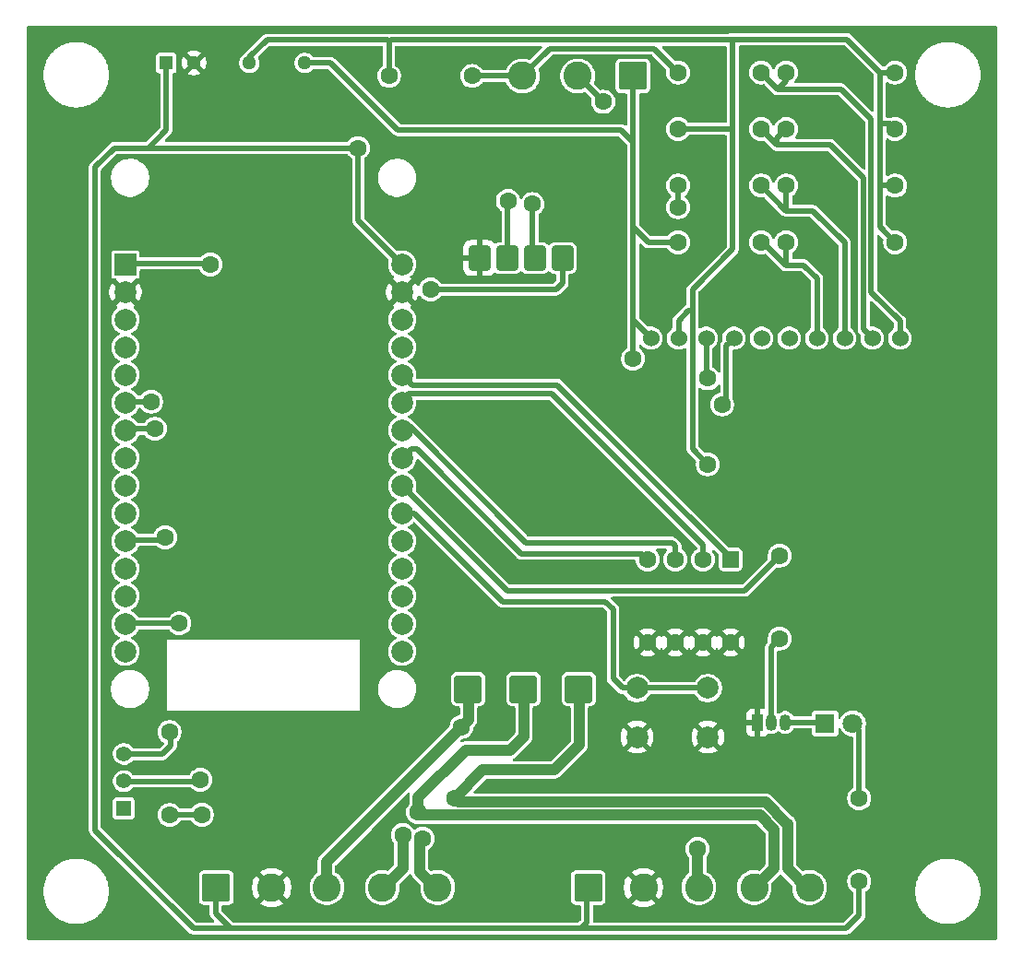
<source format=gbr>
%TF.GenerationSoftware,KiCad,Pcbnew,9.0.3*%
%TF.CreationDate,2026-01-26T07:39:13-05:00*%
%TF.ProjectId,SLAVE_TEMP,534c4156-455f-4544-954d-502e6b696361,rev?*%
%TF.SameCoordinates,Original*%
%TF.FileFunction,Copper,L2,Bot*%
%TF.FilePolarity,Positive*%
%FSLAX46Y46*%
G04 Gerber Fmt 4.6, Leading zero omitted, Abs format (unit mm)*
G04 Created by KiCad (PCBNEW 9.0.3) date 2026-01-26 07:39:13*
%MOMM*%
%LPD*%
G01*
G04 APERTURE LIST*
G04 Aperture macros list*
%AMRoundRect*
0 Rectangle with rounded corners*
0 $1 Rounding radius*
0 $2 $3 $4 $5 $6 $7 $8 $9 X,Y pos of 4 corners*
0 Add a 4 corners polygon primitive as box body*
4,1,4,$2,$3,$4,$5,$6,$7,$8,$9,$2,$3,0*
0 Add four circle primitives for the rounded corners*
1,1,$1+$1,$2,$3*
1,1,$1+$1,$4,$5*
1,1,$1+$1,$6,$7*
1,1,$1+$1,$8,$9*
0 Add four rect primitives between the rounded corners*
20,1,$1+$1,$2,$3,$4,$5,0*
20,1,$1+$1,$4,$5,$6,$7,0*
20,1,$1+$1,$6,$7,$8,$9,0*
20,1,$1+$1,$8,$9,$2,$3,0*%
G04 Aperture macros list end*
%TA.AperFunction,ComponentPad*%
%ADD10C,1.524000*%
%TD*%
%TA.AperFunction,ComponentPad*%
%ADD11R,1.050000X1.500000*%
%TD*%
%TA.AperFunction,ComponentPad*%
%ADD12O,1.050000X1.500000*%
%TD*%
%TA.AperFunction,ComponentPad*%
%ADD13C,1.600000*%
%TD*%
%TA.AperFunction,ComponentPad*%
%ADD14R,1.288000X1.288000*%
%TD*%
%TA.AperFunction,ComponentPad*%
%ADD15C,1.288000*%
%TD*%
%TA.AperFunction,ComponentPad*%
%ADD16RoundRect,0.250000X-0.750000X0.900000X-0.750000X-0.900000X0.750000X-0.900000X0.750000X0.900000X0*%
%TD*%
%TA.AperFunction,ComponentPad*%
%ADD17RoundRect,0.250000X-1.020000X1.020000X-1.020000X-1.020000X1.020000X-1.020000X1.020000X1.020000X0*%
%TD*%
%TA.AperFunction,ComponentPad*%
%ADD18R,1.800000X1.800000*%
%TD*%
%TA.AperFunction,ComponentPad*%
%ADD19C,1.800000*%
%TD*%
%TA.AperFunction,ComponentPad*%
%ADD20C,2.000000*%
%TD*%
%TA.AperFunction,ComponentPad*%
%ADD21RoundRect,0.250000X-1.050000X-1.050000X1.050000X-1.050000X1.050000X1.050000X-1.050000X1.050000X0*%
%TD*%
%TA.AperFunction,ComponentPad*%
%ADD22C,2.600000*%
%TD*%
%TA.AperFunction,ComponentPad*%
%ADD23RoundRect,0.250000X1.050000X1.050000X-1.050000X1.050000X-1.050000X-1.050000X1.050000X-1.050000X0*%
%TD*%
%TA.AperFunction,ComponentPad*%
%ADD24RoundRect,0.250000X-0.550000X0.550000X-0.550000X-0.550000X0.550000X-0.550000X0.550000X0.550000X0*%
%TD*%
%TA.AperFunction,ComponentPad*%
%ADD25R,2.000000X2.000000*%
%TD*%
%TA.AperFunction,ComponentPad*%
%ADD26R,1.408000X1.408000*%
%TD*%
%TA.AperFunction,ComponentPad*%
%ADD27C,1.408000*%
%TD*%
%TA.AperFunction,ViaPad*%
%ADD28C,1.600000*%
%TD*%
%TA.AperFunction,Conductor*%
%ADD29C,1.000000*%
%TD*%
%TA.AperFunction,Conductor*%
%ADD30C,0.500000*%
%TD*%
G04 APERTURE END LIST*
D10*
%TO.P,U4,1,ADDR*%
%TO.N,unconnected-(U4-ADDR-Pad1)*%
X141130000Y-77200000D03*
%TO.P,U4,2,ALERT*%
%TO.N,ALE_H*%
X143670000Y-77200000D03*
%TO.P,U4,3,GND*%
%TO.N,GND_ISO*%
X133510000Y-77200000D03*
%TO.P,U4,4,AIN0*%
%TO.N,SIGNAL_OUT1*%
X146210000Y-77200000D03*
%TO.P,U4,5,AIN1*%
%TO.N,SIGNAL_OUT2*%
X148750000Y-77200000D03*
%TO.P,U4,6,AIN2*%
%TO.N,SIGNAL_OUT3*%
X151290000Y-77200000D03*
%TO.P,U4,7,AIN3*%
%TO.N,SIGNAL_OUT4*%
X153830000Y-77200000D03*
%TO.P,U4,8,VDD*%
%TO.N,5V_ISO*%
X130970000Y-77200000D03*
%TO.P,U4,9,SDA*%
%TO.N,SDA_H*%
X138590000Y-77200000D03*
%TO.P,U4,10,SCL*%
%TO.N,SCL_H*%
X136050000Y-77200000D03*
%TD*%
D11*
%TO.P,Q1,1,E*%
%TO.N,GND*%
X140760000Y-112510000D03*
D12*
%TO.P,Q1,2,B*%
%TO.N,Net-(Q1-B)*%
X142030000Y-112510000D03*
%TO.P,Q1,3,C*%
%TO.N,Net-(D7-K)*%
X143300000Y-112510000D03*
%TD*%
D13*
%TO.P,C1,1*%
%TO.N,GND_ISO*%
X153400000Y-63200000D03*
%TO.P,C1,2*%
%TO.N,SIGNAL_OUT2*%
X143400000Y-63200000D03*
%TD*%
%TO.P,R3,1*%
%TO.N,5V_ISO*%
X133480000Y-68400000D03*
%TO.P,R3,2*%
%TO.N,SIGNAL_OUT1*%
X141100000Y-68400000D03*
%TD*%
D14*
%TO.P,PS1,1,+VIN(VCC)*%
%TO.N,5V*%
X86500000Y-51927000D03*
D15*
%TO.P,PS1,2,-VIN(GND)*%
%TO.N,GND*%
X89040000Y-51927000D03*
%TO.P,PS1,4,-VOUT*%
%TO.N,GND_ISO*%
X94120000Y-51927000D03*
%TO.P,PS1,6,+VOUT*%
%TO.N,5V_ISO*%
X99200000Y-51927000D03*
%TD*%
D13*
%TO.P,R1,1*%
%TO.N,Net-(R1-Pad1)*%
X86800000Y-113390000D03*
%TO.P,R1,2*%
%TO.N,485-*%
X86800000Y-121010000D03*
%TD*%
D16*
%TO.P,U10,1,VCC*%
%TO.N,3V3*%
X122850000Y-69850000D03*
%TO.P,U10,2,TXD*%
%TO.N,TX*%
X120310000Y-69850000D03*
%TO.P,U10,3,RXD*%
%TO.N,RX*%
X117770000Y-69850000D03*
%TO.P,U10,4,GND*%
%TO.N,GND*%
X115230000Y-69850000D03*
D17*
%TO.P,U10,5,A*%
%TO.N,485+*%
X124350000Y-109450000D03*
%TO.P,U10,6,B*%
%TO.N,485-*%
X119270000Y-109450000D03*
%TO.P,U10,7,GND*%
%TO.N,GND_T*%
X114190000Y-109450000D03*
%TD*%
D13*
%TO.P,Rref1,1*%
%TO.N,GND_ISO*%
X106940000Y-53127500D03*
%TO.P,Rref1,2*%
%TO.N,SIGNAL_4*%
X114560000Y-53127500D03*
%TD*%
D18*
%TO.P,D7,1,K*%
%TO.N,Net-(D7-K)*%
X146960000Y-112600000D03*
D19*
%TO.P,D7,2,A*%
%TO.N,Net-(D7-A)*%
X149500000Y-112600000D03*
%TD*%
D13*
%TO.P,R52,1*%
%TO.N,Net-(Q1-B)*%
X142800000Y-104800000D03*
%TO.P,R52,2*%
%TO.N,LED*%
X142800000Y-97180000D03*
%TD*%
%TO.P,R51,1*%
%TO.N,5V*%
X150100000Y-127110000D03*
%TO.P,R51,2*%
%TO.N,Net-(D7-A)*%
X150100000Y-119490000D03*
%TD*%
%TO.P,R8,1*%
%TO.N,GND_ISO*%
X133480000Y-58000000D03*
%TO.P,R8,2*%
%TO.N,SIGNAL_OUT3*%
X141100000Y-58000000D03*
%TD*%
%TO.P,C4,1*%
%TO.N,GND_ISO*%
X153400000Y-52800000D03*
%TO.P,C4,2*%
%TO.N,SIGNAL_OUT4*%
X143400000Y-52800000D03*
%TD*%
%TO.P,C3,1*%
%TO.N,GND_ISO*%
X153400000Y-68400000D03*
%TO.P,C3,2*%
%TO.N,SIGNAL_OUT1*%
X143400000Y-68400000D03*
%TD*%
D20*
%TO.P,SW2,1,1*%
%TO.N,BUTTOM*%
X129700000Y-109350000D03*
X136200000Y-109350000D03*
%TO.P,SW2,2,2*%
%TO.N,GND*%
X129700000Y-113850000D03*
X136200000Y-113850000D03*
%TD*%
D21*
%TO.P,MODBUS_OUT,1,Pin_1*%
%TO.N,5V*%
X91090000Y-127672500D03*
D22*
%TO.P,MODBUS_OUT,2,Pin_2*%
%TO.N,GND*%
X96170000Y-127672500D03*
%TO.P,MODBUS_OUT,3,Pin_3*%
%TO.N,GND_T*%
X101250000Y-127672500D03*
%TO.P,MODBUS_OUT,4,Pin_4*%
%TO.N,485-*%
X106330000Y-127672500D03*
%TO.P,MODBUS_OUT,5,Pin_5*%
%TO.N,485+*%
X111410000Y-127672500D03*
%TD*%
D13*
%TO.P,R9,1*%
%TO.N,SIGNAL_4*%
X133480000Y-52800000D03*
%TO.P,R9,2*%
%TO.N,SIGNAL_OUT4*%
X141100000Y-52800000D03*
%TD*%
%TO.P,C2,1*%
%TO.N,GND_ISO*%
X153400000Y-58000000D03*
%TO.P,C2,2*%
%TO.N,SIGNAL_OUT3*%
X143400000Y-58000000D03*
%TD*%
D23*
%TO.P,PTC_IN,1,Pin_1*%
%TO.N,5V_ISO*%
X129335000Y-53127500D03*
D22*
%TO.P,PTC_IN,2,Pin_2*%
%TO.N,SIGNAL_2*%
X124255000Y-53127500D03*
%TO.P,PTC_IN,3,Pin_3*%
%TO.N,SIGNAL_4*%
X119175000Y-53127500D03*
%TD*%
D24*
%TO.P,SW1,1*%
%TO.N,DIP_1*%
X138297500Y-97532500D03*
D13*
%TO.P,SW1,2*%
%TO.N,DIP_2*%
X135757500Y-97532500D03*
%TO.P,SW1,3*%
%TO.N,DIP_3*%
X133217500Y-97532500D03*
%TO.P,SW1,4*%
%TO.N,DIP_4*%
X130677500Y-97532500D03*
%TO.P,SW1,5*%
%TO.N,GND*%
X130677500Y-105152500D03*
%TO.P,SW1,6*%
X133217500Y-105152500D03*
%TO.P,SW1,7*%
X135757500Y-105152500D03*
%TO.P,SW1,8*%
X138297500Y-105152500D03*
%TD*%
D25*
%TO.P,U3,1,3V3*%
%TO.N,3V3*%
X82750000Y-70435000D03*
D20*
%TO.P,U3,2,GND*%
%TO.N,GND*%
X82750000Y-72975000D03*
%TO.P,U3,3,D15*%
%TO.N,unconnected-(U3-D15-Pad3)*%
X82750000Y-75515000D03*
%TO.P,U3,4,D2*%
%TO.N,unconnected-(U3-D2-Pad4)*%
X82750000Y-78055000D03*
%TO.P,U3,5,D4*%
%TO.N,unconnected-(U3-D4-Pad5)*%
X82750000Y-80595000D03*
%TO.P,U3,6,RX2*%
%TO.N,RX*%
X82750000Y-83135000D03*
%TO.P,U3,7,TX2*%
%TO.N,TX*%
X82750000Y-85675000D03*
%TO.P,U3,8,D5*%
%TO.N,unconnected-(U3-D5-Pad8)*%
X82750000Y-88215000D03*
%TO.P,U3,9,D18*%
%TO.N,unconnected-(U3-D18-Pad9)*%
X82750000Y-90755000D03*
%TO.P,U3,10,D19*%
%TO.N,unconnected-(U3-D19-Pad10)*%
X82750000Y-93295000D03*
%TO.P,U3,11,D21*%
%TO.N,SDA*%
X82750000Y-95835000D03*
%TO.P,U3,12,RX0*%
%TO.N,unconnected-(U3-RX0-Pad12)*%
X82750000Y-98375000D03*
%TO.P,U3,13,TX0*%
%TO.N,unconnected-(U3-TX0-Pad13)*%
X82750000Y-100915000D03*
%TO.P,U3,14,D22*%
%TO.N,SCL*%
X82750000Y-103455000D03*
%TO.P,U3,15,D23*%
%TO.N,unconnected-(U3-D23-Pad15)*%
X82750000Y-105995000D03*
%TO.P,U3,16,EN*%
%TO.N,unconnected-(U3-EN-Pad16)*%
X108150000Y-105995000D03*
%TO.P,U3,17,VP*%
%TO.N,unconnected-(U3-VP-Pad17)*%
X108150000Y-103455000D03*
%TO.P,U3,18,VN*%
%TO.N,unconnected-(U3-VN-Pad18)*%
X108150000Y-100915000D03*
%TO.P,U3,19,D34*%
%TO.N,unconnected-(U3-D34-Pad19)*%
X108150000Y-98375000D03*
%TO.P,U3,20,D35*%
%TO.N,unconnected-(U3-D35-Pad20)*%
X108150000Y-95835000D03*
%TO.P,U3,21,D32*%
%TO.N,BUTTOM*%
X108150000Y-93295000D03*
%TO.P,U3,22,D33*%
%TO.N,LED*%
X108150000Y-90755000D03*
%TO.P,U3,23,D25*%
%TO.N,DIP_4*%
X108150000Y-88215000D03*
%TO.P,U3,24,D26*%
%TO.N,DIP_3*%
X108150000Y-85675000D03*
%TO.P,U3,25,D27*%
%TO.N,DIP_2*%
X108150000Y-83135000D03*
%TO.P,U3,26,D14*%
%TO.N,DIP_1*%
X108150000Y-80595000D03*
%TO.P,U3,27,D12*%
%TO.N,unconnected-(U3-D12-Pad27)*%
X108150000Y-78055000D03*
%TO.P,U3,28,D13*%
%TO.N,ALE*%
X108150000Y-75515000D03*
%TO.P,U3,29,GND*%
%TO.N,GND*%
X108150000Y-72975000D03*
%TO.P,U3,30,VIN*%
%TO.N,5V*%
X108150000Y-70435000D03*
%TD*%
D21*
%TO.P,MODBUS_IN,1,Pin_1*%
%TO.N,5V*%
X125220000Y-127672500D03*
D22*
%TO.P,MODBUS_IN,2,Pin_2*%
%TO.N,GND*%
X130300000Y-127672500D03*
%TO.P,MODBUS_IN,3,Pin_3*%
%TO.N,GND_T*%
X135380000Y-127672500D03*
%TO.P,MODBUS_IN,4,Pin_4*%
%TO.N,485-*%
X140460000Y-127672500D03*
%TO.P,MODBUS_IN,5,Pin_5*%
%TO.N,485+*%
X145540000Y-127672500D03*
%TD*%
D13*
%TO.P,R7,1*%
%TO.N,SIGNAL_2*%
X133480000Y-63200000D03*
%TO.P,R7,2*%
%TO.N,SIGNAL_OUT2*%
X141100000Y-63200000D03*
%TD*%
D26*
%TO.P,S1,1*%
%TO.N,unconnected-(S1-Pad1)*%
X82600000Y-120400000D03*
D27*
%TO.P,S1,2*%
%TO.N,485+*%
X82600000Y-117900000D03*
%TO.P,S1,3*%
%TO.N,Net-(R1-Pad1)*%
X82600000Y-115400000D03*
%TD*%
D28*
%TO.N,GND_T*%
X135260000Y-124140000D03*
X113590000Y-112920000D03*
%TO.N,5V_ISO*%
X129335000Y-79100000D03*
%TO.N,GND_ISO*%
X136200000Y-88800000D03*
%TO.N,485+*%
X89640000Y-117770000D03*
X110030000Y-123180000D03*
X112940000Y-119470000D03*
%TO.N,485-*%
X109603984Y-120770000D03*
X89760000Y-120980000D03*
X108200000Y-122820000D03*
%TO.N,SDA_H*%
X137500000Y-83300000D03*
%TO.N,TX*%
X120100000Y-64900000D03*
X85450000Y-85540000D03*
%TO.N,3V3*%
X110750000Y-72740000D03*
X90550000Y-70440000D03*
%TO.N,5V*%
X104100000Y-59740000D03*
%TO.N,SDA*%
X86400000Y-95500000D03*
%TO.N,RX*%
X117850000Y-64600000D03*
X85100000Y-83040000D03*
%TO.N,SCL_H*%
X136200000Y-80900000D03*
%TO.N,SCL*%
X87700000Y-103400000D03*
%TO.N,SIGNAL_2*%
X126600000Y-55500000D03*
X133480000Y-65170000D03*
%TD*%
D29*
%TO.N,GND_T*%
X114245000Y-112265000D02*
X112160000Y-114350000D01*
X112160000Y-114350000D02*
X113590000Y-112920000D01*
X135260000Y-127830000D02*
X135270000Y-127840000D01*
X101190000Y-127840000D02*
X101190000Y-125320000D01*
X114245000Y-109140000D02*
X114245000Y-112265000D01*
X101190000Y-125320000D02*
X112160000Y-114350000D01*
X114245000Y-112265000D02*
X113590000Y-112920000D01*
X135260000Y-124140000D02*
X135260000Y-127830000D01*
D30*
%TO.N,Net-(D7-A)*%
X150100000Y-119490000D02*
X150100000Y-113200000D01*
X150100000Y-113200000D02*
X149500000Y-112600000D01*
%TO.N,Net-(D7-K)*%
X146910000Y-112490000D02*
X143260000Y-112490000D01*
X143260000Y-112490000D02*
X143200000Y-112550000D01*
%TO.N,5V_ISO*%
X129335000Y-55665000D02*
X129335000Y-53127500D01*
X129335000Y-75565000D02*
X129335000Y-79100000D01*
X129335000Y-59200000D02*
X129335000Y-67000000D01*
X101586732Y-51927000D02*
X107759732Y-58100000D01*
X129335000Y-79100000D02*
X129335000Y-79165000D01*
X129500000Y-53292500D02*
X129335000Y-53127500D01*
X133480000Y-68400000D02*
X130735000Y-68400000D01*
X128235000Y-58100000D02*
X129335000Y-59200000D01*
X99200000Y-51927000D02*
X101586732Y-51927000D01*
X129335000Y-67000000D02*
X129335000Y-75565000D01*
X107759732Y-58100000D02*
X128235000Y-58100000D01*
X129335000Y-53127500D02*
X129335000Y-59200000D01*
X129335000Y-79165000D02*
X129300000Y-79200000D01*
X130735000Y-68400000D02*
X129335000Y-67000000D01*
X129335000Y-75565000D02*
X130970000Y-77200000D01*
X129335000Y-53127500D02*
X129515160Y-53307660D01*
%TO.N,GND_ISO*%
X133510000Y-77200000D02*
X133510000Y-75590000D01*
X106940000Y-53127500D02*
X106940000Y-49960000D01*
X134800000Y-74700000D02*
X134800000Y-87400000D01*
X152000000Y-52800000D02*
X152000000Y-57500000D01*
X133510000Y-75590000D02*
X134400000Y-74700000D01*
X106780000Y-49800000D02*
X95750000Y-49800000D01*
X95750000Y-49800000D02*
X94120000Y-51430000D01*
X134800000Y-87400000D02*
X136200000Y-88800000D01*
X148950000Y-49750000D02*
X149850000Y-50650000D01*
X152000000Y-57500000D02*
X152900000Y-57500000D01*
X134800000Y-72700000D02*
X134800000Y-74700000D01*
X138500000Y-58000000D02*
X138500000Y-69000000D01*
X106940000Y-49960000D02*
X106780000Y-49800000D01*
X94120000Y-51430000D02*
X94120000Y-51927000D01*
X138350000Y-49750000D02*
X148950000Y-49750000D01*
X134400000Y-74700000D02*
X134800000Y-74700000D01*
X153400000Y-52800000D02*
X152000000Y-52800000D01*
X152000000Y-63000000D02*
X152000000Y-67000000D01*
X138500000Y-69000000D02*
X134800000Y-72700000D01*
X152200000Y-63200000D02*
X153400000Y-63200000D01*
X152900000Y-57500000D02*
X153400000Y-58000000D01*
X106940000Y-49960000D02*
X107100000Y-49800000D01*
X152000000Y-52800000D02*
X149850000Y-50650000D01*
X138500000Y-50000000D02*
X138300000Y-49800000D01*
X133480000Y-58000000D02*
X138500000Y-58000000D01*
X138300000Y-49800000D02*
X138350000Y-49750000D01*
X138500000Y-58000000D02*
X138500000Y-50000000D01*
X152000000Y-63000000D02*
X152200000Y-63200000D01*
X152000000Y-57500000D02*
X152000000Y-63000000D01*
X107100000Y-49800000D02*
X138300000Y-49800000D01*
X152000000Y-67000000D02*
X153400000Y-68400000D01*
D29*
%TO.N,485+*%
X141485000Y-119810000D02*
X143500000Y-121825000D01*
X112940000Y-119470000D02*
X113280000Y-119810000D01*
X109760000Y-126250000D02*
X109760000Y-123450000D01*
X123320000Y-119810000D02*
X122830000Y-119810000D01*
X124405000Y-114585000D02*
X124405000Y-109140000D01*
X145430000Y-127840000D02*
X143522000Y-125932000D01*
X122140000Y-116850000D02*
X124405000Y-114585000D01*
X109760000Y-123450000D02*
X110030000Y-123180000D01*
X111350000Y-127840000D02*
X109760000Y-126250000D01*
X143522000Y-125932000D02*
X143522000Y-121825000D01*
X124405000Y-109140000D02*
X124510000Y-109245000D01*
X113280000Y-119810000D02*
X122830000Y-119810000D01*
X115560000Y-116850000D02*
X122140000Y-116850000D01*
X145430000Y-127020000D02*
X145430000Y-127840000D01*
D30*
X89487500Y-117922500D02*
X89640000Y-117770000D01*
D29*
X122830000Y-119810000D02*
X141485000Y-119810000D01*
D30*
X83000000Y-117922500D02*
X89487500Y-117922500D01*
D29*
X112940000Y-119470000D02*
X115560000Y-116850000D01*
%TO.N,485-*%
X113957056Y-115060000D02*
X118080000Y-115060000D01*
X108200000Y-125910000D02*
X108200000Y-122820000D01*
X109603984Y-119413072D02*
X113957056Y-115060000D01*
X109603984Y-120770000D02*
X109603984Y-119413072D01*
X109853984Y-121020000D02*
X109603984Y-120770000D01*
X118080000Y-115060000D02*
X119325000Y-113815000D01*
X142270000Y-125920000D02*
X142270000Y-122310000D01*
D30*
X89760000Y-120980000D02*
X86960000Y-120980000D01*
X86960000Y-120980000D02*
X86930000Y-121010000D01*
D29*
X140350000Y-127840000D02*
X142270000Y-125920000D01*
X142270000Y-122310000D02*
X140980000Y-121020000D01*
X140980000Y-121020000D02*
X109853984Y-121020000D01*
X106270000Y-127840000D02*
X108200000Y-125910000D01*
X119325000Y-113815000D02*
X119325000Y-109140000D01*
D30*
%TO.N,SDA_H*%
X137900000Y-82900000D02*
X137500000Y-83300000D01*
X138590000Y-77200000D02*
X137900000Y-77890000D01*
X137900000Y-77890000D02*
X137900000Y-82900000D01*
%TO.N,TX*%
X120100000Y-66335000D02*
X120100000Y-64900000D01*
X120365000Y-69540000D02*
X120100000Y-69275000D01*
X120100000Y-69275000D02*
X120100000Y-64900000D01*
X82675000Y-85540000D02*
X82650000Y-85565000D01*
X85450000Y-85540000D02*
X82675000Y-85540000D01*
%TO.N,3V3*%
X110750000Y-72740000D02*
X115000000Y-72740000D01*
X90550000Y-70440000D02*
X90435000Y-70325000D01*
X122850000Y-69595000D02*
X122905000Y-69540000D01*
X122260000Y-72740000D02*
X122850000Y-72150000D01*
X122850000Y-72150000D02*
X122850000Y-69595000D01*
X90435000Y-70325000D02*
X82650000Y-70325000D01*
X115000000Y-72740000D02*
X122260000Y-72740000D01*
%TO.N,5V*%
X104100000Y-66375000D02*
X104100000Y-59740000D01*
X79950000Y-122390000D02*
X89000000Y-131440000D01*
X104100000Y-59740000D02*
X84850000Y-59740000D01*
X92380000Y-131440000D02*
X91030000Y-130090000D01*
X124550000Y-131440000D02*
X148860000Y-131440000D01*
X86500000Y-51927000D02*
X86500000Y-58090000D01*
X125110000Y-130880000D02*
X124550000Y-131440000D01*
X148860000Y-131440000D02*
X150100000Y-130200000D01*
X84850000Y-59740000D02*
X81700000Y-59740000D01*
X108050000Y-70325000D02*
X104100000Y-66375000D01*
X124550000Y-131440000D02*
X92380000Y-131440000D01*
X81700000Y-59740000D02*
X79950000Y-61490000D01*
X79950000Y-61490000D02*
X79950000Y-122390000D01*
X86500000Y-58090000D02*
X84850000Y-59740000D01*
X150100000Y-130200000D02*
X150100000Y-127110000D01*
X125110000Y-127840000D02*
X125110000Y-130880000D01*
X91030000Y-130090000D02*
X91030000Y-127840000D01*
X89000000Y-131440000D02*
X92380000Y-131440000D01*
%TO.N,SDA*%
X82650000Y-95725000D02*
X86175000Y-95725000D01*
X86175000Y-95725000D02*
X86400000Y-95500000D01*
%TO.N,RX*%
X117825000Y-69540000D02*
X117825000Y-64625000D01*
X117840000Y-64610000D02*
X117850000Y-64600000D01*
X82665000Y-83040000D02*
X85100000Y-83040000D01*
X117840000Y-66590000D02*
X117840000Y-64610000D01*
X117825000Y-64625000D02*
X117850000Y-64600000D01*
X82650000Y-83025000D02*
X82665000Y-83040000D01*
%TO.N,SCL_H*%
X136050000Y-80750000D02*
X136200000Y-80900000D01*
X136050000Y-77200000D02*
X136050000Y-80750000D01*
%TO.N,SCL*%
X82650000Y-103345000D02*
X82705000Y-103400000D01*
X82705000Y-103400000D02*
X87700000Y-103400000D01*
%TO.N,DIP_2*%
X121900000Y-82300000D02*
X135757500Y-96157500D01*
X135757500Y-96157500D02*
X135757500Y-97532500D01*
X108775000Y-82300000D02*
X121900000Y-82300000D01*
X108050000Y-83025000D02*
X108775000Y-82300000D01*
%TO.N,LED*%
X108105000Y-90590000D02*
X108050000Y-90645000D01*
X117795000Y-100400000D02*
X108150000Y-90755000D01*
X142800000Y-97180000D02*
X139580000Y-100400000D01*
X139580000Y-100400000D02*
X117795000Y-100400000D01*
X108105000Y-90700000D02*
X108105000Y-90590000D01*
%TO.N,BUTTOM*%
X126800000Y-101400000D02*
X117400000Y-101400000D01*
X117400000Y-101400000D02*
X109295000Y-93295000D01*
X127500000Y-108500000D02*
X127500000Y-102100000D01*
X128350000Y-109350000D02*
X127500000Y-108500000D01*
X109295000Y-93295000D02*
X108150000Y-93295000D01*
X127500000Y-102100000D02*
X126800000Y-101400000D01*
X129700000Y-109350000D02*
X136200000Y-109350000D01*
X129700000Y-109350000D02*
X128350000Y-109350000D01*
%TO.N,DIP_1*%
X138297500Y-97532500D02*
X138297500Y-97397500D01*
X109055000Y-81500000D02*
X108150000Y-80595000D01*
X138297500Y-97397500D02*
X122400000Y-81500000D01*
X122400000Y-81500000D02*
X109055000Y-81500000D01*
%TO.N,DIP_4*%
X119100000Y-97000000D02*
X130145000Y-97000000D01*
X108150000Y-88215000D02*
X108965000Y-87400000D01*
X108965000Y-87400000D02*
X109500000Y-87400000D01*
X130145000Y-97000000D02*
X130677500Y-97532500D01*
X109500000Y-87400000D02*
X119100000Y-97000000D01*
%TO.N,DIP_3*%
X119500000Y-96000000D02*
X132917500Y-96000000D01*
X108050000Y-85565000D02*
X108315000Y-85300000D01*
X133217500Y-96300000D02*
X133217500Y-97532500D01*
X108315000Y-85300000D02*
X108800000Y-85300000D01*
X108800000Y-85300000D02*
X119500000Y-96000000D01*
X132917500Y-96000000D02*
X133217500Y-96300000D01*
%TO.N,SIGNAL_OUT2*%
X143400000Y-63200000D02*
X143400000Y-65400000D01*
X143400000Y-65500000D02*
X141100000Y-63200000D01*
X145800000Y-65500000D02*
X148750000Y-68450000D01*
X148750000Y-68450000D02*
X148750000Y-77200000D01*
X143500000Y-65500000D02*
X145800000Y-65500000D01*
X143400000Y-65400000D02*
X143500000Y-65500000D01*
X143500000Y-65500000D02*
X143400000Y-65500000D01*
%TO.N,SIGNAL_OUT3*%
X142550000Y-59450000D02*
X147450000Y-59450000D01*
X142550000Y-59450000D02*
X141100000Y-58000000D01*
X150500000Y-62500000D02*
X150500000Y-76410000D01*
X143400000Y-58000000D02*
X142550000Y-58850000D01*
X147450000Y-59450000D02*
X150500000Y-62500000D01*
X150500000Y-76410000D02*
X151290000Y-77200000D01*
X142550000Y-58850000D02*
X142550000Y-59450000D01*
%TO.N,SIGNAL_OUT1*%
X143400000Y-70450000D02*
X143350000Y-70500000D01*
X146210000Y-71710000D02*
X145000000Y-70500000D01*
X146210000Y-77200000D02*
X146210000Y-71710000D01*
X141250000Y-68400000D02*
X143350000Y-70500000D01*
X141100000Y-68400000D02*
X141250000Y-68400000D01*
X146210000Y-77200000D02*
X146250000Y-77160000D01*
X143400000Y-68400000D02*
X143400000Y-70450000D01*
X145000000Y-70500000D02*
X143350000Y-70500000D01*
%TO.N,Net-(Q1-B)*%
X142800000Y-104800000D02*
X142000000Y-105600000D01*
X142000000Y-105600000D02*
X142000000Y-112480000D01*
X142000000Y-112480000D02*
X142030000Y-112510000D01*
%TO.N,Net-(R1-Pad1)*%
X86930000Y-114670000D02*
X86930000Y-113390000D01*
X83000000Y-115422500D02*
X86177500Y-115422500D01*
X86177500Y-115422500D02*
X86930000Y-114670000D01*
%TO.N,SIGNAL_OUT4*%
X142650000Y-54350000D02*
X148450000Y-54350000D01*
X142650000Y-54350000D02*
X141100000Y-52800000D01*
X151200000Y-73000000D02*
X153830000Y-75630000D01*
X153830000Y-75630000D02*
X153830000Y-77200000D01*
X151200000Y-57100000D02*
X151200000Y-73000000D01*
X143400000Y-52800000D02*
X143400000Y-53600000D01*
X148450000Y-54350000D02*
X151200000Y-57100000D01*
X143400000Y-53600000D02*
X142650000Y-54350000D01*
%TO.N,SIGNAL_2*%
X133480000Y-63200000D02*
X133480000Y-65170000D01*
X124255000Y-53127500D02*
X126600000Y-55472500D01*
X126600000Y-55472500D02*
X126600000Y-55500000D01*
%TO.N,SIGNAL_4*%
X133480000Y-52800000D02*
X131280000Y-50600000D01*
X121702500Y-50600000D02*
X119175000Y-53127500D01*
X114560000Y-53127500D02*
X119175000Y-53127500D01*
X131280000Y-50600000D02*
X121702500Y-50600000D01*
%TD*%
%TA.AperFunction,Conductor*%
%TO.N,GND*%
G36*
X162667539Y-48535185D02*
G01*
X162713294Y-48587989D01*
X162724500Y-48639500D01*
X162724500Y-132390500D01*
X162704815Y-132457539D01*
X162652011Y-132503294D01*
X162600500Y-132514500D01*
X73849500Y-132514500D01*
X73782461Y-132494815D01*
X73736706Y-132442011D01*
X73725500Y-132390500D01*
X73725500Y-128015000D01*
X75224999Y-128015000D01*
X75225311Y-128063330D01*
X75225497Y-128092257D01*
X75233451Y-128246565D01*
X75233452Y-128246573D01*
X75233452Y-128246582D01*
X75249338Y-128400260D01*
X75273119Y-128552945D01*
X75273120Y-128552952D01*
X75304717Y-128704154D01*
X75344072Y-128853593D01*
X75391063Y-129000795D01*
X75445566Y-129145371D01*
X75472440Y-129206861D01*
X75507443Y-129286954D01*
X75553559Y-129379219D01*
X75576532Y-129425181D01*
X75652622Y-129559623D01*
X75652628Y-129559632D01*
X75735557Y-129690010D01*
X75735565Y-129690023D01*
X75825085Y-129815942D01*
X75920978Y-129937100D01*
X76022959Y-130053136D01*
X76022969Y-130053147D01*
X76022979Y-130053158D01*
X76022988Y-130053167D01*
X76130784Y-130163777D01*
X76130800Y-130163792D01*
X76130820Y-130163813D01*
X76244214Y-130268768D01*
X76244227Y-130268779D01*
X76362872Y-130367758D01*
X76486440Y-130460485D01*
X76486449Y-130460491D01*
X76614644Y-130546746D01*
X76720235Y-130610151D01*
X76747104Y-130626285D01*
X76747125Y-130626297D01*
X76883471Y-130698893D01*
X76883490Y-130698903D01*
X76883496Y-130698906D01*
X77023439Y-130764407D01*
X77023451Y-130764412D01*
X77023458Y-130764415D01*
X77129463Y-130807526D01*
X77166568Y-130822616D01*
X77312504Y-130873380D01*
X77460860Y-130916564D01*
X77611242Y-130952054D01*
X77763252Y-130979755D01*
X77916486Y-130999594D01*
X77916485Y-130999594D01*
X77938493Y-131001297D01*
X78070538Y-131011519D01*
X78225000Y-131015498D01*
X78379462Y-131011519D01*
X78533514Y-130999594D01*
X78686748Y-130979755D01*
X78838758Y-130952054D01*
X78989140Y-130916564D01*
X79137496Y-130873380D01*
X79283432Y-130822616D01*
X79426561Y-130764407D01*
X79566504Y-130698906D01*
X79702889Y-130626289D01*
X79835356Y-130546746D01*
X79963552Y-130460490D01*
X80006827Y-130428016D01*
X80087127Y-130367758D01*
X80087138Y-130367749D01*
X80205785Y-130268769D01*
X80319180Y-130163813D01*
X80427021Y-130053158D01*
X80529023Y-129937098D01*
X80624916Y-129815941D01*
X80714444Y-129690009D01*
X80797370Y-129559635D01*
X80797377Y-129559623D01*
X80873467Y-129425181D01*
X80873471Y-129425171D01*
X80873476Y-129425164D01*
X80942557Y-129286954D01*
X81004433Y-129145371D01*
X81058938Y-129000791D01*
X81105927Y-128853596D01*
X81145277Y-128704177D01*
X81176883Y-128552931D01*
X81200661Y-128400259D01*
X81216549Y-128246565D01*
X81224503Y-128092257D01*
X81224503Y-127937743D01*
X81216549Y-127783435D01*
X81200661Y-127629741D01*
X81176883Y-127477069D01*
X81176880Y-127477054D01*
X81176879Y-127477047D01*
X81145282Y-127325845D01*
X81145280Y-127325837D01*
X81145277Y-127325823D01*
X81105927Y-127176404D01*
X81058938Y-127029209D01*
X81004433Y-126884629D01*
X80942557Y-126743046D01*
X80873476Y-126604836D01*
X80873475Y-126604835D01*
X80873467Y-126604818D01*
X80797377Y-126470376D01*
X80797371Y-126470367D01*
X80793492Y-126464268D01*
X80714444Y-126339991D01*
X80714438Y-126339982D01*
X80714434Y-126339976D01*
X80652970Y-126253520D01*
X80624916Y-126214059D01*
X80564827Y-126138139D01*
X80529021Y-126092899D01*
X80427040Y-125976863D01*
X80427031Y-125976853D01*
X80427021Y-125976842D01*
X80370087Y-125918422D01*
X80319215Y-125866222D01*
X80319199Y-125866206D01*
X80319180Y-125866187D01*
X80205785Y-125761231D01*
X80135912Y-125702940D01*
X80087127Y-125662241D01*
X79963559Y-125569514D01*
X79963550Y-125569508D01*
X79835373Y-125483265D01*
X79835357Y-125483255D01*
X79835356Y-125483254D01*
X79782560Y-125451551D01*
X79702895Y-125403714D01*
X79702874Y-125403702D01*
X79566528Y-125331106D01*
X79566509Y-125331096D01*
X79426570Y-125265597D01*
X79426541Y-125265584D01*
X79283448Y-125207390D01*
X79283439Y-125207387D01*
X79283432Y-125207384D01*
X79137496Y-125156620D01*
X79105199Y-125147219D01*
X78989145Y-125113437D01*
X78989140Y-125113436D01*
X78838758Y-125077946D01*
X78838748Y-125077944D01*
X78838739Y-125077942D01*
X78686744Y-125050244D01*
X78533506Y-125030405D01*
X78533514Y-125030405D01*
X78379455Y-125018480D01*
X78225000Y-125014503D01*
X78070544Y-125018480D01*
X77916489Y-125030405D01*
X77763255Y-125050244D01*
X77611260Y-125077942D01*
X77611246Y-125077945D01*
X77611242Y-125077946D01*
X77574954Y-125086510D01*
X77460864Y-125113435D01*
X77460854Y-125113437D01*
X77312500Y-125156621D01*
X77166551Y-125207390D01*
X77023458Y-125265584D01*
X77023429Y-125265597D01*
X76883490Y-125331096D01*
X76883471Y-125331106D01*
X76747125Y-125403702D01*
X76747104Y-125403714D01*
X76614642Y-125483255D01*
X76614626Y-125483265D01*
X76486449Y-125569508D01*
X76486440Y-125569514D01*
X76362872Y-125662241D01*
X76244227Y-125761220D01*
X76244214Y-125761231D01*
X76130815Y-125866192D01*
X76130784Y-125866222D01*
X76022988Y-125976832D01*
X76022959Y-125976863D01*
X75920978Y-126092899D01*
X75825085Y-126214057D01*
X75735565Y-126339976D01*
X75735557Y-126339989D01*
X75652628Y-126470367D01*
X75652622Y-126470376D01*
X75576532Y-126604818D01*
X75507438Y-126743057D01*
X75445566Y-126884628D01*
X75391063Y-127029204D01*
X75344072Y-127176406D01*
X75304717Y-127325845D01*
X75273120Y-127477047D01*
X75273119Y-127477054D01*
X75249338Y-127629739D01*
X75233452Y-127783417D01*
X75233452Y-127783425D01*
X75233451Y-127783435D01*
X75231209Y-127826928D01*
X75225497Y-127937742D01*
X75224999Y-128015000D01*
X73725500Y-128015000D01*
X73725500Y-61417525D01*
X79399500Y-61417525D01*
X79399500Y-122317526D01*
X79399500Y-122462474D01*
X79437016Y-122602485D01*
X79509490Y-122728015D01*
X88661985Y-131880510D01*
X88787515Y-131952984D01*
X88927525Y-131990500D01*
X88927526Y-131990500D01*
X88927528Y-131990500D01*
X148932472Y-131990500D01*
X148932474Y-131990500D01*
X148932475Y-131990500D01*
X149072485Y-131952984D01*
X149198015Y-131880510D01*
X150540510Y-130538015D01*
X150612984Y-130412485D01*
X150616785Y-130398299D01*
X150624972Y-130367749D01*
X150642459Y-130302484D01*
X150650500Y-130272475D01*
X150650500Y-128133512D01*
X150651447Y-128130286D01*
X150650670Y-128127015D01*
X150661224Y-128096988D01*
X150670185Y-128066473D01*
X150673055Y-128063330D01*
X150673840Y-128061099D01*
X150689078Y-128045789D01*
X150698319Y-128035673D01*
X150699935Y-128034414D01*
X150726656Y-128015000D01*
X155224999Y-128015000D01*
X155225311Y-128063330D01*
X155225497Y-128092257D01*
X155233451Y-128246565D01*
X155233452Y-128246573D01*
X155233452Y-128246582D01*
X155249338Y-128400260D01*
X155273119Y-128552945D01*
X155273120Y-128552952D01*
X155304717Y-128704154D01*
X155344072Y-128853593D01*
X155391063Y-129000795D01*
X155445566Y-129145371D01*
X155472440Y-129206861D01*
X155507443Y-129286954D01*
X155553559Y-129379219D01*
X155576532Y-129425181D01*
X155652622Y-129559623D01*
X155652628Y-129559632D01*
X155735557Y-129690010D01*
X155735565Y-129690023D01*
X155825085Y-129815942D01*
X155920978Y-129937100D01*
X156022959Y-130053136D01*
X156022969Y-130053147D01*
X156022979Y-130053158D01*
X156022988Y-130053167D01*
X156130784Y-130163777D01*
X156130800Y-130163792D01*
X156130820Y-130163813D01*
X156244214Y-130268768D01*
X156244227Y-130268779D01*
X156362872Y-130367758D01*
X156486440Y-130460485D01*
X156486449Y-130460491D01*
X156614644Y-130546746D01*
X156720235Y-130610151D01*
X156747104Y-130626285D01*
X156747125Y-130626297D01*
X156883471Y-130698893D01*
X156883490Y-130698903D01*
X156883496Y-130698906D01*
X157023439Y-130764407D01*
X157023451Y-130764412D01*
X157023458Y-130764415D01*
X157129463Y-130807526D01*
X157166568Y-130822616D01*
X157312504Y-130873380D01*
X157460860Y-130916564D01*
X157611242Y-130952054D01*
X157763252Y-130979755D01*
X157916486Y-130999594D01*
X157916485Y-130999594D01*
X157938493Y-131001297D01*
X158070538Y-131011519D01*
X158225000Y-131015498D01*
X158379462Y-131011519D01*
X158533514Y-130999594D01*
X158686748Y-130979755D01*
X158838758Y-130952054D01*
X158989140Y-130916564D01*
X159137496Y-130873380D01*
X159283432Y-130822616D01*
X159426561Y-130764407D01*
X159566504Y-130698906D01*
X159702889Y-130626289D01*
X159835356Y-130546746D01*
X159963552Y-130460490D01*
X160006827Y-130428016D01*
X160087127Y-130367758D01*
X160087138Y-130367749D01*
X160205785Y-130268769D01*
X160319180Y-130163813D01*
X160427021Y-130053158D01*
X160529023Y-129937098D01*
X160624916Y-129815941D01*
X160714444Y-129690009D01*
X160797370Y-129559635D01*
X160797377Y-129559623D01*
X160873467Y-129425181D01*
X160873471Y-129425171D01*
X160873476Y-129425164D01*
X160942557Y-129286954D01*
X161004433Y-129145371D01*
X161058938Y-129000791D01*
X161105927Y-128853596D01*
X161145277Y-128704177D01*
X161176883Y-128552931D01*
X161200661Y-128400259D01*
X161216549Y-128246565D01*
X161224503Y-128092257D01*
X161224503Y-127937743D01*
X161216549Y-127783435D01*
X161200661Y-127629741D01*
X161176883Y-127477069D01*
X161176880Y-127477054D01*
X161176879Y-127477047D01*
X161145282Y-127325845D01*
X161145280Y-127325837D01*
X161145277Y-127325823D01*
X161105927Y-127176404D01*
X161058938Y-127029209D01*
X161004433Y-126884629D01*
X160942557Y-126743046D01*
X160873476Y-126604836D01*
X160873475Y-126604835D01*
X160873467Y-126604818D01*
X160797377Y-126470376D01*
X160797371Y-126470367D01*
X160793492Y-126464268D01*
X160714444Y-126339991D01*
X160714438Y-126339982D01*
X160714434Y-126339976D01*
X160652970Y-126253520D01*
X160624916Y-126214059D01*
X160564827Y-126138139D01*
X160529021Y-126092899D01*
X160427040Y-125976863D01*
X160427031Y-125976853D01*
X160427021Y-125976842D01*
X160370087Y-125918422D01*
X160319215Y-125866222D01*
X160319199Y-125866206D01*
X160319180Y-125866187D01*
X160205785Y-125761231D01*
X160135912Y-125702940D01*
X160087127Y-125662241D01*
X159963559Y-125569514D01*
X159963550Y-125569508D01*
X159835373Y-125483265D01*
X159835357Y-125483255D01*
X159835356Y-125483254D01*
X159782560Y-125451551D01*
X159702895Y-125403714D01*
X159702874Y-125403702D01*
X159566528Y-125331106D01*
X159566509Y-125331096D01*
X159426570Y-125265597D01*
X159426541Y-125265584D01*
X159283448Y-125207390D01*
X159283439Y-125207387D01*
X159283432Y-125207384D01*
X159137496Y-125156620D01*
X159105199Y-125147219D01*
X158989145Y-125113437D01*
X158989140Y-125113436D01*
X158838758Y-125077946D01*
X158838748Y-125077944D01*
X158838739Y-125077942D01*
X158686744Y-125050244D01*
X158533506Y-125030405D01*
X158533514Y-125030405D01*
X158379455Y-125018480D01*
X158225000Y-125014503D01*
X158070544Y-125018480D01*
X157916489Y-125030405D01*
X157763255Y-125050244D01*
X157611260Y-125077942D01*
X157611246Y-125077945D01*
X157611242Y-125077946D01*
X157574954Y-125086510D01*
X157460864Y-125113435D01*
X157460854Y-125113437D01*
X157312500Y-125156621D01*
X157166551Y-125207390D01*
X157023458Y-125265584D01*
X157023429Y-125265597D01*
X156883490Y-125331096D01*
X156883471Y-125331106D01*
X156747125Y-125403702D01*
X156747104Y-125403714D01*
X156614642Y-125483255D01*
X156614626Y-125483265D01*
X156486449Y-125569508D01*
X156486440Y-125569514D01*
X156362872Y-125662241D01*
X156244227Y-125761220D01*
X156244214Y-125761231D01*
X156130815Y-125866192D01*
X156130784Y-125866222D01*
X156022988Y-125976832D01*
X156022959Y-125976863D01*
X155920978Y-126092899D01*
X155825085Y-126214057D01*
X155735565Y-126339976D01*
X155735557Y-126339989D01*
X155652628Y-126470367D01*
X155652622Y-126470376D01*
X155576532Y-126604818D01*
X155507438Y-126743057D01*
X155445566Y-126884628D01*
X155391063Y-127029204D01*
X155344072Y-127176406D01*
X155304717Y-127325845D01*
X155273120Y-127477047D01*
X155273119Y-127477054D01*
X155249338Y-127629739D01*
X155233452Y-127783417D01*
X155233452Y-127783425D01*
X155233451Y-127783435D01*
X155231209Y-127826928D01*
X155225497Y-127937742D01*
X155224999Y-128015000D01*
X150726656Y-128015000D01*
X150816928Y-127949414D01*
X150939414Y-127826928D01*
X151041232Y-127686788D01*
X151119873Y-127532445D01*
X151173402Y-127367701D01*
X151200500Y-127196611D01*
X151200500Y-127023389D01*
X151173402Y-126852299D01*
X151119873Y-126687555D01*
X151041232Y-126533212D01*
X150939414Y-126393072D01*
X150816928Y-126270586D01*
X150676788Y-126168768D01*
X150564216Y-126111410D01*
X150522447Y-126090128D01*
X150522446Y-126090127D01*
X150522445Y-126090127D01*
X150357701Y-126036598D01*
X150357699Y-126036597D01*
X150357698Y-126036597D01*
X150226271Y-126015781D01*
X150186611Y-126009500D01*
X150013389Y-126009500D01*
X149973728Y-126015781D01*
X149842302Y-126036597D01*
X149677552Y-126090128D01*
X149523211Y-126168768D01*
X149495007Y-126189260D01*
X149383072Y-126270586D01*
X149383070Y-126270588D01*
X149383069Y-126270588D01*
X149260588Y-126393069D01*
X149260588Y-126393070D01*
X149260586Y-126393072D01*
X149217986Y-126451706D01*
X149158768Y-126533211D01*
X149080128Y-126687552D01*
X149026597Y-126852302D01*
X148999500Y-127023389D01*
X148999500Y-127196610D01*
X149025844Y-127362944D01*
X149026598Y-127367701D01*
X149080127Y-127532445D01*
X149158768Y-127686788D01*
X149260586Y-127826928D01*
X149383072Y-127949414D01*
X149383075Y-127949416D01*
X149498385Y-128033194D01*
X149541051Y-128088524D01*
X149549500Y-128133512D01*
X149549500Y-129920613D01*
X149529815Y-129987652D01*
X149513181Y-130008294D01*
X148668294Y-130853181D01*
X148606971Y-130886666D01*
X148580613Y-130889500D01*
X125784500Y-130889500D01*
X125717461Y-130869815D01*
X125671706Y-130817011D01*
X125660500Y-130765500D01*
X125660500Y-129397000D01*
X125680185Y-129329961D01*
X125732989Y-129284206D01*
X125784500Y-129273000D01*
X126313097Y-129273000D01*
X126313102Y-129273000D01*
X126401564Y-129262377D01*
X126542342Y-129206861D01*
X126662922Y-129115422D01*
X126754361Y-128994842D01*
X126809877Y-128854064D01*
X126820500Y-128765602D01*
X126820500Y-127554514D01*
X128500000Y-127554514D01*
X128500000Y-127790485D01*
X128530799Y-128024414D01*
X128591870Y-128252337D01*
X128682160Y-128470319D01*
X128682165Y-128470328D01*
X128800144Y-128674671D01*
X128800145Y-128674672D01*
X128862721Y-128756223D01*
X129698958Y-127919987D01*
X129723978Y-127980390D01*
X129795112Y-128086851D01*
X129885649Y-128177388D01*
X129992110Y-128248522D01*
X130052511Y-128273541D01*
X129216275Y-129109777D01*
X129297827Y-129172354D01*
X129297828Y-129172355D01*
X129502171Y-129290334D01*
X129502180Y-129290339D01*
X129720163Y-129380629D01*
X129720161Y-129380629D01*
X129948085Y-129441700D01*
X130182014Y-129472499D01*
X130182029Y-129472500D01*
X130417971Y-129472500D01*
X130417985Y-129472499D01*
X130651914Y-129441700D01*
X130879837Y-129380629D01*
X131097819Y-129290339D01*
X131097828Y-129290334D01*
X131302181Y-129172350D01*
X131383723Y-129109779D01*
X131383723Y-129109776D01*
X130547487Y-128273541D01*
X130607890Y-128248522D01*
X130714351Y-128177388D01*
X130804888Y-128086851D01*
X130876022Y-127980390D01*
X130901041Y-127919988D01*
X131737276Y-128756223D01*
X131737279Y-128756223D01*
X131799850Y-128674681D01*
X131917834Y-128470328D01*
X131917839Y-128470319D01*
X132008129Y-128252337D01*
X132069200Y-128024414D01*
X132099999Y-127790485D01*
X132100000Y-127790471D01*
X132100000Y-127554528D01*
X132099999Y-127554519D01*
X132098948Y-127546538D01*
X133779500Y-127546538D01*
X133779500Y-127798461D01*
X133818910Y-128047285D01*
X133896760Y-128286883D01*
X134011132Y-128511348D01*
X134159201Y-128715149D01*
X134159205Y-128715154D01*
X134337345Y-128893294D01*
X134337350Y-128893298D01*
X134477116Y-128994843D01*
X134541155Y-129041370D01*
X134684184Y-129114247D01*
X134765616Y-129155739D01*
X134765618Y-129155739D01*
X134765621Y-129155741D01*
X135005215Y-129233590D01*
X135254038Y-129273000D01*
X135254039Y-129273000D01*
X135505961Y-129273000D01*
X135505962Y-129273000D01*
X135754785Y-129233590D01*
X135994379Y-129155741D01*
X136218845Y-129041370D01*
X136422656Y-128893293D01*
X136600793Y-128715156D01*
X136748870Y-128511345D01*
X136863241Y-128286879D01*
X136941090Y-128047285D01*
X136980500Y-127798462D01*
X136980500Y-127546538D01*
X136941090Y-127297715D01*
X136863241Y-127058121D01*
X136863239Y-127058118D01*
X136863239Y-127058116D01*
X136821747Y-126976684D01*
X136748870Y-126833655D01*
X136683039Y-126743046D01*
X136600798Y-126629850D01*
X136600794Y-126629845D01*
X136422654Y-126451705D01*
X136422649Y-126451701D01*
X136218846Y-126303630D01*
X136128204Y-126257445D01*
X136077409Y-126209471D01*
X136060500Y-126146961D01*
X136060500Y-124947204D01*
X136080185Y-124880165D01*
X136096819Y-124859523D01*
X136099414Y-124856928D01*
X136201232Y-124716788D01*
X136279873Y-124562445D01*
X136333402Y-124397701D01*
X136360500Y-124226611D01*
X136360500Y-124053389D01*
X136333402Y-123882299D01*
X136279873Y-123717555D01*
X136201232Y-123563212D01*
X136099414Y-123423072D01*
X135976928Y-123300586D01*
X135836788Y-123198768D01*
X135682445Y-123120127D01*
X135517701Y-123066598D01*
X135517699Y-123066597D01*
X135517698Y-123066597D01*
X135386271Y-123045781D01*
X135346611Y-123039500D01*
X135173389Y-123039500D01*
X135133728Y-123045781D01*
X135002302Y-123066597D01*
X134837552Y-123120128D01*
X134683211Y-123198768D01*
X134623096Y-123242445D01*
X134543072Y-123300586D01*
X134543070Y-123300588D01*
X134543069Y-123300588D01*
X134420588Y-123423069D01*
X134420588Y-123423070D01*
X134420586Y-123423072D01*
X134376859Y-123483256D01*
X134318768Y-123563211D01*
X134240128Y-123717552D01*
X134186597Y-123882302D01*
X134164881Y-124019414D01*
X134159500Y-124053389D01*
X134159500Y-124226611D01*
X134186598Y-124397701D01*
X134240127Y-124562445D01*
X134318768Y-124716788D01*
X134420586Y-124856928D01*
X134420588Y-124856930D01*
X134423181Y-124859523D01*
X134456666Y-124920846D01*
X134459500Y-124947204D01*
X134459500Y-126299773D01*
X134439815Y-126366812D01*
X134408387Y-126400090D01*
X134337344Y-126451706D01*
X134159205Y-126629845D01*
X134159201Y-126629850D01*
X134011132Y-126833651D01*
X133896760Y-127058116D01*
X133818910Y-127297714D01*
X133779500Y-127546538D01*
X132098948Y-127546538D01*
X132069201Y-127320585D01*
X132008129Y-127092662D01*
X131917839Y-126874680D01*
X131917834Y-126874671D01*
X131799855Y-126670328D01*
X131799854Y-126670327D01*
X131737277Y-126588775D01*
X130901041Y-127425011D01*
X130876022Y-127364610D01*
X130804888Y-127258149D01*
X130714351Y-127167612D01*
X130607890Y-127096478D01*
X130547488Y-127071458D01*
X131383723Y-126235221D01*
X131302172Y-126172645D01*
X131302171Y-126172644D01*
X131097828Y-126054665D01*
X131097819Y-126054660D01*
X130879836Y-125964370D01*
X130879838Y-125964370D01*
X130651914Y-125903299D01*
X130417985Y-125872500D01*
X130182014Y-125872500D01*
X129948085Y-125903299D01*
X129720162Y-125964370D01*
X129502180Y-126054660D01*
X129502171Y-126054665D01*
X129297828Y-126172644D01*
X129297818Y-126172650D01*
X129216275Y-126235220D01*
X129216275Y-126235221D01*
X130052512Y-127071458D01*
X129992110Y-127096478D01*
X129885649Y-127167612D01*
X129795112Y-127258149D01*
X129723978Y-127364610D01*
X129698958Y-127425012D01*
X128862721Y-126588775D01*
X128862720Y-126588775D01*
X128800150Y-126670318D01*
X128800144Y-126670328D01*
X128682165Y-126874671D01*
X128682160Y-126874680D01*
X128591870Y-127092662D01*
X128530799Y-127320585D01*
X128500000Y-127554514D01*
X126820500Y-127554514D01*
X126820500Y-126579398D01*
X126809877Y-126490936D01*
X126754361Y-126350158D01*
X126754360Y-126350157D01*
X126754360Y-126350156D01*
X126662922Y-126229577D01*
X126542343Y-126138139D01*
X126438881Y-126097339D01*
X126401564Y-126082623D01*
X126401563Y-126082622D01*
X126401561Y-126082622D01*
X126355926Y-126077142D01*
X126313102Y-126072000D01*
X124126898Y-126072000D01*
X124087853Y-126076688D01*
X124038438Y-126082622D01*
X123897656Y-126138139D01*
X123777077Y-126229577D01*
X123685639Y-126350156D01*
X123630122Y-126490938D01*
X123625046Y-126533211D01*
X123619500Y-126579398D01*
X123619500Y-128765602D01*
X123625126Y-128812454D01*
X123630122Y-128854061D01*
X123685639Y-128994843D01*
X123777077Y-129115422D01*
X123897656Y-129206860D01*
X123897657Y-129206860D01*
X123897658Y-129206861D01*
X124038436Y-129262377D01*
X124126898Y-129273000D01*
X124435500Y-129273000D01*
X124502539Y-129292685D01*
X124548294Y-129345489D01*
X124559500Y-129397000D01*
X124559500Y-130600613D01*
X124550855Y-130630053D01*
X124544332Y-130660040D01*
X124540577Y-130665055D01*
X124539815Y-130667652D01*
X124523181Y-130688294D01*
X124358294Y-130853181D01*
X124296971Y-130886666D01*
X124270613Y-130889500D01*
X92659387Y-130889500D01*
X92592348Y-130869815D01*
X92571706Y-130853181D01*
X91616819Y-129898294D01*
X91583334Y-129836971D01*
X91580500Y-129810613D01*
X91580500Y-129397000D01*
X91600185Y-129329961D01*
X91652989Y-129284206D01*
X91704500Y-129273000D01*
X92183097Y-129273000D01*
X92183102Y-129273000D01*
X92271564Y-129262377D01*
X92412342Y-129206861D01*
X92532922Y-129115422D01*
X92624361Y-128994842D01*
X92679877Y-128854064D01*
X92690500Y-128765602D01*
X92690500Y-127554514D01*
X94370000Y-127554514D01*
X94370000Y-127790485D01*
X94400799Y-128024414D01*
X94461870Y-128252337D01*
X94552160Y-128470319D01*
X94552165Y-128470328D01*
X94670144Y-128674671D01*
X94670145Y-128674672D01*
X94732721Y-128756223D01*
X95568958Y-127919987D01*
X95593978Y-127980390D01*
X95665112Y-128086851D01*
X95755649Y-128177388D01*
X95862110Y-128248522D01*
X95922511Y-128273541D01*
X95086275Y-129109777D01*
X95167827Y-129172354D01*
X95167828Y-129172355D01*
X95372171Y-129290334D01*
X95372180Y-129290339D01*
X95590163Y-129380629D01*
X95590161Y-129380629D01*
X95818085Y-129441700D01*
X96052014Y-129472499D01*
X96052029Y-129472500D01*
X96287971Y-129472500D01*
X96287985Y-129472499D01*
X96521914Y-129441700D01*
X96749837Y-129380629D01*
X96967819Y-129290339D01*
X96967828Y-129290334D01*
X97172181Y-129172350D01*
X97253723Y-129109779D01*
X97253723Y-129109776D01*
X96417487Y-128273541D01*
X96477890Y-128248522D01*
X96584351Y-128177388D01*
X96674888Y-128086851D01*
X96746022Y-127980390D01*
X96771041Y-127919988D01*
X97607276Y-128756223D01*
X97607279Y-128756223D01*
X97669850Y-128674681D01*
X97787834Y-128470328D01*
X97787839Y-128470319D01*
X97878129Y-128252337D01*
X97939200Y-128024414D01*
X97969999Y-127790485D01*
X97970000Y-127790471D01*
X97970000Y-127554528D01*
X97969999Y-127554519D01*
X97968948Y-127546538D01*
X99649500Y-127546538D01*
X99649500Y-127798461D01*
X99688910Y-128047285D01*
X99766760Y-128286883D01*
X99881132Y-128511348D01*
X100029201Y-128715149D01*
X100029205Y-128715154D01*
X100207345Y-128893294D01*
X100207350Y-128893298D01*
X100347116Y-128994843D01*
X100411155Y-129041370D01*
X100554184Y-129114247D01*
X100635616Y-129155739D01*
X100635618Y-129155739D01*
X100635621Y-129155741D01*
X100875215Y-129233590D01*
X101124038Y-129273000D01*
X101124039Y-129273000D01*
X101375961Y-129273000D01*
X101375962Y-129273000D01*
X101624785Y-129233590D01*
X101864379Y-129155741D01*
X102088845Y-129041370D01*
X102292656Y-128893293D01*
X102470793Y-128715156D01*
X102618870Y-128511345D01*
X102733241Y-128286879D01*
X102811090Y-128047285D01*
X102850500Y-127798462D01*
X102850500Y-127546538D01*
X104729500Y-127546538D01*
X104729500Y-127798461D01*
X104768910Y-128047285D01*
X104846760Y-128286883D01*
X104961132Y-128511348D01*
X105109201Y-128715149D01*
X105109205Y-128715154D01*
X105287345Y-128893294D01*
X105287350Y-128893298D01*
X105427116Y-128994843D01*
X105491155Y-129041370D01*
X105634184Y-129114247D01*
X105715616Y-129155739D01*
X105715618Y-129155739D01*
X105715621Y-129155741D01*
X105955215Y-129233590D01*
X106204038Y-129273000D01*
X106204039Y-129273000D01*
X106455961Y-129273000D01*
X106455962Y-129273000D01*
X106704785Y-129233590D01*
X106944379Y-129155741D01*
X107168845Y-129041370D01*
X107372656Y-128893293D01*
X107550793Y-128715156D01*
X107698870Y-128511345D01*
X107813241Y-128286879D01*
X107891090Y-128047285D01*
X107930500Y-127798462D01*
X107930500Y-127546538D01*
X107908257Y-127406106D01*
X107917211Y-127336813D01*
X107943046Y-127299030D01*
X108791181Y-126450897D01*
X108852504Y-126417412D01*
X108922196Y-126422396D01*
X108978129Y-126464268D01*
X108993423Y-126491126D01*
X109050602Y-126629172D01*
X109050609Y-126629185D01*
X109138210Y-126760288D01*
X109138213Y-126760292D01*
X109780542Y-127402620D01*
X109814027Y-127463943D01*
X109815334Y-127509699D01*
X109809500Y-127546532D01*
X109809500Y-127798461D01*
X109848910Y-128047285D01*
X109926760Y-128286883D01*
X110041132Y-128511348D01*
X110189201Y-128715149D01*
X110189205Y-128715154D01*
X110367345Y-128893294D01*
X110367350Y-128893298D01*
X110507116Y-128994843D01*
X110571155Y-129041370D01*
X110714184Y-129114247D01*
X110795616Y-129155739D01*
X110795618Y-129155739D01*
X110795621Y-129155741D01*
X111035215Y-129233590D01*
X111284038Y-129273000D01*
X111284039Y-129273000D01*
X111535961Y-129273000D01*
X111535962Y-129273000D01*
X111784785Y-129233590D01*
X112024379Y-129155741D01*
X112248845Y-129041370D01*
X112452656Y-128893293D01*
X112630793Y-128715156D01*
X112778870Y-128511345D01*
X112893241Y-128286879D01*
X112971090Y-128047285D01*
X113010500Y-127798462D01*
X113010500Y-127546538D01*
X112971090Y-127297715D01*
X112893241Y-127058121D01*
X112893239Y-127058118D01*
X112893239Y-127058116D01*
X112851747Y-126976684D01*
X112778870Y-126833655D01*
X112713039Y-126743046D01*
X112630798Y-126629850D01*
X112630794Y-126629845D01*
X112452654Y-126451705D01*
X112452649Y-126451701D01*
X112248848Y-126303632D01*
X112248847Y-126303631D01*
X112248845Y-126303630D01*
X112155723Y-126256182D01*
X112024383Y-126189260D01*
X111784785Y-126111410D01*
X111667912Y-126092899D01*
X111535962Y-126072000D01*
X111284038Y-126072000D01*
X111216974Y-126082622D01*
X111035213Y-126111410D01*
X111035210Y-126111410D01*
X110894845Y-126157018D01*
X110879632Y-126157452D01*
X110865373Y-126162771D01*
X110845417Y-126158429D01*
X110825004Y-126159013D01*
X110810917Y-126150924D01*
X110797100Y-126147919D01*
X110768846Y-126126768D01*
X110596819Y-125954741D01*
X110563334Y-125893418D01*
X110560500Y-125867060D01*
X110560500Y-124218043D01*
X110580185Y-124151004D01*
X110611611Y-124117727D01*
X110746928Y-124019414D01*
X110869414Y-123896928D01*
X110971232Y-123756788D01*
X111049873Y-123602445D01*
X111103402Y-123437701D01*
X111130500Y-123266611D01*
X111130500Y-123093389D01*
X111103402Y-122922299D01*
X111049873Y-122757555D01*
X110971232Y-122603212D01*
X110869414Y-122463072D01*
X110746928Y-122340586D01*
X110606788Y-122238768D01*
X110452445Y-122160127D01*
X110287701Y-122106598D01*
X110287699Y-122106597D01*
X110287698Y-122106597D01*
X110136796Y-122082697D01*
X110116611Y-122079500D01*
X109943389Y-122079500D01*
X109923199Y-122082697D01*
X109923133Y-122082708D01*
X109772299Y-122106598D01*
X109760676Y-122110374D01*
X109760667Y-122110376D01*
X109607550Y-122160128D01*
X109453208Y-122238770D01*
X109341325Y-122320058D01*
X109275519Y-122343538D01*
X109207465Y-122327713D01*
X109158770Y-122277607D01*
X109157954Y-122276032D01*
X109141233Y-122243213D01*
X109108597Y-122198294D01*
X109039414Y-122103072D01*
X108916928Y-121980586D01*
X108776788Y-121878768D01*
X108622445Y-121800127D01*
X108457701Y-121746598D01*
X108457699Y-121746597D01*
X108457698Y-121746597D01*
X108326271Y-121725781D01*
X108286611Y-121719500D01*
X108113389Y-121719500D01*
X108073728Y-121725781D01*
X107942302Y-121746597D01*
X107942299Y-121746598D01*
X107809120Y-121789871D01*
X107777552Y-121800128D01*
X107623211Y-121878768D01*
X107543256Y-121936859D01*
X107483072Y-121980586D01*
X107483070Y-121980588D01*
X107483069Y-121980588D01*
X107360588Y-122103069D01*
X107360588Y-122103070D01*
X107360586Y-122103072D01*
X107335957Y-122136971D01*
X107258768Y-122243211D01*
X107180128Y-122397552D01*
X107126597Y-122562302D01*
X107099500Y-122733389D01*
X107099500Y-122906610D01*
X107120547Y-123039500D01*
X107126598Y-123077701D01*
X107180127Y-123242445D01*
X107258768Y-123396788D01*
X107360586Y-123536928D01*
X107360588Y-123536930D01*
X107363181Y-123539523D01*
X107396666Y-123600846D01*
X107399500Y-123627204D01*
X107399500Y-125527059D01*
X107379815Y-125594098D01*
X107363181Y-125614740D01*
X106880581Y-126097339D01*
X106819258Y-126130824D01*
X106754583Y-126127589D01*
X106704788Y-126111410D01*
X106518167Y-126081852D01*
X106455962Y-126072000D01*
X106204038Y-126072000D01*
X106136974Y-126082622D01*
X105955214Y-126111410D01*
X105715616Y-126189260D01*
X105491151Y-126303632D01*
X105287350Y-126451701D01*
X105287345Y-126451705D01*
X105109205Y-126629845D01*
X105109201Y-126629850D01*
X104961132Y-126833651D01*
X104846760Y-127058116D01*
X104768910Y-127297714D01*
X104729500Y-127546538D01*
X102850500Y-127546538D01*
X102811090Y-127297715D01*
X102733241Y-127058121D01*
X102733239Y-127058118D01*
X102733239Y-127058116D01*
X102691747Y-126976684D01*
X102618870Y-126833655D01*
X102553039Y-126743046D01*
X102470798Y-126629850D01*
X102470794Y-126629845D01*
X102292654Y-126451705D01*
X102292649Y-126451701D01*
X102088846Y-126303630D01*
X102058204Y-126288017D01*
X102007409Y-126240043D01*
X101990500Y-126177533D01*
X101990500Y-125702940D01*
X102010185Y-125635901D01*
X102026819Y-125615259D01*
X105324552Y-122317526D01*
X108656308Y-118985769D01*
X108717629Y-118952286D01*
X108787321Y-118957270D01*
X108843254Y-118999142D01*
X108867671Y-119064606D01*
X108858549Y-119120903D01*
X108834247Y-119179575D01*
X108834245Y-119179582D01*
X108803484Y-119334225D01*
X108803484Y-119962796D01*
X108783799Y-120029835D01*
X108767165Y-120050477D01*
X108764572Y-120053069D01*
X108764572Y-120053070D01*
X108764570Y-120053072D01*
X108724753Y-120107875D01*
X108662752Y-120193211D01*
X108584112Y-120347552D01*
X108530581Y-120512302D01*
X108518196Y-120590500D01*
X108503484Y-120683389D01*
X108503484Y-120856611D01*
X108530582Y-121027701D01*
X108570407Y-121150270D01*
X108584112Y-121192447D01*
X108589598Y-121203213D01*
X108662752Y-121346788D01*
X108764570Y-121486928D01*
X108887056Y-121609414D01*
X109027196Y-121711232D01*
X109181539Y-121789873D01*
X109346283Y-121843402D01*
X109517373Y-121870500D01*
X109517374Y-121870500D01*
X109690588Y-121870500D01*
X109690595Y-121870500D01*
X109861685Y-121843402D01*
X109913492Y-121826568D01*
X109951810Y-121820500D01*
X140597060Y-121820500D01*
X140664099Y-121840185D01*
X140684741Y-121856819D01*
X141433181Y-122605259D01*
X141466666Y-122666582D01*
X141469500Y-122692940D01*
X141469500Y-125537059D01*
X141449815Y-125604098D01*
X141433181Y-125624740D01*
X140972843Y-126085077D01*
X140911520Y-126118562D01*
X140846850Y-126115329D01*
X140834787Y-126111410D01*
X140653026Y-126082622D01*
X140585962Y-126072000D01*
X140334038Y-126072000D01*
X140266974Y-126082622D01*
X140085214Y-126111410D01*
X139845616Y-126189260D01*
X139621151Y-126303632D01*
X139417350Y-126451701D01*
X139417345Y-126451705D01*
X139239205Y-126629845D01*
X139239201Y-126629850D01*
X139091132Y-126833651D01*
X138976760Y-127058116D01*
X138898910Y-127297714D01*
X138859500Y-127546538D01*
X138859500Y-127798461D01*
X138898910Y-128047285D01*
X138976760Y-128286883D01*
X139091132Y-128511348D01*
X139239201Y-128715149D01*
X139239205Y-128715154D01*
X139417345Y-128893294D01*
X139417350Y-128893298D01*
X139557116Y-128994843D01*
X139621155Y-129041370D01*
X139764184Y-129114247D01*
X139845616Y-129155739D01*
X139845618Y-129155739D01*
X139845621Y-129155741D01*
X140085215Y-129233590D01*
X140334038Y-129273000D01*
X140334039Y-129273000D01*
X140585961Y-129273000D01*
X140585962Y-129273000D01*
X140834785Y-129233590D01*
X141074379Y-129155741D01*
X141298845Y-129041370D01*
X141502656Y-128893293D01*
X141680793Y-128715156D01*
X141828870Y-128511345D01*
X141943241Y-128286879D01*
X142021090Y-128047285D01*
X142060500Y-127798462D01*
X142060500Y-127546538D01*
X142031420Y-127362940D01*
X142040374Y-127293650D01*
X142066209Y-127255867D01*
X142802319Y-126519759D01*
X142863642Y-126486274D01*
X142933334Y-126491258D01*
X142977681Y-126519759D01*
X143903817Y-127445895D01*
X143937302Y-127507218D01*
X143939755Y-127543293D01*
X143939500Y-127546537D01*
X143939500Y-127798461D01*
X143978910Y-128047285D01*
X144056760Y-128286883D01*
X144171132Y-128511348D01*
X144319201Y-128715149D01*
X144319205Y-128715154D01*
X144497345Y-128893294D01*
X144497350Y-128893298D01*
X144637116Y-128994843D01*
X144701155Y-129041370D01*
X144844184Y-129114247D01*
X144925616Y-129155739D01*
X144925618Y-129155739D01*
X144925621Y-129155741D01*
X145165215Y-129233590D01*
X145414038Y-129273000D01*
X145414039Y-129273000D01*
X145665961Y-129273000D01*
X145665962Y-129273000D01*
X145914785Y-129233590D01*
X146154379Y-129155741D01*
X146378845Y-129041370D01*
X146582656Y-128893293D01*
X146760793Y-128715156D01*
X146908870Y-128511345D01*
X147023241Y-128286879D01*
X147101090Y-128047285D01*
X147140500Y-127798462D01*
X147140500Y-127546538D01*
X147101090Y-127297715D01*
X147023241Y-127058121D01*
X147023239Y-127058118D01*
X147023239Y-127058116D01*
X146981747Y-126976684D01*
X146908870Y-126833655D01*
X146843039Y-126743046D01*
X146760798Y-126629850D01*
X146760794Y-126629845D01*
X146582654Y-126451705D01*
X146582649Y-126451701D01*
X146378848Y-126303632D01*
X146378847Y-126303631D01*
X146378845Y-126303630D01*
X146285723Y-126256182D01*
X146154383Y-126189260D01*
X145914785Y-126111410D01*
X145797912Y-126092899D01*
X145665962Y-126072000D01*
X145414038Y-126072000D01*
X145346974Y-126082622D01*
X145165213Y-126111410D01*
X145165210Y-126111410D01*
X144987107Y-126169280D01*
X144917266Y-126171275D01*
X144861108Y-126139030D01*
X144358819Y-125636741D01*
X144325334Y-125575418D01*
X144322500Y-125549060D01*
X144322500Y-121746155D01*
X144322499Y-121746153D01*
X144315553Y-121711232D01*
X144291737Y-121591503D01*
X144248422Y-121486930D01*
X144231397Y-121445827D01*
X144231390Y-121445814D01*
X144143789Y-121314711D01*
X144143786Y-121314707D01*
X144032292Y-121203213D01*
X144032288Y-121203210D01*
X143976137Y-121165691D01*
X143957347Y-121150270D01*
X141995292Y-119188213D01*
X141995288Y-119188210D01*
X141864185Y-119100609D01*
X141864172Y-119100602D01*
X141718501Y-119040264D01*
X141718489Y-119040261D01*
X141563845Y-119009500D01*
X141563842Y-119009500D01*
X122908842Y-119009500D01*
X114831940Y-119009500D01*
X114764901Y-118989815D01*
X114719146Y-118937011D01*
X114709202Y-118867853D01*
X114738227Y-118804297D01*
X114744259Y-118797819D01*
X115855259Y-117686819D01*
X115916582Y-117653334D01*
X115942940Y-117650500D01*
X122218844Y-117650500D01*
X122218845Y-117650499D01*
X122373497Y-117619737D01*
X122519179Y-117559394D01*
X122650289Y-117471789D01*
X125026789Y-115095289D01*
X125114394Y-114964179D01*
X125174738Y-114818497D01*
X125205500Y-114663842D01*
X125205500Y-114506157D01*
X125205500Y-113731947D01*
X128200000Y-113731947D01*
X128200000Y-113968052D01*
X128236934Y-114201247D01*
X128309897Y-114425802D01*
X128417087Y-114636174D01*
X128477338Y-114719104D01*
X128477340Y-114719105D01*
X129176212Y-114020233D01*
X129187482Y-114062292D01*
X129259890Y-114187708D01*
X129362292Y-114290110D01*
X129487708Y-114362518D01*
X129529765Y-114373787D01*
X128830893Y-115072658D01*
X128913828Y-115132914D01*
X129124197Y-115240102D01*
X129348752Y-115313065D01*
X129348751Y-115313065D01*
X129581948Y-115350000D01*
X129818052Y-115350000D01*
X130051247Y-115313065D01*
X130275802Y-115240102D01*
X130486163Y-115132918D01*
X130486169Y-115132914D01*
X130569104Y-115072658D01*
X130569105Y-115072658D01*
X129870233Y-114373787D01*
X129912292Y-114362518D01*
X130037708Y-114290110D01*
X130140110Y-114187708D01*
X130212518Y-114062292D01*
X130223787Y-114020234D01*
X130922658Y-114719105D01*
X130922658Y-114719104D01*
X130982914Y-114636169D01*
X130982918Y-114636163D01*
X131090102Y-114425802D01*
X131163065Y-114201247D01*
X131200000Y-113968052D01*
X131200000Y-113731947D01*
X134700000Y-113731947D01*
X134700000Y-113968052D01*
X134736934Y-114201247D01*
X134809897Y-114425802D01*
X134917087Y-114636174D01*
X134977338Y-114719104D01*
X134977340Y-114719105D01*
X135676212Y-114020233D01*
X135687482Y-114062292D01*
X135759890Y-114187708D01*
X135862292Y-114290110D01*
X135987708Y-114362518D01*
X136029765Y-114373787D01*
X135330893Y-115072658D01*
X135413828Y-115132914D01*
X135624197Y-115240102D01*
X135848752Y-115313065D01*
X135848751Y-115313065D01*
X136081948Y-115350000D01*
X136318052Y-115350000D01*
X136551247Y-115313065D01*
X136775802Y-115240102D01*
X136986163Y-115132918D01*
X136986169Y-115132914D01*
X137069104Y-115072658D01*
X137069105Y-115072658D01*
X136370233Y-114373787D01*
X136412292Y-114362518D01*
X136537708Y-114290110D01*
X136640110Y-114187708D01*
X136712518Y-114062292D01*
X136723787Y-114020234D01*
X137422658Y-114719105D01*
X137422658Y-114719104D01*
X137482914Y-114636169D01*
X137482918Y-114636163D01*
X137590102Y-114425802D01*
X137663065Y-114201247D01*
X137700000Y-113968052D01*
X137700000Y-113731947D01*
X137663065Y-113498752D01*
X137590102Y-113274197D01*
X137482914Y-113063828D01*
X137422658Y-112980894D01*
X137422658Y-112980893D01*
X136723787Y-113679765D01*
X136712518Y-113637708D01*
X136640110Y-113512292D01*
X136537708Y-113409890D01*
X136412292Y-113337482D01*
X136370234Y-113326212D01*
X137069105Y-112627340D01*
X137069104Y-112627338D01*
X136986174Y-112567087D01*
X136775802Y-112459897D01*
X136551247Y-112386934D01*
X136551248Y-112386934D01*
X136318052Y-112350000D01*
X136081948Y-112350000D01*
X135848752Y-112386934D01*
X135624197Y-112459897D01*
X135413830Y-112567084D01*
X135330894Y-112627340D01*
X136029766Y-113326212D01*
X135987708Y-113337482D01*
X135862292Y-113409890D01*
X135759890Y-113512292D01*
X135687482Y-113637708D01*
X135676212Y-113679766D01*
X134977340Y-112980894D01*
X134917084Y-113063830D01*
X134809897Y-113274197D01*
X134736934Y-113498752D01*
X134700000Y-113731947D01*
X131200000Y-113731947D01*
X131163065Y-113498752D01*
X131090102Y-113274197D01*
X130982914Y-113063828D01*
X130922658Y-112980894D01*
X130922658Y-112980893D01*
X130223787Y-113679765D01*
X130212518Y-113637708D01*
X130140110Y-113512292D01*
X130037708Y-113409890D01*
X129912292Y-113337482D01*
X129870234Y-113326212D01*
X130569105Y-112627340D01*
X130569104Y-112627339D01*
X130486174Y-112567087D01*
X130275802Y-112459897D01*
X130051247Y-112386934D01*
X130051248Y-112386934D01*
X129818052Y-112350000D01*
X129581948Y-112350000D01*
X129348752Y-112386934D01*
X129124197Y-112459897D01*
X128913830Y-112567084D01*
X128830894Y-112627340D01*
X129529766Y-113326212D01*
X129487708Y-113337482D01*
X129362292Y-113409890D01*
X129259890Y-113512292D01*
X129187482Y-113637708D01*
X129176212Y-113679766D01*
X128477340Y-112980894D01*
X128417084Y-113063830D01*
X128309897Y-113274197D01*
X128236934Y-113498752D01*
X128200000Y-113731947D01*
X125205500Y-113731947D01*
X125205500Y-111712155D01*
X139735000Y-111712155D01*
X139735000Y-112260000D01*
X140479670Y-112260000D01*
X140459925Y-112279745D01*
X140410556Y-112365255D01*
X140385000Y-112460630D01*
X140385000Y-112559370D01*
X140410556Y-112654745D01*
X140459925Y-112740255D01*
X140479670Y-112760000D01*
X139735000Y-112760000D01*
X139735000Y-113307844D01*
X139741401Y-113367372D01*
X139741403Y-113367379D01*
X139791645Y-113502086D01*
X139791649Y-113502093D01*
X139877809Y-113617187D01*
X139877812Y-113617190D01*
X139992906Y-113703350D01*
X139992913Y-113703354D01*
X140127620Y-113753596D01*
X140127627Y-113753598D01*
X140187155Y-113759999D01*
X140187172Y-113760000D01*
X140510000Y-113760000D01*
X140510000Y-112790330D01*
X140529745Y-112810075D01*
X140615255Y-112859444D01*
X140710630Y-112885000D01*
X140809370Y-112885000D01*
X140904745Y-112859444D01*
X140990255Y-112810075D01*
X141010000Y-112790330D01*
X141010000Y-113760000D01*
X141332828Y-113760000D01*
X141332844Y-113759999D01*
X141392372Y-113753598D01*
X141392379Y-113753596D01*
X141527086Y-113703354D01*
X141527088Y-113703352D01*
X141642190Y-113617188D01*
X141672025Y-113577332D01*
X141727957Y-113535460D01*
X141795485Y-113530024D01*
X141948692Y-113560500D01*
X141948695Y-113560500D01*
X142111307Y-113560500D01*
X142237187Y-113535460D01*
X142270789Y-113528776D01*
X142370943Y-113487290D01*
X142421019Y-113466549D01*
X142421023Y-113466547D01*
X142547444Y-113382075D01*
X142556225Y-113376208D01*
X142577319Y-113355113D01*
X142638640Y-113321629D01*
X142708331Y-113326612D01*
X142752680Y-113355113D01*
X142764939Y-113367372D01*
X142773777Y-113376210D01*
X142773779Y-113376211D01*
X142908976Y-113466547D01*
X142908980Y-113466549D01*
X143059206Y-113528774D01*
X143059211Y-113528776D01*
X143059215Y-113528776D01*
X143059216Y-113528777D01*
X143218692Y-113560500D01*
X143218695Y-113560500D01*
X143381307Y-113560500D01*
X143507187Y-113535460D01*
X143540789Y-113528776D01*
X143640943Y-113487290D01*
X143691019Y-113466549D01*
X143691023Y-113466547D01*
X143817444Y-113382075D01*
X143826225Y-113376208D01*
X143941208Y-113261225D01*
X144031548Y-113126021D01*
X144035264Y-113117050D01*
X144079104Y-113062645D01*
X144145398Y-113040579D01*
X144149826Y-113040500D01*
X145635501Y-113040500D01*
X145702540Y-113060185D01*
X145748295Y-113112989D01*
X145759501Y-113164500D01*
X145759501Y-113544856D01*
X145759502Y-113544882D01*
X145762413Y-113569987D01*
X145762415Y-113569991D01*
X145807793Y-113672764D01*
X145807794Y-113672765D01*
X145887235Y-113752206D01*
X145990009Y-113797585D01*
X146015135Y-113800500D01*
X147904864Y-113800499D01*
X147904879Y-113800497D01*
X147904882Y-113800497D01*
X147929987Y-113797586D01*
X147929988Y-113797585D01*
X147929991Y-113797585D01*
X148032765Y-113752206D01*
X148112206Y-113672765D01*
X148157585Y-113569991D01*
X148160500Y-113544865D01*
X148160499Y-113131906D01*
X148180183Y-113064870D01*
X148232987Y-113019115D01*
X148302146Y-113009171D01*
X148365702Y-113038196D01*
X148394984Y-113075614D01*
X148473240Y-113229199D01*
X148584310Y-113382073D01*
X148717927Y-113515690D01*
X148870801Y-113626760D01*
X148950347Y-113667290D01*
X149039163Y-113712545D01*
X149039165Y-113712545D01*
X149039168Y-113712547D01*
X149087377Y-113728211D01*
X149218881Y-113770940D01*
X149405514Y-113800500D01*
X149405519Y-113800500D01*
X149425500Y-113800500D01*
X149492539Y-113820185D01*
X149538294Y-113872989D01*
X149549500Y-113924500D01*
X149549500Y-118466488D01*
X149529815Y-118533527D01*
X149498385Y-118566806D01*
X149383075Y-118650583D01*
X149383069Y-118650588D01*
X149260588Y-118773069D01*
X149260588Y-118773070D01*
X149260586Y-118773072D01*
X149237900Y-118804297D01*
X149158768Y-118913211D01*
X149080128Y-119067552D01*
X149026597Y-119232302D01*
X148999500Y-119403389D01*
X148999500Y-119576610D01*
X149026114Y-119744650D01*
X149026598Y-119747701D01*
X149080127Y-119912445D01*
X149158768Y-120066788D01*
X149260586Y-120206928D01*
X149383072Y-120329414D01*
X149523212Y-120431232D01*
X149677555Y-120509873D01*
X149842299Y-120563402D01*
X150013389Y-120590500D01*
X150013390Y-120590500D01*
X150186610Y-120590500D01*
X150186611Y-120590500D01*
X150357701Y-120563402D01*
X150522445Y-120509873D01*
X150676788Y-120431232D01*
X150816928Y-120329414D01*
X150939414Y-120206928D01*
X151041232Y-120066788D01*
X151119873Y-119912445D01*
X151173402Y-119747701D01*
X151200500Y-119576611D01*
X151200500Y-119403389D01*
X151173402Y-119232299D01*
X151119873Y-119067555D01*
X151041232Y-118913212D01*
X150939414Y-118773072D01*
X150816928Y-118650586D01*
X150789400Y-118630586D01*
X150701615Y-118566806D01*
X150658949Y-118511476D01*
X150650500Y-118466488D01*
X150650500Y-113127527D01*
X150650500Y-113127525D01*
X150633059Y-113062434D01*
X150634722Y-112992587D01*
X150634817Y-112992290D01*
X150670940Y-112881118D01*
X150690123Y-112760000D01*
X150700500Y-112694486D01*
X150700500Y-112505513D01*
X150670940Y-112318881D01*
X150627815Y-112186158D01*
X150612547Y-112139168D01*
X150612545Y-112139165D01*
X150612545Y-112139163D01*
X150526759Y-111970800D01*
X150504018Y-111939500D01*
X150415690Y-111817927D01*
X150282073Y-111684310D01*
X150129199Y-111573240D01*
X150090359Y-111553450D01*
X149960836Y-111487454D01*
X149781118Y-111429059D01*
X149594486Y-111399500D01*
X149594481Y-111399500D01*
X149405519Y-111399500D01*
X149405514Y-111399500D01*
X149218881Y-111429059D01*
X149039163Y-111487454D01*
X148870800Y-111573240D01*
X148792661Y-111630012D01*
X148717927Y-111684310D01*
X148717925Y-111684312D01*
X148717924Y-111684312D01*
X148584312Y-111817924D01*
X148584312Y-111817925D01*
X148584310Y-111817927D01*
X148537366Y-111882539D01*
X148473240Y-111970800D01*
X148394984Y-112124386D01*
X148347009Y-112175182D01*
X148279188Y-112191977D01*
X148213053Y-112169439D01*
X148169602Y-112114724D01*
X148160499Y-112068091D01*
X148160499Y-111655143D01*
X148160499Y-111655136D01*
X148159184Y-111643794D01*
X148157586Y-111630012D01*
X148157585Y-111630010D01*
X148157585Y-111630009D01*
X148112206Y-111527235D01*
X148032765Y-111447794D01*
X148032763Y-111447793D01*
X147929992Y-111402415D01*
X147904865Y-111399500D01*
X146015143Y-111399500D01*
X146015117Y-111399502D01*
X145990012Y-111402413D01*
X145990008Y-111402415D01*
X145887235Y-111447793D01*
X145807794Y-111527234D01*
X145762415Y-111630006D01*
X145762415Y-111630008D01*
X145759500Y-111655131D01*
X145759500Y-111815500D01*
X145739815Y-111882539D01*
X145687011Y-111928294D01*
X145635500Y-111939500D01*
X144128244Y-111939500D01*
X144061205Y-111919815D01*
X144025142Y-111884391D01*
X143941208Y-111758774D01*
X143826228Y-111643794D01*
X143826220Y-111643788D01*
X143691023Y-111553452D01*
X143691019Y-111553450D01*
X143540793Y-111491225D01*
X143540783Y-111491222D01*
X143381307Y-111459500D01*
X143381305Y-111459500D01*
X143218695Y-111459500D01*
X143218693Y-111459500D01*
X143059216Y-111491222D01*
X143059206Y-111491225D01*
X142908980Y-111553450D01*
X142908976Y-111553452D01*
X142773779Y-111643788D01*
X142773771Y-111643794D01*
X142762181Y-111655385D01*
X142700858Y-111688870D01*
X142631166Y-111683886D01*
X142575233Y-111642014D01*
X142550816Y-111576550D01*
X142550500Y-111567704D01*
X142550500Y-106019885D01*
X142570185Y-105952846D01*
X142622989Y-105907091D01*
X142692147Y-105897147D01*
X142693705Y-105897382D01*
X142713389Y-105900500D01*
X142713395Y-105900500D01*
X142886610Y-105900500D01*
X142886611Y-105900500D01*
X143057701Y-105873402D01*
X143222445Y-105819873D01*
X143376788Y-105741232D01*
X143516928Y-105639414D01*
X143639414Y-105516928D01*
X143741232Y-105376788D01*
X143819873Y-105222445D01*
X143873402Y-105057701D01*
X143900500Y-104886611D01*
X143900500Y-104713389D01*
X143873402Y-104542299D01*
X143819873Y-104377555D01*
X143741232Y-104223212D01*
X143639414Y-104083072D01*
X143516928Y-103960586D01*
X143376788Y-103858768D01*
X143222445Y-103780127D01*
X143057701Y-103726598D01*
X143057699Y-103726597D01*
X143057698Y-103726597D01*
X142926271Y-103705781D01*
X142886611Y-103699500D01*
X142713389Y-103699500D01*
X142673728Y-103705781D01*
X142542302Y-103726597D01*
X142377552Y-103780128D01*
X142223211Y-103858768D01*
X142143256Y-103916859D01*
X142083072Y-103960586D01*
X142083070Y-103960588D01*
X142083069Y-103960588D01*
X141960588Y-104083069D01*
X141960588Y-104083070D01*
X141960586Y-104083072D01*
X141935987Y-104116930D01*
X141858768Y-104223211D01*
X141780128Y-104377552D01*
X141726597Y-104542302D01*
X141699500Y-104713389D01*
X141699500Y-104886610D01*
X141721797Y-105027390D01*
X141712842Y-105096684D01*
X141687007Y-105134466D01*
X141616314Y-105205161D01*
X141559487Y-105261988D01*
X141499758Y-105365444D01*
X141487018Y-105387510D01*
X141487016Y-105387513D01*
X141484178Y-105398106D01*
X141449500Y-105527525D01*
X141449500Y-105527527D01*
X141449500Y-111136000D01*
X141429815Y-111203039D01*
X141377011Y-111248794D01*
X141325500Y-111260000D01*
X141010000Y-111260000D01*
X141010000Y-112229670D01*
X140990255Y-112209925D01*
X140904745Y-112160556D01*
X140809370Y-112135000D01*
X140710630Y-112135000D01*
X140615255Y-112160556D01*
X140529745Y-112209925D01*
X140510000Y-112229670D01*
X140510000Y-111260000D01*
X140187155Y-111260000D01*
X140127627Y-111266401D01*
X140127620Y-111266403D01*
X139992913Y-111316645D01*
X139992906Y-111316649D01*
X139877812Y-111402809D01*
X139877809Y-111402812D01*
X139791649Y-111517906D01*
X139791645Y-111517913D01*
X139741403Y-111652620D01*
X139741401Y-111652627D01*
X139735000Y-111712155D01*
X125205500Y-111712155D01*
X125205500Y-111144500D01*
X125225185Y-111077461D01*
X125277989Y-111031706D01*
X125329500Y-111020500D01*
X125413097Y-111020500D01*
X125413102Y-111020500D01*
X125501564Y-111009877D01*
X125642342Y-110954361D01*
X125762922Y-110862922D01*
X125854361Y-110742342D01*
X125909877Y-110601564D01*
X125920500Y-110513102D01*
X125920500Y-108386898D01*
X125909877Y-108298436D01*
X125854361Y-108157658D01*
X125854360Y-108157657D01*
X125854360Y-108157656D01*
X125762922Y-108037077D01*
X125642343Y-107945639D01*
X125501561Y-107890122D01*
X125455926Y-107884642D01*
X125413102Y-107879500D01*
X123286898Y-107879500D01*
X123247853Y-107884188D01*
X123198438Y-107890122D01*
X123057656Y-107945639D01*
X122937077Y-108037077D01*
X122845639Y-108157656D01*
X122790122Y-108298438D01*
X122788939Y-108308294D01*
X122779500Y-108386898D01*
X122779500Y-110513102D01*
X122784558Y-110555218D01*
X122790122Y-110601561D01*
X122845639Y-110742343D01*
X122937077Y-110862922D01*
X123057656Y-110954360D01*
X123057657Y-110954360D01*
X123057658Y-110954361D01*
X123198436Y-111009877D01*
X123286898Y-111020500D01*
X123480500Y-111020500D01*
X123547539Y-111040185D01*
X123593294Y-111092989D01*
X123604500Y-111144500D01*
X123604500Y-114202060D01*
X123584815Y-114269099D01*
X123568181Y-114289741D01*
X121844741Y-116013181D01*
X121783418Y-116046666D01*
X121757060Y-116049500D01*
X118406333Y-116049500D01*
X118339294Y-116029815D01*
X118293539Y-115977011D01*
X118283595Y-115907853D01*
X118312620Y-115844297D01*
X118358881Y-115810939D01*
X118459172Y-115769397D01*
X118459172Y-115769396D01*
X118459179Y-115769394D01*
X118590289Y-115681789D01*
X119946789Y-114325289D01*
X120034394Y-114194179D01*
X120094737Y-114048497D01*
X120125500Y-113893842D01*
X120125500Y-113736158D01*
X120125500Y-111144500D01*
X120145185Y-111077461D01*
X120197989Y-111031706D01*
X120249500Y-111020500D01*
X120333097Y-111020500D01*
X120333102Y-111020500D01*
X120421564Y-111009877D01*
X120562342Y-110954361D01*
X120682922Y-110862922D01*
X120774361Y-110742342D01*
X120829877Y-110601564D01*
X120840500Y-110513102D01*
X120840500Y-108386898D01*
X120829877Y-108298436D01*
X120774361Y-108157658D01*
X120774360Y-108157657D01*
X120774360Y-108157656D01*
X120682922Y-108037077D01*
X120562343Y-107945639D01*
X120421561Y-107890122D01*
X120375926Y-107884642D01*
X120333102Y-107879500D01*
X118206898Y-107879500D01*
X118167853Y-107884188D01*
X118118438Y-107890122D01*
X117977656Y-107945639D01*
X117857077Y-108037077D01*
X117765639Y-108157656D01*
X117710122Y-108298438D01*
X117708939Y-108308294D01*
X117699500Y-108386898D01*
X117699500Y-110513102D01*
X117704558Y-110555218D01*
X117710122Y-110601561D01*
X117765639Y-110742343D01*
X117857077Y-110862922D01*
X117977656Y-110954360D01*
X117977657Y-110954360D01*
X117977658Y-110954361D01*
X118118436Y-111009877D01*
X118206898Y-111020500D01*
X118400500Y-111020500D01*
X118467539Y-111040185D01*
X118513294Y-111092989D01*
X118524500Y-111144500D01*
X118524500Y-113432060D01*
X118504815Y-113499099D01*
X118488181Y-113519741D01*
X117784741Y-114223181D01*
X117723418Y-114256666D01*
X117697060Y-114259500D01*
X113878210Y-114259500D01*
X113723565Y-114290261D01*
X113723553Y-114290264D01*
X113680888Y-114307936D01*
X113680884Y-114307938D01*
X113672712Y-114311324D01*
X113664884Y-114314566D01*
X113595414Y-114322031D01*
X113532936Y-114290752D01*
X113497287Y-114230662D01*
X113499785Y-114160837D01*
X113529755Y-114112322D01*
X113585260Y-114056818D01*
X113646583Y-114023334D01*
X113672940Y-114020500D01*
X113676610Y-114020500D01*
X113676611Y-114020500D01*
X113847701Y-113993402D01*
X114012445Y-113939873D01*
X114166788Y-113861232D01*
X114306928Y-113759414D01*
X114429414Y-113636928D01*
X114531232Y-113496788D01*
X114609873Y-113342445D01*
X114663402Y-113177701D01*
X114690500Y-113006611D01*
X114690500Y-113002940D01*
X114710185Y-112935901D01*
X114726814Y-112915263D01*
X114866789Y-112775289D01*
X114954394Y-112644179D01*
X115014737Y-112498497D01*
X115030843Y-112417526D01*
X115045500Y-112343843D01*
X115045500Y-112186158D01*
X115045500Y-111144500D01*
X115065185Y-111077461D01*
X115117989Y-111031706D01*
X115169500Y-111020500D01*
X115253097Y-111020500D01*
X115253102Y-111020500D01*
X115341564Y-111009877D01*
X115482342Y-110954361D01*
X115602922Y-110862922D01*
X115694361Y-110742342D01*
X115749877Y-110601564D01*
X115760500Y-110513102D01*
X115760500Y-108386898D01*
X115749877Y-108298436D01*
X115694361Y-108157658D01*
X115694360Y-108157657D01*
X115694360Y-108157656D01*
X115602922Y-108037077D01*
X115482343Y-107945639D01*
X115341561Y-107890122D01*
X115295926Y-107884642D01*
X115253102Y-107879500D01*
X113126898Y-107879500D01*
X113087853Y-107884188D01*
X113038438Y-107890122D01*
X112897656Y-107945639D01*
X112777077Y-108037077D01*
X112685639Y-108157656D01*
X112630122Y-108298438D01*
X112628939Y-108308294D01*
X112619500Y-108386898D01*
X112619500Y-110513102D01*
X112624558Y-110555218D01*
X112630122Y-110601561D01*
X112685639Y-110742343D01*
X112777077Y-110862922D01*
X112897656Y-110954360D01*
X112897657Y-110954360D01*
X112897658Y-110954361D01*
X113038436Y-111009877D01*
X113126898Y-111020500D01*
X113320500Y-111020500D01*
X113387539Y-111040185D01*
X113433294Y-111092989D01*
X113444500Y-111144500D01*
X113444500Y-111722921D01*
X113424815Y-111789960D01*
X113372011Y-111835715D01*
X113339901Y-111845393D01*
X113332299Y-111846598D01*
X113186477Y-111893979D01*
X113167552Y-111900128D01*
X113013211Y-111978768D01*
X112933256Y-112036859D01*
X112873072Y-112080586D01*
X112873070Y-112080588D01*
X112873069Y-112080588D01*
X112750588Y-112203069D01*
X112750588Y-112203070D01*
X112750586Y-112203072D01*
X112745607Y-112209925D01*
X112648768Y-112343211D01*
X112570128Y-112497552D01*
X112516597Y-112662302D01*
X112489500Y-112833389D01*
X112489500Y-112837060D01*
X112469815Y-112904099D01*
X112453181Y-112924741D01*
X111649711Y-113728211D01*
X100679711Y-124698211D01*
X100623960Y-124753962D01*
X100568209Y-124809712D01*
X100480609Y-124940814D01*
X100480602Y-124940827D01*
X100420264Y-125086498D01*
X100420261Y-125086510D01*
X100389500Y-125241153D01*
X100389500Y-126256182D01*
X100369815Y-126323221D01*
X100338385Y-126356500D01*
X100207347Y-126451704D01*
X100207341Y-126451709D01*
X100029205Y-126629845D01*
X100029201Y-126629850D01*
X99881132Y-126833651D01*
X99766760Y-127058116D01*
X99688910Y-127297714D01*
X99649500Y-127546538D01*
X97968948Y-127546538D01*
X97939201Y-127320585D01*
X97878129Y-127092662D01*
X97787839Y-126874680D01*
X97787834Y-126874671D01*
X97669855Y-126670328D01*
X97669854Y-126670327D01*
X97607277Y-126588775D01*
X96771041Y-127425011D01*
X96746022Y-127364610D01*
X96674888Y-127258149D01*
X96584351Y-127167612D01*
X96477890Y-127096478D01*
X96417488Y-127071458D01*
X97253723Y-126235221D01*
X97172172Y-126172645D01*
X97172171Y-126172644D01*
X96967828Y-126054665D01*
X96967819Y-126054660D01*
X96749836Y-125964370D01*
X96749838Y-125964370D01*
X96521914Y-125903299D01*
X96287985Y-125872500D01*
X96052014Y-125872500D01*
X95818085Y-125903299D01*
X95590162Y-125964370D01*
X95372180Y-126054660D01*
X95372171Y-126054665D01*
X95167828Y-126172644D01*
X95167818Y-126172650D01*
X95086275Y-126235220D01*
X95086275Y-126235221D01*
X95922512Y-127071458D01*
X95862110Y-127096478D01*
X95755649Y-127167612D01*
X95665112Y-127258149D01*
X95593978Y-127364610D01*
X95568958Y-127425011D01*
X94732721Y-126588775D01*
X94732720Y-126588775D01*
X94670150Y-126670318D01*
X94670144Y-126670328D01*
X94552165Y-126874671D01*
X94552160Y-126874680D01*
X94461870Y-127092662D01*
X94400799Y-127320585D01*
X94370000Y-127554514D01*
X92690500Y-127554514D01*
X92690500Y-126579398D01*
X92679877Y-126490936D01*
X92624361Y-126350158D01*
X92624360Y-126350157D01*
X92624360Y-126350156D01*
X92532922Y-126229577D01*
X92412343Y-126138139D01*
X92308881Y-126097339D01*
X92271564Y-126082623D01*
X92271563Y-126082622D01*
X92271561Y-126082622D01*
X92225926Y-126077142D01*
X92183102Y-126072000D01*
X89996898Y-126072000D01*
X89957853Y-126076688D01*
X89908438Y-126082622D01*
X89767656Y-126138139D01*
X89647077Y-126229577D01*
X89555639Y-126350156D01*
X89500122Y-126490938D01*
X89495046Y-126533211D01*
X89489500Y-126579398D01*
X89489500Y-128765602D01*
X89495126Y-128812454D01*
X89500122Y-128854061D01*
X89555639Y-128994843D01*
X89647077Y-129115422D01*
X89767656Y-129206860D01*
X89767657Y-129206860D01*
X89767658Y-129206861D01*
X89908436Y-129262377D01*
X89996898Y-129273000D01*
X90355500Y-129273000D01*
X90422539Y-129292685D01*
X90468294Y-129345489D01*
X90479500Y-129397000D01*
X90479500Y-130162475D01*
X90479849Y-130163777D01*
X90508974Y-130272473D01*
X90517016Y-130302484D01*
X90517016Y-130302485D01*
X90589489Y-130428013D01*
X90589491Y-130428016D01*
X90839294Y-130677819D01*
X90872779Y-130739142D01*
X90867795Y-130808834D01*
X90825923Y-130864767D01*
X90760459Y-130889184D01*
X90751613Y-130889500D01*
X89279387Y-130889500D01*
X89212348Y-130869815D01*
X89191706Y-130853181D01*
X80536819Y-122198294D01*
X80503334Y-122136971D01*
X80500500Y-122110613D01*
X80500500Y-119651131D01*
X81595500Y-119651131D01*
X81595500Y-121148856D01*
X81595502Y-121148882D01*
X81598413Y-121173987D01*
X81598415Y-121173991D01*
X81643793Y-121276764D01*
X81643794Y-121276765D01*
X81723235Y-121356206D01*
X81826009Y-121401585D01*
X81851135Y-121404500D01*
X83348864Y-121404499D01*
X83348879Y-121404497D01*
X83348882Y-121404497D01*
X83373987Y-121401586D01*
X83373988Y-121401585D01*
X83373991Y-121401585D01*
X83476765Y-121356206D01*
X83556206Y-121276765D01*
X83601585Y-121173991D01*
X83604500Y-121148865D01*
X83604500Y-120923389D01*
X85699500Y-120923389D01*
X85699500Y-121096610D01*
X85716383Y-121203210D01*
X85726598Y-121267701D01*
X85780127Y-121432445D01*
X85858768Y-121586788D01*
X85960586Y-121726928D01*
X86083072Y-121849414D01*
X86223212Y-121951232D01*
X86377555Y-122029873D01*
X86542299Y-122083402D01*
X86713389Y-122110500D01*
X86713390Y-122110500D01*
X86886610Y-122110500D01*
X86886611Y-122110500D01*
X87057701Y-122083402D01*
X87222445Y-122029873D01*
X87376788Y-121951232D01*
X87516928Y-121849414D01*
X87639414Y-121726928D01*
X87741232Y-121586788D01*
X87741232Y-121586787D01*
X87744096Y-121582846D01*
X87745722Y-121584027D01*
X87791255Y-121542834D01*
X87845169Y-121530500D01*
X88736487Y-121530500D01*
X88803526Y-121550185D01*
X88836805Y-121581614D01*
X88920586Y-121696928D01*
X89043072Y-121819414D01*
X89183212Y-121921232D01*
X89337555Y-121999873D01*
X89502299Y-122053402D01*
X89673389Y-122080500D01*
X89673390Y-122080500D01*
X89846610Y-122080500D01*
X89846611Y-122080500D01*
X90017701Y-122053402D01*
X90182445Y-121999873D01*
X90336788Y-121921232D01*
X90476928Y-121819414D01*
X90599414Y-121696928D01*
X90701232Y-121556788D01*
X90779873Y-121402445D01*
X90833402Y-121237701D01*
X90860500Y-121066611D01*
X90860500Y-120893389D01*
X90833402Y-120722299D01*
X90779873Y-120557555D01*
X90701232Y-120403212D01*
X90599414Y-120263072D01*
X90476928Y-120140586D01*
X90336788Y-120038768D01*
X90182445Y-119960127D01*
X90017701Y-119906598D01*
X90017699Y-119906597D01*
X90017698Y-119906597D01*
X89886271Y-119885781D01*
X89846611Y-119879500D01*
X89673389Y-119879500D01*
X89633728Y-119885781D01*
X89502302Y-119906597D01*
X89337552Y-119960128D01*
X89183211Y-120038768D01*
X89103256Y-120096859D01*
X89043072Y-120140586D01*
X89043070Y-120140588D01*
X89043069Y-120140588D01*
X88920587Y-120263070D01*
X88836805Y-120378386D01*
X88781474Y-120421051D01*
X88736487Y-120429500D01*
X87801716Y-120429500D01*
X87734677Y-120409815D01*
X87701398Y-120378386D01*
X87639414Y-120293072D01*
X87516928Y-120170586D01*
X87376788Y-120068768D01*
X87222445Y-119990127D01*
X87057701Y-119936598D01*
X87057699Y-119936597D01*
X87057698Y-119936597D01*
X86926271Y-119915781D01*
X86886611Y-119909500D01*
X86713389Y-119909500D01*
X86673728Y-119915781D01*
X86542302Y-119936597D01*
X86377552Y-119990128D01*
X86223211Y-120068768D01*
X86169386Y-120107875D01*
X86083072Y-120170586D01*
X86083070Y-120170588D01*
X86083069Y-120170588D01*
X85960588Y-120293069D01*
X85960588Y-120293070D01*
X85960586Y-120293072D01*
X85934184Y-120329411D01*
X85858768Y-120433211D01*
X85780128Y-120587552D01*
X85726597Y-120752302D01*
X85699500Y-120923389D01*
X83604500Y-120923389D01*
X83604499Y-120378386D01*
X83604499Y-119651143D01*
X83604499Y-119651136D01*
X83604497Y-119651117D01*
X83601586Y-119626012D01*
X83601585Y-119626010D01*
X83601585Y-119626009D01*
X83556206Y-119523235D01*
X83476765Y-119443794D01*
X83476763Y-119443793D01*
X83373992Y-119398415D01*
X83348865Y-119395500D01*
X81851143Y-119395500D01*
X81851117Y-119395502D01*
X81826012Y-119398413D01*
X81826008Y-119398415D01*
X81723235Y-119443793D01*
X81643794Y-119523234D01*
X81598415Y-119626006D01*
X81598415Y-119626008D01*
X81595500Y-119651131D01*
X80500500Y-119651131D01*
X80500500Y-117998937D01*
X81595499Y-117998937D01*
X81634101Y-118192996D01*
X81634104Y-118193006D01*
X81709820Y-118375802D01*
X81709827Y-118375815D01*
X81819753Y-118540330D01*
X81819756Y-118540334D01*
X81959665Y-118680243D01*
X81959669Y-118680246D01*
X82124184Y-118790172D01*
X82124197Y-118790179D01*
X82252690Y-118843402D01*
X82306998Y-118865897D01*
X82307002Y-118865897D01*
X82307003Y-118865898D01*
X82501062Y-118904500D01*
X82501065Y-118904500D01*
X82698937Y-118904500D01*
X82829495Y-118878529D01*
X82893002Y-118865897D01*
X83057357Y-118797819D01*
X83075802Y-118790179D01*
X83075802Y-118790178D01*
X83075809Y-118790176D01*
X83240331Y-118680246D01*
X83380246Y-118540331D01*
X83388413Y-118528107D01*
X83442026Y-118483304D01*
X83491515Y-118473000D01*
X88735295Y-118473000D01*
X88802334Y-118492685D01*
X88822976Y-118509318D01*
X88923072Y-118609414D01*
X89063212Y-118711232D01*
X89217555Y-118789873D01*
X89382299Y-118843402D01*
X89553389Y-118870500D01*
X89553390Y-118870500D01*
X89726610Y-118870500D01*
X89726611Y-118870500D01*
X89897701Y-118843402D01*
X90062445Y-118789873D01*
X90216788Y-118711232D01*
X90356928Y-118609414D01*
X90479414Y-118486928D01*
X90581232Y-118346788D01*
X90659873Y-118192445D01*
X90713402Y-118027701D01*
X90740500Y-117856611D01*
X90740500Y-117683389D01*
X90713402Y-117512299D01*
X90659873Y-117347555D01*
X90581232Y-117193212D01*
X90479414Y-117053072D01*
X90356928Y-116930586D01*
X90216788Y-116828768D01*
X90062445Y-116750127D01*
X89897701Y-116696598D01*
X89897699Y-116696597D01*
X89897698Y-116696597D01*
X89766271Y-116675781D01*
X89726611Y-116669500D01*
X89553389Y-116669500D01*
X89513728Y-116675781D01*
X89382302Y-116696597D01*
X89217552Y-116750128D01*
X89063211Y-116828768D01*
X88983256Y-116886859D01*
X88923072Y-116930586D01*
X88923070Y-116930588D01*
X88923069Y-116930588D01*
X88800588Y-117053069D01*
X88800588Y-117053070D01*
X88800586Y-117053072D01*
X88769996Y-117095174D01*
X88698766Y-117193213D01*
X88642169Y-117304294D01*
X88594195Y-117355091D01*
X88531684Y-117372000D01*
X83521583Y-117372000D01*
X83454544Y-117352315D01*
X83418481Y-117316891D01*
X83380246Y-117259669D01*
X83380243Y-117259665D01*
X83240334Y-117119756D01*
X83240330Y-117119753D01*
X83075815Y-117009827D01*
X83075802Y-117009820D01*
X82893006Y-116934104D01*
X82892996Y-116934101D01*
X82698937Y-116895500D01*
X82698935Y-116895500D01*
X82501065Y-116895500D01*
X82501063Y-116895500D01*
X82307003Y-116934101D01*
X82306993Y-116934104D01*
X82124197Y-117009820D01*
X82124184Y-117009827D01*
X81959669Y-117119753D01*
X81959665Y-117119756D01*
X81819756Y-117259665D01*
X81819753Y-117259669D01*
X81709827Y-117424184D01*
X81709820Y-117424197D01*
X81634104Y-117606993D01*
X81634101Y-117607003D01*
X81595500Y-117801062D01*
X81595500Y-117801065D01*
X81595500Y-117998935D01*
X81595500Y-117998937D01*
X81595499Y-117998937D01*
X80500500Y-117998937D01*
X80500500Y-115498937D01*
X81595499Y-115498937D01*
X81634101Y-115692996D01*
X81634104Y-115693006D01*
X81709820Y-115875802D01*
X81709827Y-115875815D01*
X81819753Y-116040330D01*
X81819756Y-116040334D01*
X81959665Y-116180243D01*
X81959669Y-116180246D01*
X82124184Y-116290172D01*
X82124197Y-116290179D01*
X82306993Y-116365895D01*
X82306998Y-116365897D01*
X82307002Y-116365897D01*
X82307003Y-116365898D01*
X82501062Y-116404500D01*
X82501065Y-116404500D01*
X82698937Y-116404500D01*
X82829495Y-116378529D01*
X82893002Y-116365897D01*
X83075809Y-116290176D01*
X83240331Y-116180246D01*
X83380246Y-116040331D01*
X83388413Y-116028107D01*
X83442026Y-115983304D01*
X83491515Y-115973000D01*
X86249972Y-115973000D01*
X86249974Y-115973000D01*
X86249975Y-115973000D01*
X86389985Y-115935484D01*
X86515515Y-115863010D01*
X87370510Y-115008015D01*
X87442984Y-114882485D01*
X87448931Y-114860289D01*
X87480500Y-114742475D01*
X87480500Y-114317204D01*
X87500185Y-114250165D01*
X87516819Y-114229523D01*
X87558634Y-114187708D01*
X87639414Y-114106928D01*
X87741232Y-113966788D01*
X87819873Y-113812445D01*
X87873402Y-113647701D01*
X87900500Y-113476611D01*
X87900500Y-113303389D01*
X87873402Y-113132299D01*
X87819873Y-112967555D01*
X87741232Y-112813212D01*
X87639414Y-112673072D01*
X87516928Y-112550586D01*
X87376788Y-112448768D01*
X87222445Y-112370127D01*
X87057701Y-112316598D01*
X87057699Y-112316597D01*
X87057698Y-112316597D01*
X86926271Y-112295781D01*
X86886611Y-112289500D01*
X86713389Y-112289500D01*
X86673728Y-112295781D01*
X86542302Y-112316597D01*
X86377552Y-112370128D01*
X86223211Y-112448768D01*
X86206885Y-112460630D01*
X86083072Y-112550586D01*
X86083070Y-112550588D01*
X86083069Y-112550588D01*
X85960588Y-112673069D01*
X85960588Y-112673070D01*
X85960586Y-112673072D01*
X85945028Y-112694486D01*
X85858768Y-112813211D01*
X85780128Y-112967552D01*
X85726597Y-113132302D01*
X85699500Y-113303389D01*
X85699500Y-113476610D01*
X85724891Y-113636928D01*
X85726598Y-113647701D01*
X85776245Y-113800499D01*
X85780128Y-113812447D01*
X85821603Y-113893846D01*
X85858768Y-113966788D01*
X85960586Y-114106928D01*
X86083072Y-114229414D01*
X86166823Y-114290263D01*
X86223213Y-114331233D01*
X86248039Y-114343882D01*
X86298835Y-114391856D01*
X86315631Y-114459676D01*
X86293094Y-114525811D01*
X86279426Y-114542048D01*
X85985794Y-114835681D01*
X85924471Y-114869166D01*
X85898113Y-114872000D01*
X83521583Y-114872000D01*
X83454544Y-114852315D01*
X83418481Y-114816891D01*
X83380246Y-114759669D01*
X83380243Y-114759665D01*
X83240334Y-114619756D01*
X83240330Y-114619753D01*
X83075815Y-114509827D01*
X83075802Y-114509820D01*
X82893006Y-114434104D01*
X82892996Y-114434101D01*
X82698937Y-114395500D01*
X82698935Y-114395500D01*
X82501065Y-114395500D01*
X82501063Y-114395500D01*
X82307003Y-114434101D01*
X82306993Y-114434104D01*
X82124197Y-114509820D01*
X82124184Y-114509827D01*
X81959669Y-114619753D01*
X81959665Y-114619756D01*
X81819756Y-114759665D01*
X81819753Y-114759669D01*
X81709827Y-114924184D01*
X81709820Y-114924197D01*
X81634104Y-115106993D01*
X81634101Y-115107003D01*
X81595500Y-115301062D01*
X81595500Y-115301065D01*
X81595500Y-115498935D01*
X81595500Y-115498937D01*
X81595499Y-115498937D01*
X80500500Y-115498937D01*
X80500500Y-111425000D01*
X86540000Y-111425000D01*
X104230000Y-111425000D01*
X104230000Y-109310258D01*
X105929500Y-109310258D01*
X105929500Y-109539741D01*
X105944614Y-109654534D01*
X105959452Y-109767238D01*
X105985107Y-109862983D01*
X106018842Y-109988887D01*
X106106650Y-110200876D01*
X106106657Y-110200890D01*
X106221392Y-110399617D01*
X106361081Y-110581661D01*
X106361089Y-110581670D01*
X106523330Y-110743911D01*
X106523338Y-110743918D01*
X106705382Y-110883607D01*
X106705385Y-110883608D01*
X106705388Y-110883611D01*
X106904112Y-110998344D01*
X106904117Y-110998346D01*
X106904123Y-110998349D01*
X106957601Y-111020500D01*
X107116113Y-111086158D01*
X107337762Y-111145548D01*
X107565266Y-111175500D01*
X107565273Y-111175500D01*
X107794727Y-111175500D01*
X107794734Y-111175500D01*
X108022238Y-111145548D01*
X108243887Y-111086158D01*
X108455888Y-110998344D01*
X108654612Y-110883611D01*
X108836661Y-110743919D01*
X108836665Y-110743914D01*
X108836670Y-110743911D01*
X108998911Y-110581670D01*
X108998914Y-110581665D01*
X108998919Y-110581661D01*
X109138611Y-110399612D01*
X109253344Y-110200888D01*
X109341158Y-109988887D01*
X109400548Y-109767238D01*
X109430500Y-109539734D01*
X109430500Y-109310266D01*
X109400548Y-109082762D01*
X109341158Y-108861113D01*
X109264128Y-108675147D01*
X109253349Y-108649123D01*
X109253346Y-108649117D01*
X109253344Y-108649112D01*
X109138611Y-108450388D01*
X109138608Y-108450385D01*
X109138607Y-108450382D01*
X108998918Y-108268338D01*
X108998911Y-108268330D01*
X108836670Y-108106089D01*
X108836661Y-108106081D01*
X108654617Y-107966392D01*
X108455890Y-107851657D01*
X108455876Y-107851650D01*
X108243887Y-107763842D01*
X108022238Y-107704452D01*
X107984215Y-107699446D01*
X107794741Y-107674500D01*
X107794734Y-107674500D01*
X107565266Y-107674500D01*
X107565258Y-107674500D01*
X107348715Y-107703009D01*
X107337762Y-107704452D01*
X107244076Y-107729554D01*
X107116112Y-107763842D01*
X106904123Y-107851650D01*
X106904109Y-107851657D01*
X106705382Y-107966392D01*
X106523338Y-108106081D01*
X106361081Y-108268338D01*
X106221392Y-108450382D01*
X106106657Y-108649109D01*
X106106650Y-108649123D01*
X106018842Y-108861112D01*
X105959453Y-109082759D01*
X105959451Y-109082770D01*
X105929500Y-109310258D01*
X104230000Y-109310258D01*
X104230000Y-104935000D01*
X86540000Y-104935000D01*
X86540000Y-111425000D01*
X80500500Y-111425000D01*
X80500500Y-109310258D01*
X81419500Y-109310258D01*
X81419500Y-109539741D01*
X81434614Y-109654534D01*
X81449452Y-109767238D01*
X81475107Y-109862983D01*
X81508842Y-109988887D01*
X81596650Y-110200876D01*
X81596657Y-110200890D01*
X81711392Y-110399617D01*
X81851081Y-110581661D01*
X81851089Y-110581670D01*
X82013330Y-110743911D01*
X82013338Y-110743918D01*
X82195382Y-110883607D01*
X82195385Y-110883608D01*
X82195388Y-110883611D01*
X82394112Y-110998344D01*
X82394117Y-110998346D01*
X82394123Y-110998349D01*
X82447601Y-111020500D01*
X82606113Y-111086158D01*
X82827762Y-111145548D01*
X83055266Y-111175500D01*
X83055273Y-111175500D01*
X83284727Y-111175500D01*
X83284734Y-111175500D01*
X83512238Y-111145548D01*
X83733887Y-111086158D01*
X83945888Y-110998344D01*
X84144612Y-110883611D01*
X84326661Y-110743919D01*
X84326665Y-110743914D01*
X84326670Y-110743911D01*
X84488911Y-110581670D01*
X84488914Y-110581665D01*
X84488919Y-110581661D01*
X84628611Y-110399612D01*
X84743344Y-110200888D01*
X84831158Y-109988887D01*
X84890548Y-109767238D01*
X84920500Y-109539734D01*
X84920500Y-109310266D01*
X84890548Y-109082762D01*
X84831158Y-108861113D01*
X84754128Y-108675147D01*
X84743349Y-108649123D01*
X84743346Y-108649117D01*
X84743344Y-108649112D01*
X84628611Y-108450388D01*
X84628608Y-108450385D01*
X84628607Y-108450382D01*
X84488918Y-108268338D01*
X84488911Y-108268330D01*
X84326670Y-108106089D01*
X84326661Y-108106081D01*
X84144617Y-107966392D01*
X83945890Y-107851657D01*
X83945876Y-107851650D01*
X83733887Y-107763842D01*
X83512238Y-107704452D01*
X83474215Y-107699446D01*
X83284741Y-107674500D01*
X83284734Y-107674500D01*
X83055266Y-107674500D01*
X83055258Y-107674500D01*
X82838715Y-107703009D01*
X82827762Y-107704452D01*
X82734076Y-107729554D01*
X82606112Y-107763842D01*
X82394123Y-107851650D01*
X82394109Y-107851657D01*
X82195382Y-107966392D01*
X82013338Y-108106081D01*
X81851081Y-108268338D01*
X81711392Y-108450382D01*
X81596657Y-108649109D01*
X81596650Y-108649123D01*
X81508842Y-108861112D01*
X81449453Y-109082759D01*
X81449451Y-109082770D01*
X81419500Y-109310258D01*
X80500500Y-109310258D01*
X80500500Y-72856947D01*
X81250000Y-72856947D01*
X81250000Y-73093052D01*
X81286934Y-73326247D01*
X81359897Y-73550802D01*
X81467087Y-73761174D01*
X81527338Y-73844104D01*
X81527340Y-73844105D01*
X82258871Y-73112574D01*
X82274755Y-73171853D01*
X82341898Y-73288147D01*
X82436853Y-73383102D01*
X82553147Y-73450245D01*
X82612425Y-73466128D01*
X81880893Y-74197658D01*
X81963835Y-74257919D01*
X81967981Y-74260460D01*
X81967160Y-74261799D01*
X82012928Y-74305019D01*
X82029728Y-74372839D01*
X82007194Y-74438976D01*
X81978727Y-74467855D01*
X81902782Y-74523032D01*
X81758028Y-74667786D01*
X81637715Y-74833386D01*
X81544781Y-75015776D01*
X81481522Y-75210465D01*
X81449500Y-75412648D01*
X81449500Y-75617351D01*
X81481522Y-75819534D01*
X81544781Y-76014223D01*
X81576395Y-76076267D01*
X81628399Y-76178331D01*
X81637715Y-76196613D01*
X81758028Y-76362213D01*
X81902786Y-76506971D01*
X82057749Y-76619556D01*
X82068390Y-76627287D01*
X82159840Y-76673883D01*
X82161080Y-76674515D01*
X82211876Y-76722490D01*
X82228671Y-76790311D01*
X82206134Y-76856446D01*
X82161080Y-76895485D01*
X82068386Y-76942715D01*
X81902786Y-77063028D01*
X81758028Y-77207786D01*
X81637715Y-77373386D01*
X81544781Y-77555776D01*
X81481522Y-77750465D01*
X81449500Y-77952648D01*
X81449500Y-78157351D01*
X81481522Y-78359534D01*
X81544781Y-78554223D01*
X81637715Y-78736613D01*
X81758028Y-78902213D01*
X81902786Y-79046971D01*
X82057749Y-79159556D01*
X82068390Y-79167287D01*
X82159840Y-79213883D01*
X82161080Y-79214515D01*
X82211876Y-79262490D01*
X82228671Y-79330311D01*
X82206134Y-79396446D01*
X82161080Y-79435485D01*
X82068386Y-79482715D01*
X81902786Y-79603028D01*
X81758028Y-79747786D01*
X81637715Y-79913386D01*
X81544781Y-80095776D01*
X81481522Y-80290465D01*
X81449500Y-80492648D01*
X81449500Y-80697351D01*
X81481522Y-80899534D01*
X81544781Y-81094223D01*
X81637715Y-81276613D01*
X81758028Y-81442213D01*
X81902786Y-81586971D01*
X82057749Y-81699556D01*
X82068390Y-81707287D01*
X82131437Y-81739411D01*
X82161080Y-81754515D01*
X82211876Y-81802490D01*
X82228671Y-81870311D01*
X82206134Y-81936446D01*
X82161080Y-81975485D01*
X82068386Y-82022715D01*
X81902786Y-82143028D01*
X81758028Y-82287786D01*
X81637715Y-82453386D01*
X81544781Y-82635776D01*
X81481522Y-82830465D01*
X81449500Y-83032648D01*
X81449500Y-83237351D01*
X81481522Y-83439534D01*
X81544781Y-83634223D01*
X81637715Y-83816613D01*
X81758028Y-83982213D01*
X81902786Y-84126971D01*
X82057749Y-84239556D01*
X82068390Y-84247287D01*
X82159840Y-84293883D01*
X82161080Y-84294515D01*
X82211876Y-84342490D01*
X82228671Y-84410311D01*
X82206134Y-84476446D01*
X82161080Y-84515485D01*
X82068386Y-84562715D01*
X81902786Y-84683028D01*
X81758028Y-84827786D01*
X81637715Y-84993386D01*
X81544781Y-85175776D01*
X81481522Y-85370465D01*
X81449500Y-85572648D01*
X81449500Y-85777351D01*
X81481522Y-85979534D01*
X81544781Y-86174223D01*
X81637715Y-86356613D01*
X81758028Y-86522213D01*
X81902786Y-86666971D01*
X82057749Y-86779556D01*
X82068390Y-86787287D01*
X82159840Y-86833883D01*
X82161080Y-86834515D01*
X82211876Y-86882490D01*
X82228671Y-86950311D01*
X82206134Y-87016446D01*
X82161080Y-87055485D01*
X82068386Y-87102715D01*
X81902786Y-87223028D01*
X81758028Y-87367786D01*
X81637715Y-87533386D01*
X81544781Y-87715776D01*
X81481522Y-87910465D01*
X81449500Y-88112648D01*
X81449500Y-88317351D01*
X81481522Y-88519534D01*
X81544781Y-88714223D01*
X81608691Y-88839653D01*
X81632618Y-88886611D01*
X81637715Y-88896613D01*
X81758028Y-89062213D01*
X81902786Y-89206971D01*
X82057749Y-89319556D01*
X82068390Y-89327287D01*
X82159840Y-89373883D01*
X82161080Y-89374515D01*
X82211876Y-89422490D01*
X82228671Y-89490311D01*
X82206134Y-89556446D01*
X82161080Y-89595485D01*
X82068386Y-89642715D01*
X81902786Y-89763028D01*
X81758028Y-89907786D01*
X81637715Y-90073386D01*
X81544781Y-90255776D01*
X81481522Y-90450465D01*
X81449500Y-90652648D01*
X81449500Y-90857351D01*
X81481522Y-91059534D01*
X81544781Y-91254223D01*
X81637715Y-91436613D01*
X81758028Y-91602213D01*
X81902786Y-91746971D01*
X82057749Y-91859556D01*
X82068390Y-91867287D01*
X82159840Y-91913883D01*
X82161080Y-91914515D01*
X82211876Y-91962490D01*
X82228671Y-92030311D01*
X82206134Y-92096446D01*
X82161080Y-92135485D01*
X82068386Y-92182715D01*
X81902786Y-92303028D01*
X81758028Y-92447786D01*
X81637715Y-92613386D01*
X81544781Y-92795776D01*
X81481522Y-92990465D01*
X81449500Y-93192648D01*
X81449500Y-93397351D01*
X81481522Y-93599534D01*
X81544781Y-93794223D01*
X81637715Y-93976613D01*
X81758028Y-94142213D01*
X81902786Y-94286971D01*
X82057672Y-94399500D01*
X82068390Y-94407287D01*
X82159840Y-94453883D01*
X82161080Y-94454515D01*
X82211876Y-94502490D01*
X82228671Y-94570311D01*
X82206134Y-94636446D01*
X82161080Y-94675485D01*
X82068386Y-94722715D01*
X81902786Y-94843028D01*
X81758028Y-94987786D01*
X81637715Y-95153386D01*
X81544781Y-95335776D01*
X81481522Y-95530465D01*
X81449500Y-95732648D01*
X81449500Y-95937351D01*
X81481522Y-96139534D01*
X81544781Y-96334223D01*
X81583662Y-96410529D01*
X81633829Y-96508988D01*
X81637715Y-96516613D01*
X81758028Y-96682213D01*
X81902786Y-96826971D01*
X82034001Y-96922302D01*
X82068390Y-96947287D01*
X82159840Y-96993883D01*
X82161080Y-96994515D01*
X82211876Y-97042490D01*
X82228671Y-97110311D01*
X82206134Y-97176446D01*
X82161080Y-97215485D01*
X82068386Y-97262715D01*
X81902786Y-97383028D01*
X81758028Y-97527786D01*
X81637715Y-97693386D01*
X81544781Y-97875776D01*
X81481522Y-98070465D01*
X81449500Y-98272648D01*
X81449500Y-98477351D01*
X81481522Y-98679534D01*
X81544781Y-98874223D01*
X81637715Y-99056613D01*
X81758028Y-99222213D01*
X81902786Y-99366971D01*
X82057749Y-99479556D01*
X82068390Y-99487287D01*
X82159840Y-99533883D01*
X82161080Y-99534515D01*
X82211876Y-99582490D01*
X82228671Y-99650311D01*
X82206134Y-99716446D01*
X82161080Y-99755485D01*
X82068386Y-99802715D01*
X81902786Y-99923028D01*
X81758028Y-100067786D01*
X81637715Y-100233386D01*
X81544781Y-100415776D01*
X81481522Y-100610465D01*
X81449500Y-100812648D01*
X81449500Y-101017351D01*
X81481522Y-101219534D01*
X81544781Y-101414223D01*
X81637715Y-101596613D01*
X81758028Y-101762213D01*
X81902786Y-101906971D01*
X82012690Y-101986819D01*
X82068390Y-102027287D01*
X82159840Y-102073883D01*
X82161080Y-102074515D01*
X82211876Y-102122490D01*
X82228671Y-102190311D01*
X82206134Y-102256446D01*
X82161080Y-102295485D01*
X82068386Y-102342715D01*
X81902786Y-102463028D01*
X81758028Y-102607786D01*
X81637715Y-102773386D01*
X81544781Y-102955776D01*
X81481522Y-103150465D01*
X81449500Y-103352648D01*
X81449500Y-103557351D01*
X81481522Y-103759534D01*
X81544781Y-103954223D01*
X81637715Y-104136613D01*
X81758028Y-104302213D01*
X81902786Y-104446971D01*
X82034001Y-104542302D01*
X82068390Y-104567287D01*
X82151695Y-104609733D01*
X82161080Y-104614515D01*
X82211876Y-104662490D01*
X82228671Y-104730311D01*
X82206134Y-104796446D01*
X82161080Y-104835485D01*
X82068386Y-104882715D01*
X81902786Y-105003028D01*
X81758028Y-105147786D01*
X81637715Y-105313386D01*
X81544781Y-105495776D01*
X81481522Y-105690465D01*
X81449500Y-105892648D01*
X81449500Y-106097351D01*
X81481522Y-106299534D01*
X81544781Y-106494223D01*
X81637715Y-106676613D01*
X81758028Y-106842213D01*
X81902786Y-106986971D01*
X82057749Y-107099556D01*
X82068390Y-107107287D01*
X82184607Y-107166503D01*
X82250776Y-107200218D01*
X82250778Y-107200218D01*
X82250781Y-107200220D01*
X82355137Y-107234127D01*
X82445465Y-107263477D01*
X82546557Y-107279488D01*
X82647648Y-107295500D01*
X82647649Y-107295500D01*
X82852351Y-107295500D01*
X82852352Y-107295500D01*
X83054534Y-107263477D01*
X83249219Y-107200220D01*
X83431610Y-107107287D01*
X83524590Y-107039732D01*
X83597213Y-106986971D01*
X83597215Y-106986968D01*
X83597219Y-106986966D01*
X83741966Y-106842219D01*
X83741968Y-106842215D01*
X83741971Y-106842213D01*
X83794732Y-106769590D01*
X83862287Y-106676610D01*
X83955220Y-106494219D01*
X84018477Y-106299534D01*
X84050500Y-106097352D01*
X84050500Y-105892648D01*
X84018477Y-105690466D01*
X83955220Y-105495781D01*
X83955218Y-105495778D01*
X83955218Y-105495776D01*
X83905452Y-105398106D01*
X83862287Y-105313390D01*
X83824942Y-105261988D01*
X83741971Y-105147786D01*
X83597215Y-105003030D01*
X83570962Y-104983957D01*
X83570961Y-104983956D01*
X83431614Y-104882715D01*
X83425006Y-104879348D01*
X83338917Y-104835483D01*
X83288123Y-104787511D01*
X83271328Y-104719690D01*
X83293865Y-104653555D01*
X83338917Y-104614516D01*
X83431610Y-104567287D01*
X83466003Y-104542299D01*
X83597213Y-104446971D01*
X83597215Y-104446968D01*
X83597219Y-104446966D01*
X83741966Y-104302219D01*
X83741968Y-104302215D01*
X83741971Y-104302213D01*
X83862284Y-104136614D01*
X83862285Y-104136613D01*
X83862287Y-104136610D01*
X83922617Y-104018203D01*
X83970591Y-103967409D01*
X84033102Y-103950500D01*
X86676487Y-103950500D01*
X86743526Y-103970185D01*
X86776805Y-104001614D01*
X86805164Y-104040647D01*
X86860586Y-104116928D01*
X86983072Y-104239414D01*
X87123212Y-104341232D01*
X87277555Y-104419873D01*
X87442299Y-104473402D01*
X87613389Y-104500500D01*
X87613390Y-104500500D01*
X87786610Y-104500500D01*
X87786611Y-104500500D01*
X87957701Y-104473402D01*
X88122445Y-104419873D01*
X88276788Y-104341232D01*
X88416928Y-104239414D01*
X88539414Y-104116928D01*
X88641232Y-103976788D01*
X88719873Y-103822445D01*
X88773402Y-103657701D01*
X88800500Y-103486611D01*
X88800500Y-103313389D01*
X88773402Y-103142299D01*
X88719873Y-102977555D01*
X88641232Y-102823212D01*
X88539414Y-102683072D01*
X88416928Y-102560586D01*
X88276788Y-102458768D01*
X88122445Y-102380127D01*
X87957701Y-102326598D01*
X87957699Y-102326597D01*
X87957698Y-102326597D01*
X87826271Y-102305781D01*
X87786611Y-102299500D01*
X87613389Y-102299500D01*
X87573728Y-102305781D01*
X87442302Y-102326597D01*
X87277552Y-102380128D01*
X87123211Y-102458768D01*
X87043256Y-102516859D01*
X86983072Y-102560586D01*
X86983070Y-102560588D01*
X86983069Y-102560588D01*
X86860587Y-102683070D01*
X86776805Y-102798386D01*
X86721474Y-102841051D01*
X86676487Y-102849500D01*
X83977054Y-102849500D01*
X83910015Y-102829815D01*
X83866568Y-102781792D01*
X83862286Y-102773387D01*
X83741971Y-102607786D01*
X83597213Y-102463028D01*
X83431614Y-102342715D01*
X83402781Y-102328024D01*
X83338917Y-102295483D01*
X83288123Y-102247511D01*
X83271328Y-102179690D01*
X83293865Y-102113555D01*
X83338917Y-102074516D01*
X83431610Y-102027287D01*
X83510205Y-101970185D01*
X83597213Y-101906971D01*
X83597215Y-101906968D01*
X83597219Y-101906966D01*
X83741966Y-101762219D01*
X83741968Y-101762215D01*
X83741971Y-101762213D01*
X83794732Y-101689590D01*
X83862287Y-101596610D01*
X83955220Y-101414219D01*
X84018477Y-101219534D01*
X84050500Y-101017352D01*
X84050500Y-100812648D01*
X84018477Y-100610466D01*
X83955220Y-100415781D01*
X83955218Y-100415778D01*
X83955218Y-100415776D01*
X83921503Y-100349607D01*
X83862287Y-100233390D01*
X83854556Y-100222749D01*
X83741971Y-100067786D01*
X83597213Y-99923028D01*
X83431614Y-99802715D01*
X83425006Y-99799348D01*
X83338917Y-99755483D01*
X83288123Y-99707511D01*
X83271328Y-99639690D01*
X83293865Y-99573555D01*
X83338917Y-99534516D01*
X83431610Y-99487287D01*
X83452770Y-99471913D01*
X83597213Y-99366971D01*
X83597215Y-99366968D01*
X83597219Y-99366966D01*
X83741966Y-99222219D01*
X83741968Y-99222215D01*
X83741971Y-99222213D01*
X83794732Y-99149590D01*
X83862287Y-99056610D01*
X83955220Y-98874219D01*
X84018477Y-98679534D01*
X84050500Y-98477352D01*
X84050500Y-98272648D01*
X84018477Y-98070466D01*
X83955220Y-97875781D01*
X83955218Y-97875778D01*
X83955218Y-97875776D01*
X83894590Y-97756788D01*
X83862287Y-97693390D01*
X83854556Y-97682749D01*
X83741971Y-97527786D01*
X83597213Y-97383028D01*
X83431614Y-97262715D01*
X83425006Y-97259348D01*
X83338917Y-97215483D01*
X83288123Y-97167511D01*
X83271328Y-97099690D01*
X83293865Y-97033555D01*
X83338917Y-96994516D01*
X83431610Y-96947287D01*
X83466003Y-96922299D01*
X83597213Y-96826971D01*
X83597215Y-96826968D01*
X83597219Y-96826966D01*
X83741966Y-96682219D01*
X83741968Y-96682215D01*
X83741971Y-96682213D01*
X83819695Y-96575233D01*
X83862287Y-96516610D01*
X83947584Y-96349206D01*
X83950642Y-96343205D01*
X83998617Y-96292409D01*
X84061127Y-96275500D01*
X85567796Y-96275500D01*
X85634835Y-96295185D01*
X85655477Y-96311819D01*
X85683072Y-96339414D01*
X85823212Y-96441232D01*
X85977555Y-96519873D01*
X86142299Y-96573402D01*
X86313389Y-96600500D01*
X86313390Y-96600500D01*
X86486610Y-96600500D01*
X86486611Y-96600500D01*
X86657701Y-96573402D01*
X86822445Y-96519873D01*
X86976788Y-96441232D01*
X87116928Y-96339414D01*
X87239414Y-96216928D01*
X87341232Y-96076788D01*
X87419873Y-95922445D01*
X87473402Y-95757701D01*
X87500500Y-95586611D01*
X87500500Y-95413389D01*
X87473402Y-95242299D01*
X87419873Y-95077555D01*
X87341232Y-94923212D01*
X87239414Y-94783072D01*
X87116928Y-94660586D01*
X86976788Y-94558768D01*
X86822445Y-94480127D01*
X86657701Y-94426598D01*
X86657699Y-94426597D01*
X86657698Y-94426597D01*
X86526271Y-94405781D01*
X86486611Y-94399500D01*
X86313389Y-94399500D01*
X86273728Y-94405781D01*
X86142302Y-94426597D01*
X85977552Y-94480128D01*
X85823211Y-94558768D01*
X85807324Y-94570311D01*
X85683072Y-94660586D01*
X85683070Y-94660588D01*
X85683069Y-94660588D01*
X85560588Y-94783069D01*
X85560588Y-94783070D01*
X85560586Y-94783072D01*
X85517025Y-94843028D01*
X85458768Y-94923211D01*
X85380129Y-95077550D01*
X85380128Y-95077552D01*
X85380127Y-95077555D01*
X85376467Y-95088818D01*
X85337032Y-95146492D01*
X85272674Y-95173692D01*
X85258537Y-95174500D01*
X83940805Y-95174500D01*
X83873766Y-95154815D01*
X83840487Y-95123385D01*
X83741970Y-94987786D01*
X83741969Y-94987784D01*
X83597213Y-94843028D01*
X83431614Y-94722715D01*
X83425006Y-94719348D01*
X83338917Y-94675483D01*
X83288123Y-94627511D01*
X83271328Y-94559690D01*
X83293865Y-94493555D01*
X83338917Y-94454516D01*
X83431610Y-94407287D01*
X83452770Y-94391913D01*
X83597213Y-94286971D01*
X83597215Y-94286968D01*
X83597219Y-94286966D01*
X83741966Y-94142219D01*
X83741968Y-94142215D01*
X83741971Y-94142213D01*
X83794732Y-94069590D01*
X83862287Y-93976610D01*
X83955220Y-93794219D01*
X84018477Y-93599534D01*
X84050500Y-93397352D01*
X84050500Y-93192648D01*
X84018477Y-92990466D01*
X83955220Y-92795781D01*
X83955218Y-92795778D01*
X83955218Y-92795776D01*
X83895968Y-92679493D01*
X83862287Y-92613390D01*
X83854556Y-92602749D01*
X83741971Y-92447786D01*
X83597213Y-92303028D01*
X83431614Y-92182715D01*
X83365505Y-92149031D01*
X83338917Y-92135483D01*
X83288123Y-92087511D01*
X83271328Y-92019690D01*
X83293865Y-91953555D01*
X83338917Y-91914516D01*
X83431610Y-91867287D01*
X83452770Y-91851913D01*
X83597213Y-91746971D01*
X83597215Y-91746968D01*
X83597219Y-91746966D01*
X83741966Y-91602219D01*
X83741968Y-91602215D01*
X83741971Y-91602213D01*
X83794732Y-91529590D01*
X83862287Y-91436610D01*
X83955220Y-91254219D01*
X84018477Y-91059534D01*
X84050500Y-90857352D01*
X84050500Y-90652648D01*
X84018477Y-90450466D01*
X83955220Y-90255781D01*
X83955218Y-90255778D01*
X83955218Y-90255776D01*
X83921503Y-90189607D01*
X83862287Y-90073390D01*
X83854556Y-90062749D01*
X83741971Y-89907786D01*
X83597213Y-89763028D01*
X83431614Y-89642715D01*
X83425006Y-89639348D01*
X83338917Y-89595483D01*
X83288123Y-89547511D01*
X83271328Y-89479690D01*
X83293865Y-89413555D01*
X83338917Y-89374516D01*
X83431610Y-89327287D01*
X83452770Y-89311913D01*
X83597213Y-89206971D01*
X83597215Y-89206968D01*
X83597219Y-89206966D01*
X83741966Y-89062219D01*
X83741968Y-89062215D01*
X83741971Y-89062213D01*
X83794732Y-88989590D01*
X83862287Y-88896610D01*
X83955220Y-88714219D01*
X84018477Y-88519534D01*
X84050500Y-88317352D01*
X84050500Y-88112648D01*
X84018477Y-87910466D01*
X83955220Y-87715781D01*
X83955218Y-87715778D01*
X83955218Y-87715776D01*
X83902588Y-87612485D01*
X83862287Y-87533390D01*
X83854556Y-87522749D01*
X83741971Y-87367786D01*
X83597213Y-87223028D01*
X83431614Y-87102715D01*
X83425006Y-87099348D01*
X83338917Y-87055483D01*
X83288123Y-87007511D01*
X83271328Y-86939690D01*
X83293865Y-86873555D01*
X83338917Y-86834516D01*
X83431610Y-86787287D01*
X83452770Y-86771913D01*
X83597213Y-86666971D01*
X83597215Y-86666968D01*
X83597219Y-86666966D01*
X83741966Y-86522219D01*
X83741968Y-86522215D01*
X83741971Y-86522213D01*
X83794732Y-86449590D01*
X83862287Y-86356610D01*
X83955220Y-86174219D01*
X83955221Y-86174217D01*
X83957081Y-86169726D01*
X83958572Y-86170343D01*
X83994024Y-86118503D01*
X84058384Y-86091308D01*
X84072513Y-86090500D01*
X84426487Y-86090500D01*
X84493526Y-86110185D01*
X84526805Y-86141614D01*
X84610586Y-86256928D01*
X84733072Y-86379414D01*
X84873212Y-86481232D01*
X85027555Y-86559873D01*
X85192299Y-86613402D01*
X85363389Y-86640500D01*
X85363390Y-86640500D01*
X85536610Y-86640500D01*
X85536611Y-86640500D01*
X85707701Y-86613402D01*
X85872445Y-86559873D01*
X86026788Y-86481232D01*
X86166928Y-86379414D01*
X86289414Y-86256928D01*
X86391232Y-86116788D01*
X86469873Y-85962445D01*
X86523402Y-85797701D01*
X86550500Y-85626611D01*
X86550500Y-85453389D01*
X86523402Y-85282299D01*
X86469873Y-85117555D01*
X86391232Y-84963212D01*
X86289414Y-84823072D01*
X86166928Y-84700586D01*
X86026788Y-84598768D01*
X85872445Y-84520127D01*
X85707701Y-84466598D01*
X85707699Y-84466597D01*
X85707698Y-84466597D01*
X85576271Y-84445781D01*
X85536611Y-84439500D01*
X85363389Y-84439500D01*
X85323728Y-84445781D01*
X85192302Y-84466597D01*
X85192299Y-84466598D01*
X85041842Y-84515485D01*
X85027552Y-84520128D01*
X84873211Y-84598768D01*
X84793256Y-84656859D01*
X84733072Y-84700586D01*
X84733070Y-84700588D01*
X84733069Y-84700588D01*
X84610587Y-84823070D01*
X84526805Y-84938386D01*
X84471474Y-84981051D01*
X84426487Y-84989500D01*
X83922642Y-84989500D01*
X83855603Y-84969815D01*
X83822323Y-84938384D01*
X83741969Y-84827784D01*
X83597213Y-84683028D01*
X83431614Y-84562715D01*
X83425006Y-84559348D01*
X83338917Y-84515483D01*
X83288123Y-84467511D01*
X83271328Y-84399690D01*
X83293865Y-84333555D01*
X83338917Y-84294516D01*
X83431610Y-84247287D01*
X83452770Y-84231913D01*
X83597213Y-84126971D01*
X83597215Y-84126968D01*
X83597219Y-84126966D01*
X83741966Y-83982219D01*
X83741968Y-83982215D01*
X83741971Y-83982213D01*
X83794732Y-83909590D01*
X83862287Y-83816610D01*
X83942999Y-83658205D01*
X83953448Y-83647140D01*
X83959771Y-83633297D01*
X83976951Y-83622255D01*
X83990974Y-83607409D01*
X84006653Y-83603167D01*
X84018549Y-83595523D01*
X84053484Y-83590500D01*
X84076487Y-83590500D01*
X84143526Y-83610185D01*
X84176805Y-83641614D01*
X84260586Y-83756928D01*
X84383072Y-83879414D01*
X84523212Y-83981232D01*
X84677555Y-84059873D01*
X84842299Y-84113402D01*
X85013389Y-84140500D01*
X85013390Y-84140500D01*
X85186610Y-84140500D01*
X85186611Y-84140500D01*
X85357701Y-84113402D01*
X85522445Y-84059873D01*
X85676788Y-83981232D01*
X85816928Y-83879414D01*
X85939414Y-83756928D01*
X86041232Y-83616788D01*
X86119873Y-83462445D01*
X86173402Y-83297701D01*
X86200500Y-83126611D01*
X86200500Y-82953389D01*
X86173402Y-82782299D01*
X86119873Y-82617555D01*
X86041232Y-82463212D01*
X85939414Y-82323072D01*
X85816928Y-82200586D01*
X85676788Y-82098768D01*
X85522445Y-82020127D01*
X85357701Y-81966598D01*
X85357699Y-81966597D01*
X85357698Y-81966597D01*
X85226271Y-81945781D01*
X85186611Y-81939500D01*
X85013389Y-81939500D01*
X84973728Y-81945781D01*
X84842302Y-81966597D01*
X84677552Y-82020128D01*
X84523211Y-82098768D01*
X84462285Y-82143034D01*
X84383072Y-82200586D01*
X84383070Y-82200588D01*
X84383069Y-82200588D01*
X84260587Y-82323070D01*
X84176805Y-82438386D01*
X84172472Y-82441726D01*
X84170200Y-82446703D01*
X84145097Y-82462835D01*
X84121474Y-82481051D01*
X84114803Y-82482303D01*
X84111422Y-82484477D01*
X84076487Y-82489500D01*
X83951704Y-82489500D01*
X83884665Y-82469815D01*
X83851386Y-82438385D01*
X83741971Y-82287786D01*
X83597213Y-82143028D01*
X83431614Y-82022715D01*
X83425006Y-82019348D01*
X83338917Y-81975483D01*
X83288123Y-81927511D01*
X83271328Y-81859690D01*
X83293865Y-81793555D01*
X83338917Y-81754516D01*
X83431610Y-81707287D01*
X83555980Y-81616928D01*
X83597213Y-81586971D01*
X83597215Y-81586968D01*
X83597219Y-81586966D01*
X83741966Y-81442219D01*
X83741968Y-81442215D01*
X83741971Y-81442213D01*
X83828986Y-81322445D01*
X83862287Y-81276610D01*
X83955220Y-81094219D01*
X84018477Y-80899534D01*
X84050500Y-80697352D01*
X84050500Y-80492648D01*
X84018477Y-80290466D01*
X83955220Y-80095781D01*
X83955218Y-80095778D01*
X83955218Y-80095776D01*
X83885407Y-79958766D01*
X83862287Y-79913390D01*
X83838120Y-79880127D01*
X83741971Y-79747786D01*
X83597213Y-79603028D01*
X83431614Y-79482715D01*
X83425006Y-79479348D01*
X83338917Y-79435483D01*
X83288123Y-79387511D01*
X83271328Y-79319690D01*
X83293865Y-79253555D01*
X83338917Y-79214516D01*
X83431610Y-79167287D01*
X83452770Y-79151913D01*
X83597213Y-79046971D01*
X83597215Y-79046968D01*
X83597219Y-79046966D01*
X83741966Y-78902219D01*
X83741968Y-78902215D01*
X83741971Y-78902213D01*
X83794732Y-78829590D01*
X83862287Y-78736610D01*
X83955220Y-78554219D01*
X84018477Y-78359534D01*
X84050500Y-78157352D01*
X84050500Y-77952648D01*
X84038567Y-77877306D01*
X84018477Y-77750465D01*
X83955218Y-77555776D01*
X83921503Y-77489607D01*
X83862287Y-77373390D01*
X83812346Y-77304651D01*
X83741971Y-77207786D01*
X83597213Y-77063028D01*
X83431614Y-76942715D01*
X83425006Y-76939348D01*
X83338917Y-76895483D01*
X83288123Y-76847511D01*
X83271328Y-76779690D01*
X83293865Y-76713555D01*
X83338917Y-76674516D01*
X83431610Y-76627287D01*
X83452770Y-76611913D01*
X83597213Y-76506971D01*
X83597215Y-76506968D01*
X83597219Y-76506966D01*
X83741966Y-76362219D01*
X83741968Y-76362215D01*
X83741971Y-76362213D01*
X83815291Y-76261295D01*
X83862287Y-76196610D01*
X83955220Y-76014219D01*
X84018477Y-75819534D01*
X84050500Y-75617352D01*
X84050500Y-75412648D01*
X84018477Y-75210466D01*
X83955220Y-75015781D01*
X83955218Y-75015778D01*
X83955218Y-75015776D01*
X83921503Y-74949607D01*
X83862287Y-74833390D01*
X83854556Y-74822749D01*
X83741971Y-74667786D01*
X83597217Y-74523032D01*
X83597212Y-74523028D01*
X83521273Y-74467855D01*
X83478607Y-74412525D01*
X83472628Y-74342912D01*
X83505234Y-74281117D01*
X83532392Y-74261091D01*
X83532009Y-74260465D01*
X83536169Y-74257914D01*
X83619104Y-74197658D01*
X83619105Y-74197658D01*
X82887574Y-73466128D01*
X82946853Y-73450245D01*
X83063147Y-73383102D01*
X83158102Y-73288147D01*
X83225245Y-73171853D01*
X83241128Y-73112575D01*
X83972658Y-73844105D01*
X83972658Y-73844104D01*
X84032914Y-73761169D01*
X84032918Y-73761163D01*
X84140102Y-73550802D01*
X84213065Y-73326247D01*
X84250000Y-73093052D01*
X84250000Y-72856947D01*
X84213065Y-72623752D01*
X84140102Y-72399197D01*
X84032914Y-72188828D01*
X83972658Y-72105894D01*
X83972658Y-72105893D01*
X83241128Y-72837424D01*
X83225245Y-72778147D01*
X83158102Y-72661853D01*
X83063147Y-72566898D01*
X82946853Y-72499755D01*
X82887574Y-72483871D01*
X83599627Y-71771818D01*
X83660950Y-71738333D01*
X83687307Y-71735499D01*
X83794864Y-71735499D01*
X83794879Y-71735497D01*
X83794882Y-71735497D01*
X83819987Y-71732586D01*
X83819988Y-71732585D01*
X83819991Y-71732585D01*
X83922765Y-71687206D01*
X84002206Y-71607765D01*
X84047585Y-71504991D01*
X84050500Y-71479865D01*
X84050500Y-70999500D01*
X84070185Y-70932461D01*
X84122989Y-70886706D01*
X84174500Y-70875500D01*
X89460792Y-70875500D01*
X89527831Y-70895185D01*
X89571275Y-70943204D01*
X89600468Y-71000498D01*
X89608766Y-71016784D01*
X89608770Y-71016792D01*
X89633261Y-71050500D01*
X89710586Y-71156928D01*
X89833072Y-71279414D01*
X89973212Y-71381232D01*
X90127555Y-71459873D01*
X90292299Y-71513402D01*
X90463389Y-71540500D01*
X90463390Y-71540500D01*
X90636610Y-71540500D01*
X90636611Y-71540500D01*
X90807701Y-71513402D01*
X90972445Y-71459873D01*
X91126788Y-71381232D01*
X91266928Y-71279414D01*
X91389414Y-71156928D01*
X91491232Y-71016788D01*
X91569873Y-70862445D01*
X91623402Y-70697701D01*
X91650500Y-70526611D01*
X91650500Y-70353389D01*
X91623402Y-70182299D01*
X91569873Y-70017555D01*
X91491232Y-69863212D01*
X91389414Y-69723072D01*
X91266928Y-69600586D01*
X91126788Y-69498768D01*
X91017391Y-69443028D01*
X90972447Y-69420128D01*
X90972446Y-69420127D01*
X90972445Y-69420127D01*
X90807701Y-69366598D01*
X90807699Y-69366597D01*
X90807698Y-69366597D01*
X90647546Y-69341232D01*
X90636611Y-69339500D01*
X90463389Y-69339500D01*
X90452454Y-69341232D01*
X90292302Y-69366597D01*
X90127552Y-69420128D01*
X89973211Y-69498768D01*
X89930335Y-69529920D01*
X89833072Y-69600586D01*
X89833070Y-69600588D01*
X89833069Y-69600588D01*
X89710588Y-69723069D01*
X89710583Y-69723075D01*
X89710352Y-69723394D01*
X89710233Y-69723485D01*
X89707422Y-69726777D01*
X89706730Y-69726186D01*
X89655018Y-69766055D01*
X89610040Y-69774500D01*
X84174499Y-69774500D01*
X84107460Y-69754815D01*
X84061705Y-69702011D01*
X84050499Y-69650500D01*
X84050499Y-69390143D01*
X84050499Y-69390136D01*
X84050497Y-69390117D01*
X84047586Y-69365012D01*
X84047585Y-69365010D01*
X84047585Y-69365009D01*
X84002206Y-69262235D01*
X83922765Y-69182794D01*
X83916360Y-69179966D01*
X83819992Y-69137415D01*
X83794865Y-69134500D01*
X81705143Y-69134500D01*
X81705117Y-69134502D01*
X81680012Y-69137413D01*
X81680008Y-69137415D01*
X81577235Y-69182793D01*
X81497794Y-69262234D01*
X81452415Y-69365006D01*
X81452415Y-69365008D01*
X81449500Y-69390131D01*
X81449500Y-71479856D01*
X81449502Y-71479882D01*
X81452413Y-71504987D01*
X81452415Y-71504991D01*
X81497793Y-71607764D01*
X81497794Y-71607765D01*
X81577235Y-71687206D01*
X81680009Y-71732585D01*
X81705135Y-71735500D01*
X81812693Y-71735499D01*
X81879730Y-71755183D01*
X81900372Y-71771818D01*
X82612425Y-72483871D01*
X82553147Y-72499755D01*
X82436853Y-72566898D01*
X82341898Y-72661853D01*
X82274755Y-72778147D01*
X82258871Y-72837425D01*
X81527340Y-72105894D01*
X81467084Y-72188830D01*
X81359897Y-72399197D01*
X81286934Y-72623752D01*
X81250000Y-72856947D01*
X80500500Y-72856947D01*
X80500500Y-62360258D01*
X81419500Y-62360258D01*
X81419500Y-62589741D01*
X81444227Y-62777552D01*
X81449452Y-62817238D01*
X81508842Y-63038887D01*
X81596650Y-63250876D01*
X81596657Y-63250890D01*
X81711392Y-63449617D01*
X81851081Y-63631661D01*
X81851089Y-63631670D01*
X82013330Y-63793911D01*
X82013338Y-63793918D01*
X82013339Y-63793919D01*
X82055926Y-63826597D01*
X82195382Y-63933607D01*
X82195385Y-63933608D01*
X82195388Y-63933611D01*
X82394112Y-64048344D01*
X82394117Y-64048346D01*
X82394123Y-64048349D01*
X82481839Y-64084682D01*
X82606113Y-64136158D01*
X82827762Y-64195548D01*
X83055266Y-64225500D01*
X83055273Y-64225500D01*
X83284727Y-64225500D01*
X83284734Y-64225500D01*
X83512238Y-64195548D01*
X83733887Y-64136158D01*
X83945888Y-64048344D01*
X84144612Y-63933611D01*
X84326661Y-63793919D01*
X84326665Y-63793914D01*
X84326670Y-63793911D01*
X84488911Y-63631670D01*
X84488914Y-63631665D01*
X84488919Y-63631661D01*
X84628611Y-63449612D01*
X84743344Y-63250888D01*
X84831158Y-63038887D01*
X84890548Y-62817238D01*
X84920500Y-62589734D01*
X84920500Y-62360266D01*
X84890548Y-62132762D01*
X84831158Y-61911113D01*
X84751178Y-61718025D01*
X84743349Y-61699123D01*
X84743346Y-61699117D01*
X84743344Y-61699112D01*
X84628611Y-61500388D01*
X84628608Y-61500385D01*
X84628607Y-61500382D01*
X84488918Y-61318338D01*
X84488911Y-61318330D01*
X84326670Y-61156089D01*
X84326661Y-61156081D01*
X84144617Y-61016392D01*
X83945890Y-60901657D01*
X83945876Y-60901650D01*
X83733887Y-60813842D01*
X83512238Y-60754452D01*
X83474215Y-60749446D01*
X83284741Y-60724500D01*
X83284734Y-60724500D01*
X83055266Y-60724500D01*
X83055258Y-60724500D01*
X82838715Y-60753009D01*
X82827762Y-60754452D01*
X82734076Y-60779554D01*
X82606112Y-60813842D01*
X82394123Y-60901650D01*
X82394109Y-60901657D01*
X82195382Y-61016392D01*
X82013338Y-61156081D01*
X81851081Y-61318338D01*
X81711392Y-61500382D01*
X81596657Y-61699109D01*
X81596650Y-61699123D01*
X81508842Y-61911112D01*
X81508842Y-61911113D01*
X81458365Y-62099500D01*
X81449453Y-62132759D01*
X81449451Y-62132770D01*
X81419500Y-62360258D01*
X80500500Y-62360258D01*
X80500500Y-61769387D01*
X80520185Y-61702348D01*
X80536819Y-61681706D01*
X81891706Y-60326819D01*
X81953029Y-60293334D01*
X81979387Y-60290500D01*
X84777525Y-60290500D01*
X84777526Y-60290500D01*
X84922474Y-60290500D01*
X103076487Y-60290500D01*
X103143526Y-60310185D01*
X103176805Y-60341614D01*
X103260586Y-60456928D01*
X103383072Y-60579414D01*
X103383075Y-60579416D01*
X103498385Y-60663194D01*
X103541051Y-60718524D01*
X103549500Y-60763512D01*
X103549500Y-66302526D01*
X103549500Y-66447474D01*
X103587016Y-66587485D01*
X103630310Y-66662474D01*
X103659489Y-66713013D01*
X103659491Y-66713016D01*
X106875715Y-69929240D01*
X106909200Y-69990563D01*
X106905965Y-70055239D01*
X106881523Y-70130464D01*
X106849500Y-70332648D01*
X106849500Y-70537351D01*
X106881522Y-70739534D01*
X106944781Y-70934223D01*
X106986849Y-71016784D01*
X107032122Y-71105638D01*
X107037715Y-71116613D01*
X107158028Y-71282213D01*
X107158034Y-71282219D01*
X107302781Y-71426966D01*
X107378727Y-71482144D01*
X107421393Y-71537473D01*
X107427372Y-71607086D01*
X107394767Y-71668882D01*
X107367605Y-71688915D01*
X107367987Y-71689537D01*
X107363835Y-71692081D01*
X107280894Y-71752340D01*
X108012425Y-72483871D01*
X107953147Y-72499755D01*
X107836853Y-72566898D01*
X107741898Y-72661853D01*
X107674755Y-72778147D01*
X107658871Y-72837425D01*
X106927340Y-72105894D01*
X106867084Y-72188830D01*
X106759897Y-72399197D01*
X106686934Y-72623752D01*
X106650000Y-72856947D01*
X106650000Y-73093052D01*
X106686934Y-73326247D01*
X106759897Y-73550802D01*
X106867087Y-73761174D01*
X106927338Y-73844104D01*
X106927340Y-73844105D01*
X107658871Y-73112574D01*
X107674755Y-73171853D01*
X107741898Y-73288147D01*
X107836853Y-73383102D01*
X107953147Y-73450245D01*
X108012425Y-73466128D01*
X107280893Y-74197658D01*
X107363835Y-74257919D01*
X107367981Y-74260460D01*
X107367160Y-74261799D01*
X107412928Y-74305019D01*
X107429728Y-74372839D01*
X107407194Y-74438976D01*
X107378727Y-74467855D01*
X107302782Y-74523032D01*
X107158028Y-74667786D01*
X107037715Y-74833386D01*
X106944781Y-75015776D01*
X106881522Y-75210465D01*
X106849500Y-75412648D01*
X106849500Y-75617351D01*
X106881522Y-75819534D01*
X106944781Y-76014223D01*
X106976395Y-76076267D01*
X107028399Y-76178331D01*
X107037715Y-76196613D01*
X107158028Y-76362213D01*
X107302786Y-76506971D01*
X107457749Y-76619556D01*
X107468390Y-76627287D01*
X107559840Y-76673883D01*
X107561080Y-76674515D01*
X107611876Y-76722490D01*
X107628671Y-76790311D01*
X107606134Y-76856446D01*
X107561080Y-76895485D01*
X107468386Y-76942715D01*
X107302786Y-77063028D01*
X107158028Y-77207786D01*
X107037715Y-77373386D01*
X106944781Y-77555776D01*
X106881522Y-77750465D01*
X106849500Y-77952648D01*
X106849500Y-78157351D01*
X106881522Y-78359534D01*
X106944781Y-78554223D01*
X107037715Y-78736613D01*
X107158028Y-78902213D01*
X107302786Y-79046971D01*
X107457749Y-79159556D01*
X107468390Y-79167287D01*
X107559840Y-79213883D01*
X107561080Y-79214515D01*
X107611876Y-79262490D01*
X107628671Y-79330311D01*
X107606134Y-79396446D01*
X107561080Y-79435485D01*
X107468386Y-79482715D01*
X107302786Y-79603028D01*
X107158028Y-79747786D01*
X107037715Y-79913386D01*
X106944781Y-80095776D01*
X106881522Y-80290465D01*
X106849500Y-80492648D01*
X106849500Y-80697351D01*
X106881522Y-80899534D01*
X106944781Y-81094223D01*
X107037715Y-81276613D01*
X107158028Y-81442213D01*
X107302786Y-81586971D01*
X107457749Y-81699556D01*
X107468390Y-81707287D01*
X107531437Y-81739411D01*
X107561080Y-81754515D01*
X107611876Y-81802490D01*
X107628671Y-81870311D01*
X107606134Y-81936446D01*
X107561080Y-81975485D01*
X107468386Y-82022715D01*
X107302786Y-82143028D01*
X107158028Y-82287786D01*
X107037715Y-82453386D01*
X106944781Y-82635776D01*
X106881522Y-82830465D01*
X106849500Y-83032648D01*
X106849500Y-83237351D01*
X106881522Y-83439534D01*
X106944781Y-83634223D01*
X107037715Y-83816613D01*
X107158028Y-83982213D01*
X107302786Y-84126971D01*
X107457749Y-84239556D01*
X107468390Y-84247287D01*
X107559840Y-84293883D01*
X107561080Y-84294515D01*
X107611876Y-84342490D01*
X107628671Y-84410311D01*
X107606134Y-84476446D01*
X107561080Y-84515485D01*
X107468386Y-84562715D01*
X107302786Y-84683028D01*
X107158028Y-84827786D01*
X107037715Y-84993386D01*
X106944781Y-85175776D01*
X106881522Y-85370465D01*
X106849500Y-85572648D01*
X106849500Y-85777351D01*
X106881522Y-85979534D01*
X106944781Y-86174223D01*
X107037715Y-86356613D01*
X107158028Y-86522213D01*
X107302786Y-86666971D01*
X107457749Y-86779556D01*
X107468390Y-86787287D01*
X107559840Y-86833883D01*
X107561080Y-86834515D01*
X107611876Y-86882490D01*
X107628671Y-86950311D01*
X107606134Y-87016446D01*
X107561080Y-87055485D01*
X107468386Y-87102715D01*
X107302786Y-87223028D01*
X107158028Y-87367786D01*
X107037715Y-87533386D01*
X106944781Y-87715776D01*
X106881522Y-87910465D01*
X106849500Y-88112648D01*
X106849500Y-88317351D01*
X106881522Y-88519534D01*
X106944781Y-88714223D01*
X107008691Y-88839653D01*
X107032618Y-88886611D01*
X107037715Y-88896613D01*
X107158028Y-89062213D01*
X107302786Y-89206971D01*
X107457749Y-89319556D01*
X107468390Y-89327287D01*
X107559840Y-89373883D01*
X107561080Y-89374515D01*
X107611876Y-89422490D01*
X107628671Y-89490311D01*
X107606134Y-89556446D01*
X107561080Y-89595485D01*
X107468386Y-89642715D01*
X107302786Y-89763028D01*
X107158028Y-89907786D01*
X107037715Y-90073386D01*
X106944781Y-90255776D01*
X106881522Y-90450465D01*
X106849500Y-90652648D01*
X106849500Y-90857351D01*
X106881522Y-91059534D01*
X106944781Y-91254223D01*
X107037715Y-91436613D01*
X107158028Y-91602213D01*
X107302786Y-91746971D01*
X107457749Y-91859556D01*
X107468390Y-91867287D01*
X107559840Y-91913883D01*
X107561080Y-91914515D01*
X107611876Y-91962490D01*
X107628671Y-92030311D01*
X107606134Y-92096446D01*
X107561080Y-92135485D01*
X107468386Y-92182715D01*
X107302786Y-92303028D01*
X107158028Y-92447786D01*
X107037715Y-92613386D01*
X106944781Y-92795776D01*
X106881522Y-92990465D01*
X106849500Y-93192648D01*
X106849500Y-93397351D01*
X106881522Y-93599534D01*
X106944781Y-93794223D01*
X107037715Y-93976613D01*
X107158028Y-94142213D01*
X107302786Y-94286971D01*
X107457672Y-94399500D01*
X107468390Y-94407287D01*
X107559840Y-94453883D01*
X107561080Y-94454515D01*
X107611876Y-94502490D01*
X107628671Y-94570311D01*
X107606134Y-94636446D01*
X107561080Y-94675485D01*
X107468386Y-94722715D01*
X107302786Y-94843028D01*
X107158028Y-94987786D01*
X107037715Y-95153386D01*
X106944781Y-95335776D01*
X106881522Y-95530465D01*
X106849500Y-95732648D01*
X106849500Y-95937351D01*
X106881522Y-96139534D01*
X106944781Y-96334223D01*
X106983662Y-96410529D01*
X107033829Y-96508988D01*
X107037715Y-96516613D01*
X107158028Y-96682213D01*
X107302786Y-96826971D01*
X107434001Y-96922302D01*
X107468390Y-96947287D01*
X107559840Y-96993883D01*
X107561080Y-96994515D01*
X107611876Y-97042490D01*
X107628671Y-97110311D01*
X107606134Y-97176446D01*
X107561080Y-97215485D01*
X107468386Y-97262715D01*
X107302786Y-97383028D01*
X107158028Y-97527786D01*
X107037715Y-97693386D01*
X106944781Y-97875776D01*
X106881522Y-98070465D01*
X106849500Y-98272648D01*
X106849500Y-98477351D01*
X106881522Y-98679534D01*
X106944781Y-98874223D01*
X107037715Y-99056613D01*
X107158028Y-99222213D01*
X107302786Y-99366971D01*
X107457749Y-99479556D01*
X107468390Y-99487287D01*
X107559840Y-99533883D01*
X107561080Y-99534515D01*
X107611876Y-99582490D01*
X107628671Y-99650311D01*
X107606134Y-99716446D01*
X107561080Y-99755485D01*
X107468386Y-99802715D01*
X107302786Y-99923028D01*
X107158028Y-100067786D01*
X107037715Y-100233386D01*
X106944781Y-100415776D01*
X106881522Y-100610465D01*
X106849500Y-100812648D01*
X106849500Y-101017351D01*
X106881522Y-101219534D01*
X106944781Y-101414223D01*
X107037715Y-101596613D01*
X107158028Y-101762213D01*
X107302786Y-101906971D01*
X107412690Y-101986819D01*
X107468390Y-102027287D01*
X107559840Y-102073883D01*
X107561080Y-102074515D01*
X107611876Y-102122490D01*
X107628671Y-102190311D01*
X107606134Y-102256446D01*
X107561080Y-102295485D01*
X107468386Y-102342715D01*
X107302786Y-102463028D01*
X107158028Y-102607786D01*
X107037715Y-102773386D01*
X106944781Y-102955776D01*
X106881522Y-103150465D01*
X106849500Y-103352648D01*
X106849500Y-103557351D01*
X106881522Y-103759534D01*
X106944781Y-103954223D01*
X107037715Y-104136613D01*
X107158028Y-104302213D01*
X107302786Y-104446971D01*
X107434001Y-104542302D01*
X107468390Y-104567287D01*
X107551695Y-104609733D01*
X107561080Y-104614515D01*
X107611876Y-104662490D01*
X107628671Y-104730311D01*
X107606134Y-104796446D01*
X107561080Y-104835485D01*
X107468386Y-104882715D01*
X107302786Y-105003028D01*
X107158028Y-105147786D01*
X107037715Y-105313386D01*
X106944781Y-105495776D01*
X106881522Y-105690465D01*
X106849500Y-105892648D01*
X106849500Y-106097351D01*
X106881522Y-106299534D01*
X106944781Y-106494223D01*
X107037715Y-106676613D01*
X107158028Y-106842213D01*
X107302786Y-106986971D01*
X107457749Y-107099556D01*
X107468390Y-107107287D01*
X107584607Y-107166503D01*
X107650776Y-107200218D01*
X107650778Y-107200218D01*
X107650781Y-107200220D01*
X107755137Y-107234127D01*
X107845465Y-107263477D01*
X107946557Y-107279488D01*
X108047648Y-107295500D01*
X108047649Y-107295500D01*
X108252351Y-107295500D01*
X108252352Y-107295500D01*
X108454534Y-107263477D01*
X108649219Y-107200220D01*
X108831610Y-107107287D01*
X108924590Y-107039732D01*
X108997213Y-106986971D01*
X108997215Y-106986968D01*
X108997219Y-106986966D01*
X109141966Y-106842219D01*
X109141968Y-106842215D01*
X109141971Y-106842213D01*
X109194732Y-106769590D01*
X109262287Y-106676610D01*
X109355220Y-106494219D01*
X109418477Y-106299534D01*
X109450500Y-106097352D01*
X109450500Y-105892648D01*
X109418477Y-105690466D01*
X109355220Y-105495781D01*
X109355218Y-105495778D01*
X109355218Y-105495776D01*
X109305452Y-105398106D01*
X109262287Y-105313390D01*
X109224942Y-105261988D01*
X109141971Y-105147786D01*
X108997213Y-105003028D01*
X108831614Y-104882715D01*
X108825006Y-104879348D01*
X108738917Y-104835483D01*
X108688123Y-104787511D01*
X108671328Y-104719690D01*
X108693865Y-104653555D01*
X108738917Y-104614516D01*
X108831610Y-104567287D01*
X108866003Y-104542299D01*
X108997213Y-104446971D01*
X108997215Y-104446968D01*
X108997219Y-104446966D01*
X109141966Y-104302219D01*
X109141968Y-104302215D01*
X109141971Y-104302213D01*
X109199368Y-104223211D01*
X109262287Y-104136610D01*
X109355220Y-103954219D01*
X109418477Y-103759534D01*
X109450500Y-103557352D01*
X109450500Y-103352648D01*
X109418477Y-103150466D01*
X109415824Y-103142302D01*
X109355218Y-102955776D01*
X109291037Y-102829815D01*
X109262287Y-102773390D01*
X109196668Y-102683072D01*
X109141971Y-102607786D01*
X108997213Y-102463028D01*
X108831614Y-102342715D01*
X108802781Y-102328024D01*
X108738917Y-102295483D01*
X108688123Y-102247511D01*
X108671328Y-102179690D01*
X108693865Y-102113555D01*
X108738917Y-102074516D01*
X108831610Y-102027287D01*
X108910205Y-101970185D01*
X108997213Y-101906971D01*
X108997215Y-101906968D01*
X108997219Y-101906966D01*
X109141966Y-101762219D01*
X109141968Y-101762215D01*
X109141971Y-101762213D01*
X109194732Y-101689590D01*
X109262287Y-101596610D01*
X109355220Y-101414219D01*
X109418477Y-101219534D01*
X109450500Y-101017352D01*
X109450500Y-100812648D01*
X109418477Y-100610466D01*
X109355220Y-100415781D01*
X109355218Y-100415778D01*
X109355218Y-100415776D01*
X109321503Y-100349607D01*
X109262287Y-100233390D01*
X109254556Y-100222749D01*
X109141971Y-100067786D01*
X108997213Y-99923028D01*
X108831614Y-99802715D01*
X108825006Y-99799348D01*
X108738917Y-99755483D01*
X108688123Y-99707511D01*
X108671328Y-99639690D01*
X108693865Y-99573555D01*
X108738917Y-99534516D01*
X108831610Y-99487287D01*
X108852770Y-99471913D01*
X108997213Y-99366971D01*
X108997215Y-99366968D01*
X108997219Y-99366966D01*
X109141966Y-99222219D01*
X109141968Y-99222215D01*
X109141971Y-99222213D01*
X109194732Y-99149590D01*
X109262287Y-99056610D01*
X109355220Y-98874219D01*
X109418477Y-98679534D01*
X109450500Y-98477352D01*
X109450500Y-98272648D01*
X109418477Y-98070466D01*
X109355220Y-97875781D01*
X109355218Y-97875778D01*
X109355218Y-97875776D01*
X109294590Y-97756788D01*
X109262287Y-97693390D01*
X109254556Y-97682749D01*
X109141971Y-97527786D01*
X108997213Y-97383028D01*
X108831614Y-97262715D01*
X108825006Y-97259348D01*
X108738917Y-97215483D01*
X108688123Y-97167511D01*
X108671328Y-97099690D01*
X108693865Y-97033555D01*
X108738917Y-96994516D01*
X108831610Y-96947287D01*
X108866003Y-96922299D01*
X108997213Y-96826971D01*
X108997215Y-96826968D01*
X108997219Y-96826966D01*
X109141966Y-96682219D01*
X109141968Y-96682215D01*
X109141971Y-96682213D01*
X109219695Y-96575233D01*
X109262287Y-96516610D01*
X109355220Y-96334219D01*
X109418477Y-96139534D01*
X109450500Y-95937352D01*
X109450500Y-95732648D01*
X109427370Y-95586611D01*
X109418477Y-95530465D01*
X109389127Y-95440137D01*
X109355220Y-95335781D01*
X109355218Y-95335778D01*
X109355218Y-95335776D01*
X109307588Y-95242299D01*
X109262287Y-95153390D01*
X109215372Y-95088816D01*
X109141971Y-94987786D01*
X108997213Y-94843028D01*
X108831614Y-94722715D01*
X108825006Y-94719348D01*
X108738917Y-94675483D01*
X108688123Y-94627511D01*
X108671328Y-94559690D01*
X108693865Y-94493555D01*
X108738917Y-94454516D01*
X108831610Y-94407287D01*
X108852770Y-94391913D01*
X108997213Y-94286971D01*
X108997215Y-94286968D01*
X108997219Y-94286966D01*
X109141966Y-94142219D01*
X109149932Y-94131253D01*
X109205260Y-94088588D01*
X109274873Y-94082607D01*
X109336669Y-94115211D01*
X109337932Y-94116457D01*
X117061985Y-101840510D01*
X117187515Y-101912984D01*
X117327525Y-101950500D01*
X117327526Y-101950500D01*
X117472474Y-101950500D01*
X126520613Y-101950500D01*
X126587652Y-101970185D01*
X126608294Y-101986819D01*
X126913181Y-102291705D01*
X126946666Y-102353028D01*
X126949500Y-102379386D01*
X126949500Y-108572475D01*
X126975201Y-108668390D01*
X126975200Y-108668390D01*
X126987015Y-108712482D01*
X126987016Y-108712485D01*
X127059490Y-108838015D01*
X128011986Y-109790510D01*
X128113673Y-109849219D01*
X128137515Y-109862984D01*
X128277525Y-109900500D01*
X128277526Y-109900500D01*
X128422475Y-109900500D01*
X128444922Y-109900500D01*
X128511961Y-109920185D01*
X128555407Y-109968206D01*
X128587713Y-110031611D01*
X128708028Y-110197213D01*
X128852786Y-110341971D01*
X128932131Y-110399617D01*
X129018390Y-110462287D01*
X129118108Y-110513096D01*
X129200776Y-110555218D01*
X129200778Y-110555218D01*
X129200781Y-110555220D01*
X129282158Y-110581661D01*
X129395465Y-110618477D01*
X129496557Y-110634488D01*
X129597648Y-110650500D01*
X129597649Y-110650500D01*
X129802351Y-110650500D01*
X129802352Y-110650500D01*
X130004534Y-110618477D01*
X130199219Y-110555220D01*
X130381610Y-110462287D01*
X130474590Y-110394732D01*
X130547213Y-110341971D01*
X130547215Y-110341968D01*
X130547219Y-110341966D01*
X130691966Y-110197219D01*
X130691968Y-110197215D01*
X130691971Y-110197213D01*
X130812286Y-110031611D01*
X130844593Y-109968206D01*
X130892567Y-109917409D01*
X130955078Y-109900500D01*
X134944922Y-109900500D01*
X135011961Y-109920185D01*
X135055407Y-109968206D01*
X135087713Y-110031611D01*
X135208028Y-110197213D01*
X135352786Y-110341971D01*
X135432131Y-110399617D01*
X135518390Y-110462287D01*
X135618108Y-110513096D01*
X135700776Y-110555218D01*
X135700778Y-110555218D01*
X135700781Y-110555220D01*
X135782158Y-110581661D01*
X135895465Y-110618477D01*
X135996557Y-110634488D01*
X136097648Y-110650500D01*
X136097649Y-110650500D01*
X136302351Y-110650500D01*
X136302352Y-110650500D01*
X136504534Y-110618477D01*
X136699219Y-110555220D01*
X136881610Y-110462287D01*
X136974590Y-110394732D01*
X137047213Y-110341971D01*
X137047215Y-110341968D01*
X137047219Y-110341966D01*
X137191966Y-110197219D01*
X137191968Y-110197215D01*
X137191971Y-110197213D01*
X137244732Y-110124590D01*
X137312287Y-110031610D01*
X137405220Y-109849219D01*
X137468477Y-109654534D01*
X137500500Y-109452352D01*
X137500500Y-109247648D01*
X137468477Y-109045465D01*
X137408577Y-108861113D01*
X137405220Y-108850781D01*
X137405218Y-108850778D01*
X137405218Y-108850776D01*
X137344593Y-108731794D01*
X137312287Y-108668390D01*
X137286199Y-108632482D01*
X137191971Y-108502786D01*
X137047213Y-108358028D01*
X136881613Y-108237715D01*
X136881612Y-108237714D01*
X136881610Y-108237713D01*
X136824653Y-108208691D01*
X136699223Y-108144781D01*
X136504534Y-108081522D01*
X136329995Y-108053878D01*
X136302352Y-108049500D01*
X136097648Y-108049500D01*
X136073329Y-108053351D01*
X135895465Y-108081522D01*
X135700776Y-108144781D01*
X135518386Y-108237715D01*
X135352786Y-108358028D01*
X135208028Y-108502786D01*
X135087713Y-108668388D01*
X135055407Y-108731794D01*
X135007433Y-108782591D01*
X134944922Y-108799500D01*
X130955078Y-108799500D01*
X130888039Y-108779815D01*
X130844593Y-108731794D01*
X130812286Y-108668388D01*
X130691971Y-108502786D01*
X130547213Y-108358028D01*
X130381613Y-108237715D01*
X130381612Y-108237714D01*
X130381610Y-108237713D01*
X130324653Y-108208691D01*
X130199223Y-108144781D01*
X130004534Y-108081522D01*
X129829995Y-108053878D01*
X129802352Y-108049500D01*
X129597648Y-108049500D01*
X129573329Y-108053351D01*
X129395465Y-108081522D01*
X129200776Y-108144781D01*
X129018386Y-108237715D01*
X128852786Y-108358028D01*
X128708032Y-108502782D01*
X128613800Y-108632482D01*
X128558470Y-108675147D01*
X128488857Y-108681126D01*
X128427062Y-108648520D01*
X128425801Y-108647277D01*
X128281310Y-108502786D01*
X128086819Y-108308294D01*
X128053334Y-108246971D01*
X128050500Y-108220613D01*
X128050500Y-105050182D01*
X129377500Y-105050182D01*
X129377500Y-105254817D01*
X129409509Y-105456917D01*
X129472744Y-105651531D01*
X129565641Y-105833850D01*
X129565647Y-105833859D01*
X129598023Y-105878421D01*
X129598024Y-105878422D01*
X130277500Y-105198946D01*
X130277500Y-105205161D01*
X130304759Y-105306894D01*
X130357420Y-105398106D01*
X130431894Y-105472580D01*
X130523106Y-105525241D01*
X130624839Y-105552500D01*
X130631053Y-105552500D01*
X129951576Y-106231974D01*
X129996150Y-106264359D01*
X130178468Y-106357255D01*
X130373082Y-106420490D01*
X130575183Y-106452500D01*
X130779817Y-106452500D01*
X130981917Y-106420490D01*
X131176531Y-106357255D01*
X131358849Y-106264359D01*
X131403421Y-106231974D01*
X130723947Y-105552500D01*
X130730161Y-105552500D01*
X130831894Y-105525241D01*
X130923106Y-105472580D01*
X130997580Y-105398106D01*
X131050241Y-105306894D01*
X131077500Y-105205161D01*
X131077500Y-105198948D01*
X131756974Y-105878422D01*
X131756974Y-105878421D01*
X131789361Y-105833847D01*
X131789361Y-105833846D01*
X131837015Y-105740320D01*
X131884989Y-105689524D01*
X131952810Y-105672728D01*
X132018945Y-105695265D01*
X132057985Y-105740319D01*
X132105641Y-105833850D01*
X132105647Y-105833859D01*
X132138023Y-105878421D01*
X132138024Y-105878422D01*
X132817500Y-105198946D01*
X132817500Y-105205161D01*
X132844759Y-105306894D01*
X132897420Y-105398106D01*
X132971894Y-105472580D01*
X133063106Y-105525241D01*
X133164839Y-105552500D01*
X133171053Y-105552500D01*
X132491576Y-106231974D01*
X132536150Y-106264359D01*
X132718468Y-106357255D01*
X132913082Y-106420490D01*
X133115183Y-106452500D01*
X133319817Y-106452500D01*
X133521917Y-106420490D01*
X133716531Y-106357255D01*
X133898849Y-106264359D01*
X133943421Y-106231974D01*
X133263947Y-105552500D01*
X133270161Y-105552500D01*
X133371894Y-105525241D01*
X133463106Y-105472580D01*
X133537580Y-105398106D01*
X133590241Y-105306894D01*
X133617500Y-105205161D01*
X133617500Y-105198948D01*
X134296974Y-105878422D01*
X134296974Y-105878421D01*
X134329361Y-105833847D01*
X134329361Y-105833846D01*
X134377015Y-105740320D01*
X134424989Y-105689524D01*
X134492810Y-105672728D01*
X134558945Y-105695265D01*
X134597985Y-105740319D01*
X134645641Y-105833850D01*
X134645647Y-105833859D01*
X134678023Y-105878421D01*
X134678024Y-105878422D01*
X135357500Y-105198946D01*
X135357500Y-105205161D01*
X135384759Y-105306894D01*
X135437420Y-105398106D01*
X135511894Y-105472580D01*
X135603106Y-105525241D01*
X135704839Y-105552500D01*
X135711053Y-105552500D01*
X135031576Y-106231974D01*
X135076150Y-106264359D01*
X135258468Y-106357255D01*
X135453082Y-106420490D01*
X135655183Y-106452500D01*
X135859817Y-106452500D01*
X136061917Y-106420490D01*
X136256531Y-106357255D01*
X136438849Y-106264359D01*
X136483421Y-106231974D01*
X135803947Y-105552500D01*
X135810161Y-105552500D01*
X135911894Y-105525241D01*
X136003106Y-105472580D01*
X136077580Y-105398106D01*
X136130241Y-105306894D01*
X136157500Y-105205161D01*
X136157500Y-105198948D01*
X136836974Y-105878422D01*
X136836974Y-105878421D01*
X136869361Y-105833847D01*
X136869361Y-105833846D01*
X136917015Y-105740320D01*
X136964989Y-105689524D01*
X137032810Y-105672728D01*
X137098945Y-105695265D01*
X137137985Y-105740319D01*
X137185641Y-105833850D01*
X137185647Y-105833859D01*
X137218023Y-105878421D01*
X137218024Y-105878422D01*
X137897500Y-105198946D01*
X137897500Y-105205161D01*
X137924759Y-105306894D01*
X137977420Y-105398106D01*
X138051894Y-105472580D01*
X138143106Y-105525241D01*
X138244839Y-105552500D01*
X138251053Y-105552500D01*
X137571576Y-106231974D01*
X137616150Y-106264359D01*
X137798468Y-106357255D01*
X137993082Y-106420490D01*
X138195183Y-106452500D01*
X138399817Y-106452500D01*
X138601917Y-106420490D01*
X138796531Y-106357255D01*
X138978849Y-106264359D01*
X139023421Y-106231974D01*
X138343947Y-105552500D01*
X138350161Y-105552500D01*
X138451894Y-105525241D01*
X138543106Y-105472580D01*
X138617580Y-105398106D01*
X138670241Y-105306894D01*
X138697500Y-105205161D01*
X138697500Y-105198948D01*
X139376974Y-105878422D01*
X139376974Y-105878421D01*
X139409359Y-105833849D01*
X139502255Y-105651531D01*
X139565490Y-105456917D01*
X139597500Y-105254817D01*
X139597500Y-105050182D01*
X139565490Y-104848082D01*
X139502255Y-104653468D01*
X139409359Y-104471150D01*
X139376974Y-104426577D01*
X139376974Y-104426576D01*
X138697500Y-105106051D01*
X138697500Y-105099839D01*
X138670241Y-104998106D01*
X138617580Y-104906894D01*
X138543106Y-104832420D01*
X138451894Y-104779759D01*
X138350161Y-104752500D01*
X138343946Y-104752500D01*
X139023422Y-104073024D01*
X139023421Y-104073023D01*
X138978859Y-104040647D01*
X138978850Y-104040641D01*
X138796531Y-103947744D01*
X138601917Y-103884509D01*
X138399817Y-103852500D01*
X138195183Y-103852500D01*
X137993082Y-103884509D01*
X137798468Y-103947744D01*
X137616144Y-104040643D01*
X137571577Y-104073023D01*
X137571577Y-104073024D01*
X138251054Y-104752500D01*
X138244839Y-104752500D01*
X138143106Y-104779759D01*
X138051894Y-104832420D01*
X137977420Y-104906894D01*
X137924759Y-104998106D01*
X137897500Y-105099839D01*
X137897500Y-105106053D01*
X137218024Y-104426577D01*
X137218023Y-104426577D01*
X137185643Y-104471144D01*
X137137985Y-104564680D01*
X137090010Y-104615476D01*
X137022189Y-104632271D01*
X136956054Y-104609733D01*
X136917015Y-104564680D01*
X136869359Y-104471150D01*
X136836974Y-104426577D01*
X136836974Y-104426576D01*
X136157500Y-105106051D01*
X136157500Y-105099839D01*
X136130241Y-104998106D01*
X136077580Y-104906894D01*
X136003106Y-104832420D01*
X135911894Y-104779759D01*
X135810161Y-104752500D01*
X135803946Y-104752500D01*
X136483422Y-104073024D01*
X136483421Y-104073023D01*
X136438859Y-104040647D01*
X136438850Y-104040641D01*
X136256531Y-103947744D01*
X136061917Y-103884509D01*
X135859817Y-103852500D01*
X135655183Y-103852500D01*
X135453082Y-103884509D01*
X135258468Y-103947744D01*
X135076144Y-104040643D01*
X135031577Y-104073023D01*
X135031577Y-104073024D01*
X135711054Y-104752500D01*
X135704839Y-104752500D01*
X135603106Y-104779759D01*
X135511894Y-104832420D01*
X135437420Y-104906894D01*
X135384759Y-104998106D01*
X135357500Y-105099839D01*
X135357500Y-105106053D01*
X134678024Y-104426577D01*
X134678023Y-104426577D01*
X134645643Y-104471144D01*
X134597985Y-104564680D01*
X134550010Y-104615476D01*
X134482189Y-104632271D01*
X134416054Y-104609733D01*
X134377015Y-104564680D01*
X134329359Y-104471150D01*
X134296974Y-104426577D01*
X134296974Y-104426576D01*
X133617500Y-105106051D01*
X133617500Y-105099839D01*
X133590241Y-104998106D01*
X133537580Y-104906894D01*
X133463106Y-104832420D01*
X133371894Y-104779759D01*
X133270161Y-104752500D01*
X133263946Y-104752500D01*
X133943422Y-104073024D01*
X133943421Y-104073023D01*
X133898859Y-104040647D01*
X133898850Y-104040641D01*
X133716531Y-103947744D01*
X133521917Y-103884509D01*
X133319817Y-103852500D01*
X133115183Y-103852500D01*
X132913082Y-103884509D01*
X132718468Y-103947744D01*
X132536144Y-104040643D01*
X132491577Y-104073023D01*
X132491577Y-104073024D01*
X133171054Y-104752500D01*
X133164839Y-104752500D01*
X133063106Y-104779759D01*
X132971894Y-104832420D01*
X132897420Y-104906894D01*
X132844759Y-104998106D01*
X132817500Y-105099839D01*
X132817500Y-105106053D01*
X132138024Y-104426577D01*
X132138023Y-104426577D01*
X132105643Y-104471144D01*
X132057985Y-104564680D01*
X132010010Y-104615476D01*
X131942189Y-104632271D01*
X131876054Y-104609733D01*
X131837015Y-104564680D01*
X131789359Y-104471150D01*
X131756974Y-104426577D01*
X131756974Y-104426576D01*
X131077500Y-105106051D01*
X131077500Y-105099839D01*
X131050241Y-104998106D01*
X130997580Y-104906894D01*
X130923106Y-104832420D01*
X130831894Y-104779759D01*
X130730161Y-104752500D01*
X130723946Y-104752500D01*
X131403422Y-104073024D01*
X131403421Y-104073023D01*
X131358859Y-104040647D01*
X131358850Y-104040641D01*
X131176531Y-103947744D01*
X130981917Y-103884509D01*
X130779817Y-103852500D01*
X130575183Y-103852500D01*
X130373082Y-103884509D01*
X130178468Y-103947744D01*
X129996144Y-104040643D01*
X129951577Y-104073023D01*
X129951577Y-104073024D01*
X130631054Y-104752500D01*
X130624839Y-104752500D01*
X130523106Y-104779759D01*
X130431894Y-104832420D01*
X130357420Y-104906894D01*
X130304759Y-104998106D01*
X130277500Y-105099839D01*
X130277500Y-105106053D01*
X129598024Y-104426577D01*
X129598023Y-104426577D01*
X129565643Y-104471144D01*
X129472744Y-104653468D01*
X129409509Y-104848082D01*
X129377500Y-105050182D01*
X128050500Y-105050182D01*
X128050500Y-102027527D01*
X128050500Y-102027525D01*
X128012984Y-101887515D01*
X127985844Y-101840508D01*
X127940511Y-101761988D01*
X127940506Y-101761982D01*
X127838015Y-101659491D01*
X127340706Y-101162181D01*
X127307221Y-101100858D01*
X127312205Y-101031166D01*
X127354077Y-100975233D01*
X127419541Y-100950816D01*
X127428387Y-100950500D01*
X139652472Y-100950500D01*
X139652474Y-100950500D01*
X139652475Y-100950500D01*
X139792485Y-100912984D01*
X139837463Y-100887016D01*
X139918015Y-100840510D01*
X142465530Y-98292992D01*
X142526851Y-98259509D01*
X142572605Y-98258202D01*
X142713389Y-98280500D01*
X142713390Y-98280500D01*
X142886610Y-98280500D01*
X142886611Y-98280500D01*
X143057701Y-98253402D01*
X143222445Y-98199873D01*
X143376788Y-98121232D01*
X143516928Y-98019414D01*
X143639414Y-97896928D01*
X143741232Y-97756788D01*
X143819873Y-97602445D01*
X143873402Y-97437701D01*
X143900500Y-97266611D01*
X143900500Y-97093389D01*
X143873402Y-96922299D01*
X143819873Y-96757555D01*
X143741232Y-96603212D01*
X143639414Y-96463072D01*
X143516928Y-96340586D01*
X143376788Y-96238768D01*
X143222445Y-96160127D01*
X143057701Y-96106598D01*
X143057699Y-96106597D01*
X143057698Y-96106597D01*
X142926271Y-96085781D01*
X142886611Y-96079500D01*
X142713389Y-96079500D01*
X142673728Y-96085781D01*
X142542302Y-96106597D01*
X142377552Y-96160128D01*
X142223211Y-96238768D01*
X142172655Y-96275500D01*
X142083072Y-96340586D01*
X142083070Y-96340588D01*
X142083069Y-96340588D01*
X141960588Y-96463069D01*
X141960588Y-96463070D01*
X141960586Y-96463072D01*
X141935108Y-96498139D01*
X141858768Y-96603211D01*
X141780128Y-96757552D01*
X141726597Y-96922302D01*
X141699500Y-97093389D01*
X141699500Y-97266610D01*
X141721797Y-97407390D01*
X141712842Y-97476684D01*
X141687005Y-97514469D01*
X139388294Y-99813181D01*
X139326971Y-99846666D01*
X139300613Y-99849500D01*
X118074387Y-99849500D01*
X118007348Y-99829815D01*
X117986706Y-99813181D01*
X109426736Y-91253211D01*
X109393251Y-91191888D01*
X109396485Y-91127214D01*
X109418477Y-91059534D01*
X109450500Y-90857352D01*
X109450500Y-90652648D01*
X109418477Y-90450466D01*
X109355220Y-90255781D01*
X109355218Y-90255778D01*
X109355218Y-90255776D01*
X109321503Y-90189607D01*
X109262287Y-90073390D01*
X109254556Y-90062749D01*
X109141971Y-89907786D01*
X108997213Y-89763028D01*
X108831614Y-89642715D01*
X108825006Y-89639348D01*
X108738917Y-89595483D01*
X108688123Y-89547511D01*
X108671328Y-89479690D01*
X108693865Y-89413555D01*
X108738917Y-89374516D01*
X108831610Y-89327287D01*
X108852770Y-89311913D01*
X108997213Y-89206971D01*
X108997215Y-89206968D01*
X108997219Y-89206966D01*
X109141966Y-89062219D01*
X109141968Y-89062215D01*
X109141971Y-89062213D01*
X109194732Y-88989590D01*
X109262287Y-88896610D01*
X109355220Y-88714219D01*
X109418477Y-88519534D01*
X109438179Y-88395140D01*
X109468108Y-88332006D01*
X109527420Y-88295075D01*
X109597282Y-88296073D01*
X109648333Y-88326858D01*
X118761985Y-97440510D01*
X118885483Y-97511811D01*
X118887515Y-97512984D01*
X119027525Y-97550500D01*
X129460227Y-97550500D01*
X129527266Y-97570185D01*
X129573021Y-97622989D01*
X129582700Y-97655102D01*
X129598806Y-97756788D01*
X129604098Y-97790201D01*
X129657627Y-97954945D01*
X129736268Y-98109288D01*
X129838086Y-98249428D01*
X129960572Y-98371914D01*
X130100712Y-98473732D01*
X130255055Y-98552373D01*
X130419799Y-98605902D01*
X130590889Y-98633000D01*
X130590890Y-98633000D01*
X130764110Y-98633000D01*
X130764111Y-98633000D01*
X130935201Y-98605902D01*
X131099945Y-98552373D01*
X131254288Y-98473732D01*
X131394428Y-98371914D01*
X131516914Y-98249428D01*
X131618732Y-98109288D01*
X131697373Y-97954945D01*
X131750902Y-97790201D01*
X131778000Y-97619111D01*
X131778000Y-97445889D01*
X131750902Y-97274799D01*
X131697373Y-97110055D01*
X131618732Y-96955712D01*
X131516914Y-96815572D01*
X131463523Y-96762181D01*
X131430038Y-96700858D01*
X131435022Y-96631166D01*
X131476894Y-96575233D01*
X131542358Y-96550816D01*
X131551204Y-96550500D01*
X132343796Y-96550500D01*
X132410835Y-96570185D01*
X132456590Y-96622989D01*
X132466534Y-96692147D01*
X132437509Y-96755703D01*
X132431477Y-96762181D01*
X132378088Y-96815569D01*
X132378088Y-96815570D01*
X132378086Y-96815572D01*
X132352391Y-96850938D01*
X132276268Y-96955711D01*
X132197628Y-97110052D01*
X132144097Y-97274802D01*
X132126956Y-97383028D01*
X132117000Y-97445889D01*
X132117000Y-97619111D01*
X132144098Y-97790201D01*
X132197627Y-97954945D01*
X132276268Y-98109288D01*
X132378086Y-98249428D01*
X132500572Y-98371914D01*
X132640712Y-98473732D01*
X132795055Y-98552373D01*
X132959799Y-98605902D01*
X133130889Y-98633000D01*
X133130890Y-98633000D01*
X133304110Y-98633000D01*
X133304111Y-98633000D01*
X133475201Y-98605902D01*
X133639945Y-98552373D01*
X133794288Y-98473732D01*
X133934428Y-98371914D01*
X134056914Y-98249428D01*
X134158732Y-98109288D01*
X134237373Y-97954945D01*
X134290902Y-97790201D01*
X134318000Y-97619111D01*
X134318000Y-97445889D01*
X134290902Y-97274799D01*
X134237373Y-97110055D01*
X134158732Y-96955712D01*
X134056914Y-96815572D01*
X133934428Y-96693086D01*
X133819114Y-96609305D01*
X133776449Y-96553976D01*
X133768000Y-96508988D01*
X133768000Y-96227527D01*
X133768000Y-96227525D01*
X133730484Y-96087515D01*
X133716339Y-96063015D01*
X133658010Y-95961985D01*
X133255515Y-95559490D01*
X133129985Y-95487016D01*
X133129986Y-95487016D01*
X133094982Y-95477637D01*
X132989975Y-95449500D01*
X132989972Y-95449500D01*
X119779387Y-95449500D01*
X119712348Y-95429815D01*
X119691706Y-95413181D01*
X109243608Y-84965083D01*
X109230970Y-84950286D01*
X109141969Y-84827784D01*
X108997213Y-84683028D01*
X108831614Y-84562715D01*
X108825006Y-84559348D01*
X108738917Y-84515483D01*
X108688123Y-84467511D01*
X108671328Y-84399690D01*
X108693865Y-84333555D01*
X108738917Y-84294516D01*
X108831610Y-84247287D01*
X108852770Y-84231913D01*
X108997213Y-84126971D01*
X108997215Y-84126968D01*
X108997219Y-84126966D01*
X109141966Y-83982219D01*
X109141968Y-83982215D01*
X109141971Y-83982213D01*
X109194732Y-83909590D01*
X109262287Y-83816610D01*
X109355220Y-83634219D01*
X109418477Y-83439534D01*
X109450500Y-83237352D01*
X109450500Y-83032648D01*
X109444362Y-82993896D01*
X109453316Y-82924606D01*
X109498312Y-82871153D01*
X109565063Y-82850513D01*
X109566835Y-82850500D01*
X121620613Y-82850500D01*
X121687652Y-82870185D01*
X121708294Y-82886819D01*
X135170681Y-96349206D01*
X135185384Y-96376133D01*
X135201977Y-96401952D01*
X135202868Y-96408152D01*
X135204166Y-96410529D01*
X135207000Y-96436887D01*
X135207000Y-96508988D01*
X135187315Y-96576027D01*
X135155885Y-96609306D01*
X135040575Y-96693083D01*
X135040569Y-96693088D01*
X134918088Y-96815569D01*
X134918088Y-96815570D01*
X134918086Y-96815572D01*
X134892391Y-96850938D01*
X134816268Y-96955711D01*
X134737628Y-97110052D01*
X134684097Y-97274802D01*
X134666956Y-97383028D01*
X134657000Y-97445889D01*
X134657000Y-97619111D01*
X134684098Y-97790201D01*
X134737627Y-97954945D01*
X134816268Y-98109288D01*
X134918086Y-98249428D01*
X135040572Y-98371914D01*
X135180712Y-98473732D01*
X135335055Y-98552373D01*
X135499799Y-98605902D01*
X135670889Y-98633000D01*
X135670890Y-98633000D01*
X135844110Y-98633000D01*
X135844111Y-98633000D01*
X136015201Y-98605902D01*
X136179945Y-98552373D01*
X136334288Y-98473732D01*
X136474428Y-98371914D01*
X136596914Y-98249428D01*
X136698732Y-98109288D01*
X136777373Y-97954945D01*
X136830902Y-97790201D01*
X136858000Y-97619111D01*
X136858000Y-97445889D01*
X136830902Y-97274799D01*
X136777373Y-97110055D01*
X136698732Y-96955712D01*
X136619316Y-96846406D01*
X136595837Y-96780602D01*
X136611662Y-96712548D01*
X136661768Y-96663853D01*
X136730246Y-96649977D01*
X136795355Y-96675326D01*
X136807316Y-96685841D01*
X137160681Y-97039206D01*
X137194166Y-97100529D01*
X137197000Y-97126887D01*
X137197000Y-98125602D01*
X137202626Y-98172454D01*
X137207622Y-98214061D01*
X137263139Y-98354843D01*
X137354577Y-98475422D01*
X137475156Y-98566860D01*
X137475157Y-98566860D01*
X137475158Y-98566861D01*
X137615936Y-98622377D01*
X137704398Y-98633000D01*
X137704403Y-98633000D01*
X138890597Y-98633000D01*
X138890602Y-98633000D01*
X138979064Y-98622377D01*
X139119842Y-98566861D01*
X139240422Y-98475422D01*
X139331861Y-98354842D01*
X139387377Y-98214064D01*
X139398000Y-98125602D01*
X139398000Y-96939398D01*
X139387377Y-96850936D01*
X139331861Y-96710158D01*
X139331860Y-96710157D01*
X139331860Y-96710156D01*
X139240422Y-96589577D01*
X139119843Y-96498139D01*
X138979061Y-96442622D01*
X138931298Y-96436887D01*
X138890602Y-96432000D01*
X138890597Y-96432000D01*
X138161887Y-96432000D01*
X138094848Y-96412315D01*
X138074206Y-96395681D01*
X122738016Y-81059491D01*
X122738015Y-81059490D01*
X122612485Y-80987016D01*
X122612480Y-80987014D01*
X122545224Y-80968992D01*
X122545224Y-80968993D01*
X122508849Y-80959246D01*
X122472475Y-80949500D01*
X122472474Y-80949500D01*
X109555748Y-80949500D01*
X109488709Y-80929815D01*
X109442954Y-80877011D01*
X109433010Y-80807853D01*
X109433275Y-80806102D01*
X109450500Y-80697350D01*
X109450500Y-80492648D01*
X109418477Y-80290465D01*
X109383582Y-80183070D01*
X109355220Y-80095781D01*
X109355218Y-80095778D01*
X109355218Y-80095776D01*
X109285407Y-79958766D01*
X109262287Y-79913390D01*
X109238120Y-79880127D01*
X109141971Y-79747786D01*
X108997213Y-79603028D01*
X108831614Y-79482715D01*
X108825006Y-79479348D01*
X108738917Y-79435483D01*
X108688123Y-79387511D01*
X108671328Y-79319690D01*
X108693865Y-79253555D01*
X108738917Y-79214516D01*
X108831610Y-79167287D01*
X108852770Y-79151913D01*
X108997213Y-79046971D01*
X108997215Y-79046968D01*
X108997219Y-79046966D01*
X109141966Y-78902219D01*
X109141968Y-78902215D01*
X109141971Y-78902213D01*
X109194732Y-78829590D01*
X109262287Y-78736610D01*
X109355220Y-78554219D01*
X109418477Y-78359534D01*
X109450500Y-78157352D01*
X109450500Y-77952648D01*
X109438567Y-77877306D01*
X109418477Y-77750465D01*
X109355218Y-77555776D01*
X109321503Y-77489607D01*
X109262287Y-77373390D01*
X109212346Y-77304651D01*
X109141971Y-77207786D01*
X108997213Y-77063028D01*
X108831614Y-76942715D01*
X108825006Y-76939348D01*
X108738917Y-76895483D01*
X108688123Y-76847511D01*
X108671328Y-76779690D01*
X108693865Y-76713555D01*
X108738917Y-76674516D01*
X108831610Y-76627287D01*
X108852770Y-76611913D01*
X108997213Y-76506971D01*
X108997215Y-76506968D01*
X108997219Y-76506966D01*
X109141966Y-76362219D01*
X109141968Y-76362215D01*
X109141971Y-76362213D01*
X109215291Y-76261295D01*
X109262287Y-76196610D01*
X109355220Y-76014219D01*
X109418477Y-75819534D01*
X109450500Y-75617352D01*
X109450500Y-75412648D01*
X109418477Y-75210466D01*
X109355220Y-75015781D01*
X109355218Y-75015778D01*
X109355218Y-75015776D01*
X109321503Y-74949607D01*
X109262287Y-74833390D01*
X109254556Y-74822749D01*
X109141971Y-74667786D01*
X108997217Y-74523032D01*
X108997212Y-74523028D01*
X108921273Y-74467855D01*
X108878607Y-74412525D01*
X108872628Y-74342912D01*
X108905234Y-74281117D01*
X108932392Y-74261091D01*
X108932009Y-74260465D01*
X108936169Y-74257914D01*
X109019104Y-74197658D01*
X109019105Y-74197658D01*
X108287574Y-73466128D01*
X108346853Y-73450245D01*
X108463147Y-73383102D01*
X108558102Y-73288147D01*
X108625245Y-73171853D01*
X108641128Y-73112575D01*
X109372658Y-73844105D01*
X109372658Y-73844104D01*
X109432914Y-73761169D01*
X109432918Y-73761163D01*
X109540102Y-73550802D01*
X109600461Y-73365040D01*
X109639899Y-73307364D01*
X109704257Y-73280166D01*
X109773104Y-73292081D01*
X109818710Y-73330472D01*
X109910586Y-73456928D01*
X110033072Y-73579414D01*
X110173212Y-73681232D01*
X110327555Y-73759873D01*
X110492299Y-73813402D01*
X110663389Y-73840500D01*
X110663390Y-73840500D01*
X110836610Y-73840500D01*
X110836611Y-73840500D01*
X111007701Y-73813402D01*
X111172445Y-73759873D01*
X111326788Y-73681232D01*
X111466928Y-73579414D01*
X111589414Y-73456928D01*
X111673195Y-73341614D01*
X111728526Y-73298949D01*
X111773513Y-73290500D01*
X122332473Y-73290500D01*
X122332474Y-73290500D01*
X122332475Y-73290500D01*
X122472485Y-73252984D01*
X122476787Y-73250500D01*
X122598015Y-73180510D01*
X123290510Y-72488015D01*
X123362984Y-72362485D01*
X123399283Y-72227016D01*
X123399286Y-72227016D01*
X123399286Y-72227002D01*
X123400500Y-72222475D01*
X123400500Y-71424500D01*
X123420185Y-71357461D01*
X123472989Y-71311706D01*
X123524500Y-71300500D01*
X123643097Y-71300500D01*
X123643102Y-71300500D01*
X123731564Y-71289877D01*
X123872342Y-71234361D01*
X123992922Y-71142922D01*
X124084361Y-71022342D01*
X124139877Y-70881564D01*
X124150500Y-70793102D01*
X124150500Y-68906898D01*
X124139877Y-68818436D01*
X124084361Y-68677658D01*
X124084360Y-68677657D01*
X124084360Y-68677656D01*
X123992922Y-68557077D01*
X123872343Y-68465639D01*
X123731561Y-68410122D01*
X123685926Y-68404642D01*
X123643102Y-68399500D01*
X122056898Y-68399500D01*
X122017853Y-68404188D01*
X121968438Y-68410122D01*
X121827656Y-68465639D01*
X121707079Y-68557076D01*
X121678804Y-68594363D01*
X121622611Y-68635886D01*
X121552890Y-68640437D01*
X121491776Y-68606572D01*
X121481196Y-68594363D01*
X121456160Y-68561348D01*
X121452922Y-68557078D01*
X121452920Y-68557077D01*
X121452920Y-68557076D01*
X121332343Y-68465639D01*
X121191561Y-68410122D01*
X121145926Y-68404642D01*
X121103102Y-68399500D01*
X121103097Y-68399500D01*
X120774500Y-68399500D01*
X120707461Y-68379815D01*
X120661706Y-68327011D01*
X120650500Y-68275500D01*
X120650500Y-65923512D01*
X120670185Y-65856473D01*
X120701615Y-65823194D01*
X120816928Y-65739414D01*
X120939414Y-65616928D01*
X121041232Y-65476788D01*
X121119873Y-65322445D01*
X121173402Y-65157701D01*
X121200500Y-64986611D01*
X121200500Y-64813389D01*
X121173402Y-64642299D01*
X121119873Y-64477555D01*
X121041232Y-64323212D01*
X120939414Y-64183072D01*
X120816928Y-64060586D01*
X120676788Y-63958768D01*
X120522445Y-63880127D01*
X120357701Y-63826598D01*
X120357699Y-63826597D01*
X120357698Y-63826597D01*
X120226271Y-63805781D01*
X120186611Y-63799500D01*
X120013389Y-63799500D01*
X119973728Y-63805781D01*
X119842302Y-63826597D01*
X119677552Y-63880128D01*
X119523211Y-63958768D01*
X119443256Y-64016859D01*
X119383072Y-64060586D01*
X119383070Y-64060588D01*
X119383069Y-64060588D01*
X119260588Y-64183069D01*
X119260588Y-64183070D01*
X119260586Y-64183072D01*
X119209677Y-64253142D01*
X119158766Y-64323214D01*
X119147168Y-64345976D01*
X119099193Y-64396770D01*
X119031371Y-64413564D01*
X118965237Y-64391025D01*
X118921787Y-64336309D01*
X118918759Y-64328011D01*
X118869873Y-64177555D01*
X118791232Y-64023212D01*
X118689414Y-63883072D01*
X118566928Y-63760586D01*
X118426788Y-63658768D01*
X118272445Y-63580127D01*
X118107701Y-63526598D01*
X118107699Y-63526597D01*
X118107698Y-63526597D01*
X117976271Y-63505781D01*
X117936611Y-63499500D01*
X117763389Y-63499500D01*
X117723728Y-63505781D01*
X117592302Y-63526597D01*
X117427552Y-63580128D01*
X117273211Y-63658768D01*
X117193256Y-63716859D01*
X117133072Y-63760586D01*
X117133070Y-63760588D01*
X117133069Y-63760588D01*
X117010588Y-63883069D01*
X117010588Y-63883070D01*
X117010586Y-63883072D01*
X116985987Y-63916930D01*
X116908768Y-64023211D01*
X116830128Y-64177552D01*
X116776597Y-64342302D01*
X116749500Y-64513389D01*
X116749500Y-64686610D01*
X116769579Y-64813389D01*
X116776598Y-64857701D01*
X116818615Y-64987016D01*
X116830128Y-65022447D01*
X116890192Y-65140330D01*
X116908768Y-65176788D01*
X117010586Y-65316928D01*
X117133072Y-65439414D01*
X117223385Y-65505031D01*
X117266051Y-65560360D01*
X117274500Y-65605348D01*
X117274500Y-68275500D01*
X117254815Y-68342539D01*
X117202011Y-68388294D01*
X117150500Y-68399500D01*
X116976898Y-68399500D01*
X116937853Y-68404188D01*
X116888438Y-68410122D01*
X116747656Y-68465639D01*
X116724980Y-68482836D01*
X116659669Y-68507659D01*
X116591305Y-68493231D01*
X116562374Y-68471713D01*
X116448345Y-68357684D01*
X116299124Y-68265643D01*
X116299119Y-68265641D01*
X116132697Y-68210494D01*
X116132690Y-68210493D01*
X116029986Y-68200000D01*
X115480000Y-68200000D01*
X115480000Y-69534314D01*
X115475606Y-69529920D01*
X115384394Y-69477259D01*
X115282661Y-69450000D01*
X115177339Y-69450000D01*
X115075606Y-69477259D01*
X114984394Y-69529920D01*
X114980000Y-69534314D01*
X114980000Y-68200000D01*
X114430028Y-68200000D01*
X114430012Y-68200001D01*
X114327302Y-68210494D01*
X114160880Y-68265641D01*
X114160875Y-68265643D01*
X114011654Y-68357684D01*
X113887684Y-68481654D01*
X113795643Y-68630875D01*
X113795641Y-68630880D01*
X113740494Y-68797302D01*
X113740493Y-68797309D01*
X113730000Y-68900013D01*
X113730000Y-69600000D01*
X114914314Y-69600000D01*
X114909920Y-69604394D01*
X114857259Y-69695606D01*
X114830000Y-69797339D01*
X114830000Y-69902661D01*
X114857259Y-70004394D01*
X114909920Y-70095606D01*
X114914314Y-70100000D01*
X113730001Y-70100000D01*
X113730001Y-70799986D01*
X113740494Y-70902697D01*
X113795641Y-71069119D01*
X113795643Y-71069124D01*
X113887684Y-71218345D01*
X114011654Y-71342315D01*
X114160875Y-71434356D01*
X114160880Y-71434358D01*
X114327302Y-71489505D01*
X114327309Y-71489506D01*
X114430019Y-71499999D01*
X114979999Y-71499999D01*
X114980000Y-71499998D01*
X114980000Y-70165686D01*
X114984394Y-70170080D01*
X115075606Y-70222741D01*
X115177339Y-70250000D01*
X115282661Y-70250000D01*
X115384394Y-70222741D01*
X115475606Y-70170080D01*
X115480000Y-70165686D01*
X115480000Y-71499999D01*
X116029972Y-71499999D01*
X116029986Y-71499998D01*
X116132697Y-71489505D01*
X116299119Y-71434358D01*
X116299124Y-71434356D01*
X116448342Y-71342317D01*
X116562373Y-71228286D01*
X116623696Y-71194801D01*
X116693388Y-71199785D01*
X116724982Y-71217165D01*
X116747656Y-71234360D01*
X116747657Y-71234360D01*
X116747658Y-71234361D01*
X116888436Y-71289877D01*
X116976898Y-71300500D01*
X116976903Y-71300500D01*
X118563097Y-71300500D01*
X118563102Y-71300500D01*
X118651564Y-71289877D01*
X118792342Y-71234361D01*
X118912922Y-71142922D01*
X118941196Y-71105637D01*
X118997388Y-71064114D01*
X119067109Y-71059562D01*
X119128223Y-71093426D01*
X119138801Y-71105633D01*
X119167078Y-71142922D01*
X119287656Y-71234360D01*
X119287657Y-71234360D01*
X119287658Y-71234361D01*
X119428436Y-71289877D01*
X119516898Y-71300500D01*
X119516903Y-71300500D01*
X121103097Y-71300500D01*
X121103102Y-71300500D01*
X121191564Y-71289877D01*
X121332342Y-71234361D01*
X121452922Y-71142922D01*
X121481196Y-71105637D01*
X121537388Y-71064114D01*
X121607109Y-71059562D01*
X121668223Y-71093426D01*
X121678801Y-71105633D01*
X121707078Y-71142922D01*
X121827656Y-71234360D01*
X121827657Y-71234360D01*
X121827658Y-71234361D01*
X121968436Y-71289877D01*
X122056898Y-71300500D01*
X122175500Y-71300500D01*
X122242539Y-71320185D01*
X122288294Y-71372989D01*
X122299500Y-71424500D01*
X122299500Y-71870613D01*
X122279815Y-71937652D01*
X122263181Y-71958294D01*
X122068294Y-72153181D01*
X122006971Y-72186666D01*
X121980613Y-72189500D01*
X111773513Y-72189500D01*
X111706474Y-72169815D01*
X111673195Y-72138386D01*
X111649587Y-72105893D01*
X111589414Y-72023072D01*
X111466928Y-71900586D01*
X111326788Y-71798768D01*
X111208177Y-71738333D01*
X111172447Y-71720128D01*
X111172446Y-71720127D01*
X111172445Y-71720127D01*
X111007701Y-71666598D01*
X111007699Y-71666597D01*
X111007698Y-71666597D01*
X110871210Y-71644980D01*
X110836611Y-71639500D01*
X110663389Y-71639500D01*
X110628790Y-71644980D01*
X110492302Y-71666597D01*
X110327552Y-71720128D01*
X110173211Y-71798768D01*
X110093256Y-71856859D01*
X110033072Y-71900586D01*
X110033070Y-71900588D01*
X110033069Y-71900588D01*
X109910588Y-72023069D01*
X109910588Y-72023070D01*
X109910586Y-72023072D01*
X109866859Y-72083256D01*
X109808768Y-72163211D01*
X109730127Y-72317553D01*
X109729201Y-72319791D01*
X109728620Y-72320511D01*
X109727915Y-72321896D01*
X109727624Y-72321747D01*
X109685363Y-72374197D01*
X109619070Y-72396266D01*
X109551370Y-72378990D01*
X109504152Y-72328640D01*
X109432914Y-72188828D01*
X109372658Y-72105894D01*
X109372658Y-72105893D01*
X108641128Y-72837424D01*
X108625245Y-72778147D01*
X108558102Y-72661853D01*
X108463147Y-72566898D01*
X108346853Y-72499755D01*
X108287574Y-72483871D01*
X109019105Y-71752340D01*
X109019104Y-71752338D01*
X108936170Y-71692084D01*
X108932019Y-71689540D01*
X108932839Y-71688200D01*
X108887071Y-71644980D01*
X108870270Y-71577160D01*
X108892803Y-71511024D01*
X108921271Y-71482144D01*
X108997219Y-71426966D01*
X109141966Y-71282219D01*
X109141968Y-71282215D01*
X109141971Y-71282213D01*
X109232993Y-71156930D01*
X109262287Y-71116610D01*
X109355220Y-70934219D01*
X109418477Y-70739534D01*
X109450500Y-70537352D01*
X109450500Y-70332648D01*
X109418477Y-70130466D01*
X109418476Y-70130464D01*
X109404340Y-70086957D01*
X109381789Y-70017552D01*
X109355220Y-69935781D01*
X109355218Y-69935778D01*
X109355218Y-69935776D01*
X109284680Y-69797339D01*
X109262287Y-69753390D01*
X109240260Y-69723072D01*
X109141971Y-69587786D01*
X108997213Y-69443028D01*
X108831613Y-69322715D01*
X108831612Y-69322714D01*
X108831610Y-69322713D01*
X108774653Y-69293691D01*
X108649223Y-69229781D01*
X108454534Y-69166522D01*
X108270756Y-69137415D01*
X108252352Y-69134500D01*
X108047648Y-69134500D01*
X108029244Y-69137415D01*
X107845466Y-69166522D01*
X107785331Y-69186061D01*
X107770118Y-69186495D01*
X107755861Y-69191813D01*
X107735906Y-69187472D01*
X107715490Y-69188055D01*
X107701403Y-69179966D01*
X107687588Y-69176961D01*
X107659334Y-69155810D01*
X107488069Y-68984545D01*
X104686819Y-66183294D01*
X104653334Y-66121971D01*
X104650500Y-66095613D01*
X104650500Y-62360258D01*
X105929500Y-62360258D01*
X105929500Y-62589741D01*
X105954227Y-62777552D01*
X105959452Y-62817238D01*
X106018842Y-63038887D01*
X106106650Y-63250876D01*
X106106657Y-63250890D01*
X106221392Y-63449617D01*
X106361081Y-63631661D01*
X106361089Y-63631670D01*
X106523330Y-63793911D01*
X106523338Y-63793918D01*
X106523339Y-63793919D01*
X106565926Y-63826597D01*
X106705382Y-63933607D01*
X106705385Y-63933608D01*
X106705388Y-63933611D01*
X106904112Y-64048344D01*
X106904117Y-64048346D01*
X106904123Y-64048349D01*
X106991839Y-64084682D01*
X107116113Y-64136158D01*
X107337762Y-64195548D01*
X107565266Y-64225500D01*
X107565273Y-64225500D01*
X107794727Y-64225500D01*
X107794734Y-64225500D01*
X108022238Y-64195548D01*
X108243887Y-64136158D01*
X108455888Y-64048344D01*
X108654612Y-63933611D01*
X108836661Y-63793919D01*
X108836665Y-63793914D01*
X108836670Y-63793911D01*
X108998911Y-63631670D01*
X108998914Y-63631665D01*
X108998919Y-63631661D01*
X109138611Y-63449612D01*
X109253344Y-63250888D01*
X109341158Y-63038887D01*
X109400548Y-62817238D01*
X109430500Y-62589734D01*
X109430500Y-62360266D01*
X109400548Y-62132762D01*
X109341158Y-61911113D01*
X109261178Y-61718025D01*
X109253349Y-61699123D01*
X109253346Y-61699117D01*
X109253344Y-61699112D01*
X109138611Y-61500388D01*
X109138608Y-61500385D01*
X109138607Y-61500382D01*
X108998918Y-61318338D01*
X108998911Y-61318330D01*
X108836670Y-61156089D01*
X108836661Y-61156081D01*
X108654617Y-61016392D01*
X108455890Y-60901657D01*
X108455876Y-60901650D01*
X108243887Y-60813842D01*
X108022238Y-60754452D01*
X107984215Y-60749446D01*
X107794741Y-60724500D01*
X107794734Y-60724500D01*
X107565266Y-60724500D01*
X107565258Y-60724500D01*
X107348715Y-60753009D01*
X107337762Y-60754452D01*
X107244076Y-60779554D01*
X107116112Y-60813842D01*
X106904123Y-60901650D01*
X106904109Y-60901657D01*
X106705382Y-61016392D01*
X106523338Y-61156081D01*
X106361081Y-61318338D01*
X106221392Y-61500382D01*
X106106657Y-61699109D01*
X106106650Y-61699123D01*
X106018842Y-61911112D01*
X106018842Y-61911113D01*
X105968365Y-62099500D01*
X105959453Y-62132759D01*
X105959451Y-62132770D01*
X105929500Y-62360258D01*
X104650500Y-62360258D01*
X104650500Y-60763512D01*
X104670185Y-60696473D01*
X104701615Y-60663194D01*
X104816928Y-60579414D01*
X104939414Y-60456928D01*
X105041232Y-60316788D01*
X105119873Y-60162445D01*
X105173402Y-59997701D01*
X105200500Y-59826611D01*
X105200500Y-59653389D01*
X105173402Y-59482299D01*
X105119873Y-59317555D01*
X105041232Y-59163212D01*
X104939414Y-59023072D01*
X104816928Y-58900586D01*
X104676788Y-58798768D01*
X104522445Y-58720127D01*
X104357701Y-58666598D01*
X104357699Y-58666597D01*
X104357698Y-58666597D01*
X104226271Y-58645781D01*
X104186611Y-58639500D01*
X104013389Y-58639500D01*
X103973728Y-58645781D01*
X103842302Y-58666597D01*
X103677552Y-58720128D01*
X103523211Y-58798768D01*
X103443256Y-58856859D01*
X103383072Y-58900586D01*
X103383070Y-58900588D01*
X103383069Y-58900588D01*
X103260587Y-59023070D01*
X103176805Y-59138386D01*
X103121474Y-59181051D01*
X103076487Y-59189500D01*
X86478387Y-59189500D01*
X86411348Y-59169815D01*
X86365593Y-59117011D01*
X86355649Y-59047853D01*
X86384674Y-58984297D01*
X86390706Y-58977819D01*
X86665480Y-58703045D01*
X86940510Y-58428015D01*
X87012984Y-58302485D01*
X87017466Y-58285760D01*
X87024985Y-58257700D01*
X87034323Y-58222845D01*
X87050500Y-58162475D01*
X87050500Y-52995499D01*
X87070185Y-52928460D01*
X87122989Y-52882705D01*
X87174500Y-52871499D01*
X87188856Y-52871499D01*
X87188864Y-52871499D01*
X87188879Y-52871497D01*
X87188882Y-52871497D01*
X87213987Y-52868586D01*
X87213988Y-52868585D01*
X87213991Y-52868585D01*
X87316765Y-52823206D01*
X87396206Y-52743765D01*
X87441585Y-52640991D01*
X87444500Y-52615865D01*
X87444499Y-51836966D01*
X87896000Y-51836966D01*
X87896000Y-52017033D01*
X87924170Y-52194888D01*
X87924170Y-52194891D01*
X87979812Y-52366140D01*
X87979813Y-52366143D01*
X88061565Y-52526588D01*
X88072208Y-52541236D01*
X88072209Y-52541237D01*
X88650000Y-51963446D01*
X88650000Y-51978344D01*
X88676578Y-52077534D01*
X88727923Y-52166465D01*
X88800535Y-52239077D01*
X88889466Y-52290422D01*
X88988656Y-52317000D01*
X89003554Y-52317000D01*
X88425762Y-52894790D01*
X88425762Y-52894791D01*
X88440411Y-52905434D01*
X88600856Y-52987186D01*
X88600859Y-52987187D01*
X88772110Y-53042829D01*
X88949966Y-53071000D01*
X89130034Y-53071000D01*
X89307888Y-53042829D01*
X89307891Y-53042829D01*
X89479140Y-52987187D01*
X89479143Y-52987186D01*
X89639586Y-52905435D01*
X89654236Y-52894791D01*
X89654236Y-52894790D01*
X89076447Y-52317000D01*
X89091344Y-52317000D01*
X89190534Y-52290422D01*
X89279465Y-52239077D01*
X89352077Y-52166465D01*
X89403422Y-52077534D01*
X89430000Y-51978344D01*
X89430000Y-51963446D01*
X90007790Y-52541236D01*
X90007791Y-52541236D01*
X90018435Y-52526586D01*
X90100186Y-52366143D01*
X90100187Y-52366140D01*
X90155829Y-52194891D01*
X90155829Y-52194888D01*
X90183526Y-52020027D01*
X93175499Y-52020027D01*
X93211795Y-52202493D01*
X93211797Y-52202501D01*
X93282995Y-52374389D01*
X93282996Y-52374392D01*
X93386358Y-52529083D01*
X93386361Y-52529087D01*
X93517912Y-52660638D01*
X93517916Y-52660641D01*
X93672607Y-52764003D01*
X93672609Y-52764003D01*
X93672611Y-52764005D01*
X93844500Y-52835203D01*
X93889182Y-52844091D01*
X94026972Y-52871500D01*
X94026975Y-52871500D01*
X94213027Y-52871500D01*
X94304886Y-52853227D01*
X94395500Y-52835203D01*
X94567389Y-52764005D01*
X94722084Y-52660641D01*
X94853641Y-52529084D01*
X94957005Y-52374389D01*
X95028203Y-52202500D01*
X95051959Y-52083072D01*
X95064500Y-52020027D01*
X98255499Y-52020027D01*
X98291795Y-52202493D01*
X98291797Y-52202501D01*
X98362995Y-52374389D01*
X98362996Y-52374392D01*
X98466358Y-52529083D01*
X98466361Y-52529087D01*
X98597912Y-52660638D01*
X98597916Y-52660641D01*
X98752607Y-52764003D01*
X98752609Y-52764003D01*
X98752611Y-52764005D01*
X98924500Y-52835203D01*
X98969182Y-52844091D01*
X99106972Y-52871500D01*
X99106975Y-52871500D01*
X99293027Y-52871500D01*
X99384886Y-52853227D01*
X99475500Y-52835203D01*
X99647389Y-52764005D01*
X99802084Y-52660641D01*
X99933641Y-52529084D01*
X99933644Y-52529078D01*
X99937501Y-52524380D01*
X99939335Y-52525885D01*
X99984880Y-52487811D01*
X100034387Y-52477500D01*
X101307345Y-52477500D01*
X101374384Y-52497185D01*
X101395026Y-52513819D01*
X107421717Y-58540510D01*
X107547247Y-58612984D01*
X107687257Y-58650500D01*
X127955613Y-58650500D01*
X128022652Y-58670185D01*
X128043294Y-58686819D01*
X128748181Y-59391706D01*
X128781666Y-59453029D01*
X128784500Y-59479387D01*
X128784500Y-78076488D01*
X128764815Y-78143527D01*
X128733385Y-78176806D01*
X128618075Y-78260583D01*
X128618069Y-78260588D01*
X128495588Y-78383069D01*
X128495588Y-78383070D01*
X128495586Y-78383072D01*
X128451859Y-78443256D01*
X128393768Y-78523211D01*
X128315128Y-78677552D01*
X128261597Y-78842302D01*
X128234500Y-79013389D01*
X128234500Y-79186610D01*
X128256418Y-79325000D01*
X128261598Y-79357701D01*
X128315127Y-79522445D01*
X128393768Y-79676788D01*
X128495586Y-79816928D01*
X128618072Y-79939414D01*
X128758212Y-80041232D01*
X128912555Y-80119873D01*
X129077299Y-80173402D01*
X129248389Y-80200500D01*
X129248390Y-80200500D01*
X129421610Y-80200500D01*
X129421611Y-80200500D01*
X129592701Y-80173402D01*
X129757445Y-80119873D01*
X129911788Y-80041232D01*
X130051928Y-79939414D01*
X130174414Y-79816928D01*
X130276232Y-79676788D01*
X130354873Y-79522445D01*
X130408402Y-79357701D01*
X130435500Y-79186611D01*
X130435500Y-79013389D01*
X130408402Y-78842299D01*
X130354873Y-78677555D01*
X130276232Y-78523212D01*
X130174414Y-78383072D01*
X130051928Y-78260586D01*
X129936614Y-78176805D01*
X129933274Y-78172474D01*
X129928297Y-78170201D01*
X129912164Y-78145098D01*
X129893949Y-78121476D01*
X129892696Y-78114804D01*
X129890523Y-78111423D01*
X129885500Y-78076488D01*
X129885500Y-77898153D01*
X129905185Y-77831114D01*
X129957989Y-77785359D01*
X130027147Y-77775415D01*
X130090703Y-77804440D01*
X130112603Y-77829264D01*
X130144700Y-77877302D01*
X130144704Y-77877307D01*
X130292693Y-78025296D01*
X130466719Y-78141576D01*
X130541314Y-78172474D01*
X130660080Y-78221669D01*
X130855716Y-78260583D01*
X130865348Y-78262499D01*
X130865352Y-78262500D01*
X130865353Y-78262500D01*
X131074648Y-78262500D01*
X131074649Y-78262499D01*
X131279920Y-78221669D01*
X131473282Y-78141575D01*
X131647304Y-78025298D01*
X131795298Y-77877304D01*
X131911575Y-77703282D01*
X131991669Y-77509920D01*
X132032500Y-77304647D01*
X132032500Y-77095353D01*
X131991669Y-76890080D01*
X131947512Y-76783477D01*
X131911576Y-76696719D01*
X131795296Y-76522693D01*
X131647306Y-76374703D01*
X131473280Y-76258423D01*
X131279920Y-76178331D01*
X131279912Y-76178329D01*
X131074651Y-76137500D01*
X131074647Y-76137500D01*
X130865353Y-76137500D01*
X130813391Y-76147835D01*
X130780781Y-76154322D01*
X130711190Y-76148093D01*
X130668910Y-76120385D01*
X129921819Y-75373294D01*
X129888334Y-75311971D01*
X129885500Y-75285613D01*
X129885500Y-68628387D01*
X129905185Y-68561348D01*
X129957989Y-68515593D01*
X130027147Y-68505649D01*
X130090703Y-68534674D01*
X130097181Y-68540706D01*
X130396985Y-68840510D01*
X130396987Y-68840511D01*
X130396991Y-68840514D01*
X130511969Y-68906896D01*
X130511973Y-68906897D01*
X130511974Y-68906898D01*
X130522515Y-68912984D01*
X130662525Y-68950500D01*
X130662526Y-68950500D01*
X130807474Y-68950500D01*
X132456487Y-68950500D01*
X132523526Y-68970185D01*
X132556805Y-69001614D01*
X132640586Y-69116928D01*
X132763072Y-69239414D01*
X132903212Y-69341232D01*
X133057555Y-69419873D01*
X133222299Y-69473402D01*
X133393389Y-69500500D01*
X133393390Y-69500500D01*
X133566610Y-69500500D01*
X133566611Y-69500500D01*
X133737701Y-69473402D01*
X133902445Y-69419873D01*
X134056788Y-69341232D01*
X134196928Y-69239414D01*
X134319414Y-69116928D01*
X134421232Y-68976788D01*
X134499873Y-68822445D01*
X134553402Y-68657701D01*
X134580500Y-68486611D01*
X134580500Y-68313389D01*
X134553402Y-68142299D01*
X134499873Y-67977555D01*
X134421232Y-67823212D01*
X134319414Y-67683072D01*
X134196928Y-67560586D01*
X134056788Y-67458768D01*
X133902445Y-67380127D01*
X133737701Y-67326598D01*
X133737699Y-67326597D01*
X133737698Y-67326597D01*
X133606271Y-67305781D01*
X133566611Y-67299500D01*
X133393389Y-67299500D01*
X133353728Y-67305781D01*
X133222302Y-67326597D01*
X133057552Y-67380128D01*
X132903211Y-67458768D01*
X132823256Y-67516859D01*
X132763072Y-67560586D01*
X132763070Y-67560588D01*
X132763069Y-67560588D01*
X132640587Y-67683070D01*
X132556805Y-67798386D01*
X132501474Y-67841051D01*
X132456487Y-67849500D01*
X131014387Y-67849500D01*
X130947348Y-67829815D01*
X130926706Y-67813181D01*
X129921819Y-66808294D01*
X129888334Y-66746971D01*
X129885500Y-66720613D01*
X129885500Y-63113389D01*
X132379500Y-63113389D01*
X132379500Y-63286610D01*
X132405317Y-63449617D01*
X132406598Y-63457701D01*
X132460127Y-63622445D01*
X132538768Y-63776788D01*
X132640586Y-63916928D01*
X132763072Y-64039414D01*
X132810213Y-64073664D01*
X132825378Y-64084682D01*
X132868043Y-64140013D01*
X132874022Y-64209626D01*
X132841416Y-64271421D01*
X132825378Y-64285318D01*
X132763070Y-64330587D01*
X132640588Y-64453069D01*
X132640588Y-64453070D01*
X132640586Y-64453072D01*
X132622798Y-64477555D01*
X132538768Y-64593211D01*
X132460128Y-64747552D01*
X132406597Y-64912302D01*
X132389152Y-65022447D01*
X132379500Y-65083389D01*
X132379500Y-65256611D01*
X132406598Y-65427701D01*
X132460127Y-65592445D01*
X132538768Y-65746788D01*
X132640586Y-65886928D01*
X132763072Y-66009414D01*
X132903212Y-66111232D01*
X133057555Y-66189873D01*
X133222299Y-66243402D01*
X133393389Y-66270500D01*
X133393390Y-66270500D01*
X133566610Y-66270500D01*
X133566611Y-66270500D01*
X133737701Y-66243402D01*
X133902445Y-66189873D01*
X134056788Y-66111232D01*
X134196928Y-66009414D01*
X134319414Y-65886928D01*
X134421232Y-65746788D01*
X134499873Y-65592445D01*
X134553402Y-65427701D01*
X134580500Y-65256611D01*
X134580500Y-65083389D01*
X134553402Y-64912299D01*
X134499873Y-64747555D01*
X134421232Y-64593212D01*
X134319414Y-64453072D01*
X134196928Y-64330586D01*
X134134621Y-64285317D01*
X134091956Y-64229988D01*
X134085977Y-64160375D01*
X134118583Y-64098580D01*
X134134622Y-64084682D01*
X134149787Y-64073664D01*
X134196928Y-64039414D01*
X134319414Y-63916928D01*
X134421232Y-63776788D01*
X134499873Y-63622445D01*
X134553402Y-63457701D01*
X134580500Y-63286611D01*
X134580500Y-63113389D01*
X134553402Y-62942299D01*
X134499873Y-62777555D01*
X134421232Y-62623212D01*
X134319414Y-62483072D01*
X134196928Y-62360586D01*
X134056788Y-62258768D01*
X133902445Y-62180127D01*
X133737701Y-62126598D01*
X133737699Y-62126597D01*
X133737698Y-62126597D01*
X133606271Y-62105781D01*
X133566611Y-62099500D01*
X133393389Y-62099500D01*
X133353728Y-62105781D01*
X133222302Y-62126597D01*
X133057552Y-62180128D01*
X132903211Y-62258768D01*
X132827386Y-62313859D01*
X132763072Y-62360586D01*
X132763070Y-62360588D01*
X132763069Y-62360588D01*
X132640588Y-62483069D01*
X132640588Y-62483070D01*
X132640586Y-62483072D01*
X132596859Y-62543256D01*
X132538768Y-62623211D01*
X132460128Y-62777552D01*
X132406597Y-62942302D01*
X132379500Y-63113389D01*
X129885500Y-63113389D01*
X129885500Y-54852000D01*
X129905185Y-54784961D01*
X129957989Y-54739206D01*
X130009500Y-54728000D01*
X130428097Y-54728000D01*
X130428102Y-54728000D01*
X130516564Y-54717377D01*
X130657342Y-54661861D01*
X130777922Y-54570422D01*
X130869361Y-54449842D01*
X130924877Y-54309064D01*
X130935500Y-54220602D01*
X130935500Y-52034398D01*
X130924877Y-51945936D01*
X130869361Y-51805158D01*
X130869360Y-51805157D01*
X130869360Y-51805156D01*
X130777922Y-51684577D01*
X130657343Y-51593139D01*
X130516561Y-51537622D01*
X130470926Y-51532142D01*
X130428102Y-51527000D01*
X128241898Y-51527000D01*
X128202853Y-51531688D01*
X128153438Y-51537622D01*
X128012656Y-51593139D01*
X127892077Y-51684577D01*
X127800639Y-51805156D01*
X127745122Y-51945938D01*
X127741231Y-51978344D01*
X127734500Y-52034398D01*
X127734500Y-54220602D01*
X127740126Y-54267454D01*
X127745122Y-54309061D01*
X127800639Y-54449843D01*
X127892077Y-54570422D01*
X128012656Y-54661860D01*
X128012657Y-54661860D01*
X128012658Y-54661861D01*
X128153436Y-54717377D01*
X128241898Y-54728000D01*
X128660500Y-54728000D01*
X128727539Y-54747685D01*
X128773294Y-54800489D01*
X128784500Y-54852000D01*
X128784500Y-57571613D01*
X128764815Y-57638652D01*
X128712011Y-57684407D01*
X128642853Y-57694351D01*
X128579297Y-57665326D01*
X128573099Y-57659554D01*
X128573017Y-57659492D01*
X128573015Y-57659490D01*
X128447485Y-57587016D01*
X128447480Y-57587014D01*
X128410166Y-57577015D01*
X128410166Y-57577016D01*
X128358820Y-57563258D01*
X128307475Y-57549500D01*
X128307474Y-57549500D01*
X108039119Y-57549500D01*
X107972080Y-57529815D01*
X107951438Y-57513181D01*
X101924748Y-51486491D01*
X101924747Y-51486490D01*
X101799217Y-51414016D01*
X101799218Y-51414016D01*
X101764214Y-51404637D01*
X101659207Y-51376500D01*
X101659204Y-51376500D01*
X100034387Y-51376500D01*
X99967348Y-51356815D01*
X99938680Y-51328651D01*
X99937501Y-51329620D01*
X99933636Y-51324910D01*
X99802087Y-51193361D01*
X99802083Y-51193358D01*
X99647392Y-51089996D01*
X99647389Y-51089995D01*
X99475501Y-51018797D01*
X99475493Y-51018795D01*
X99293027Y-50982500D01*
X99293025Y-50982500D01*
X99106975Y-50982500D01*
X99106973Y-50982500D01*
X98924506Y-51018795D01*
X98924498Y-51018797D01*
X98752610Y-51089995D01*
X98752607Y-51089996D01*
X98597916Y-51193358D01*
X98597912Y-51193361D01*
X98466361Y-51324912D01*
X98466358Y-51324916D01*
X98362996Y-51479607D01*
X98362995Y-51479610D01*
X98291797Y-51651498D01*
X98291795Y-51651506D01*
X98255500Y-51833972D01*
X98255500Y-51833975D01*
X98255500Y-52020025D01*
X98255500Y-52020027D01*
X98255499Y-52020027D01*
X95064500Y-52020027D01*
X95064500Y-51833972D01*
X95034783Y-51684578D01*
X95028203Y-51651500D01*
X94976634Y-51527000D01*
X94957052Y-51479724D01*
X94949583Y-51410255D01*
X94980859Y-51347776D01*
X94983902Y-51344621D01*
X95941706Y-50386819D01*
X96003029Y-50353334D01*
X96029387Y-50350500D01*
X106265500Y-50350500D01*
X106332539Y-50370185D01*
X106378294Y-50422989D01*
X106389500Y-50474500D01*
X106389500Y-52103988D01*
X106369815Y-52171027D01*
X106338385Y-52204306D01*
X106223075Y-52288083D01*
X106223069Y-52288088D01*
X106100588Y-52410569D01*
X106100588Y-52410570D01*
X106100586Y-52410572D01*
X106097303Y-52415091D01*
X105998768Y-52550711D01*
X105920128Y-52705052D01*
X105866597Y-52869802D01*
X105843600Y-53015000D01*
X105839500Y-53040889D01*
X105839500Y-53214111D01*
X105844643Y-53246582D01*
X105865265Y-53376788D01*
X105866598Y-53385201D01*
X105920127Y-53549945D01*
X105998768Y-53704288D01*
X106100586Y-53844428D01*
X106223072Y-53966914D01*
X106363212Y-54068732D01*
X106517555Y-54147373D01*
X106682299Y-54200902D01*
X106853389Y-54228000D01*
X106853390Y-54228000D01*
X107026610Y-54228000D01*
X107026611Y-54228000D01*
X107197701Y-54200902D01*
X107362445Y-54147373D01*
X107516788Y-54068732D01*
X107656928Y-53966914D01*
X107779414Y-53844428D01*
X107881232Y-53704288D01*
X107959873Y-53549945D01*
X108013402Y-53385201D01*
X108040500Y-53214111D01*
X108040500Y-53040889D01*
X108013402Y-52869799D01*
X107959873Y-52705055D01*
X107881232Y-52550712D01*
X107779414Y-52410572D01*
X107656928Y-52288086D01*
X107541614Y-52204305D01*
X107498949Y-52148976D01*
X107490500Y-52103988D01*
X107490500Y-50474500D01*
X107510185Y-50407461D01*
X107562989Y-50361706D01*
X107614500Y-50350500D01*
X120874113Y-50350500D01*
X120941152Y-50370185D01*
X120986907Y-50422989D01*
X120996851Y-50492147D01*
X120967826Y-50555703D01*
X120961794Y-50562181D01*
X119911292Y-51612681D01*
X119849969Y-51646166D01*
X119785293Y-51642931D01*
X119549787Y-51566410D01*
X119364099Y-51537000D01*
X119300962Y-51527000D01*
X119049038Y-51527000D01*
X118985901Y-51537000D01*
X118800214Y-51566410D01*
X118560616Y-51644260D01*
X118336151Y-51758632D01*
X118132350Y-51906701D01*
X118132345Y-51906705D01*
X117954205Y-52084845D01*
X117954201Y-52084850D01*
X117806132Y-52288651D01*
X117693708Y-52509295D01*
X117645733Y-52560091D01*
X117583223Y-52577000D01*
X115583513Y-52577000D01*
X115516474Y-52557315D01*
X115483195Y-52525886D01*
X115430440Y-52453276D01*
X115399414Y-52410572D01*
X115276928Y-52288086D01*
X115136788Y-52186268D01*
X114982445Y-52107627D01*
X114817701Y-52054098D01*
X114817699Y-52054097D01*
X114817698Y-52054097D01*
X114686271Y-52033281D01*
X114646611Y-52027000D01*
X114473389Y-52027000D01*
X114433728Y-52033281D01*
X114302302Y-52054097D01*
X114137552Y-52107628D01*
X113983211Y-52186268D01*
X113932882Y-52222835D01*
X113843072Y-52288086D01*
X113843070Y-52288088D01*
X113843069Y-52288088D01*
X113720588Y-52410569D01*
X113720588Y-52410570D01*
X113720586Y-52410572D01*
X113717303Y-52415091D01*
X113618768Y-52550711D01*
X113540128Y-52705052D01*
X113486597Y-52869802D01*
X113463600Y-53015000D01*
X113459500Y-53040889D01*
X113459500Y-53214111D01*
X113464643Y-53246582D01*
X113485265Y-53376788D01*
X113486598Y-53385201D01*
X113540127Y-53549945D01*
X113618768Y-53704288D01*
X113720586Y-53844428D01*
X113843072Y-53966914D01*
X113983212Y-54068732D01*
X114137555Y-54147373D01*
X114302299Y-54200902D01*
X114473389Y-54228000D01*
X114473390Y-54228000D01*
X114646610Y-54228000D01*
X114646611Y-54228000D01*
X114817701Y-54200902D01*
X114982445Y-54147373D01*
X115136788Y-54068732D01*
X115276928Y-53966914D01*
X115399414Y-53844428D01*
X115483195Y-53729114D01*
X115538526Y-53686449D01*
X115583513Y-53678000D01*
X117583223Y-53678000D01*
X117650262Y-53697685D01*
X117693708Y-53745705D01*
X117731498Y-53819871D01*
X117778946Y-53912994D01*
X117806132Y-53966348D01*
X117954201Y-54170149D01*
X117954205Y-54170154D01*
X118132345Y-54348294D01*
X118132350Y-54348298D01*
X118272116Y-54449843D01*
X118336155Y-54496370D01*
X118458618Y-54558768D01*
X118560616Y-54610739D01*
X118560618Y-54610739D01*
X118560621Y-54610741D01*
X118800215Y-54688590D01*
X119049038Y-54728000D01*
X119049039Y-54728000D01*
X119300961Y-54728000D01*
X119300962Y-54728000D01*
X119549785Y-54688590D01*
X119789379Y-54610741D01*
X120013845Y-54496370D01*
X120217656Y-54348293D01*
X120395793Y-54170156D01*
X120543870Y-53966345D01*
X120658241Y-53741879D01*
X120736090Y-53502285D01*
X120775500Y-53253462D01*
X120775500Y-53001538D01*
X122654500Y-53001538D01*
X122654500Y-53253461D01*
X122693910Y-53502285D01*
X122771760Y-53741883D01*
X122833877Y-53863793D01*
X122857161Y-53909491D01*
X122886132Y-53966348D01*
X123034201Y-54170149D01*
X123034205Y-54170154D01*
X123212345Y-54348294D01*
X123212350Y-54348298D01*
X123352116Y-54449843D01*
X123416155Y-54496370D01*
X123538618Y-54558768D01*
X123640616Y-54610739D01*
X123640618Y-54610739D01*
X123640621Y-54610741D01*
X123880215Y-54688590D01*
X124129038Y-54728000D01*
X124129039Y-54728000D01*
X124380961Y-54728000D01*
X124380962Y-54728000D01*
X124629785Y-54688590D01*
X124865295Y-54612067D01*
X124935135Y-54610073D01*
X124991293Y-54642318D01*
X125490765Y-55141790D01*
X125524250Y-55203113D01*
X125525557Y-55248868D01*
X125506727Y-55367758D01*
X125499500Y-55413389D01*
X125499500Y-55586611D01*
X125526598Y-55757701D01*
X125580127Y-55922445D01*
X125658768Y-56076788D01*
X125760586Y-56216928D01*
X125883072Y-56339414D01*
X126023212Y-56441232D01*
X126177555Y-56519873D01*
X126342299Y-56573402D01*
X126513389Y-56600500D01*
X126513390Y-56600500D01*
X126686610Y-56600500D01*
X126686611Y-56600500D01*
X126857701Y-56573402D01*
X127022445Y-56519873D01*
X127176788Y-56441232D01*
X127316928Y-56339414D01*
X127439414Y-56216928D01*
X127541232Y-56076788D01*
X127619873Y-55922445D01*
X127673402Y-55757701D01*
X127700500Y-55586611D01*
X127700500Y-55413389D01*
X127673402Y-55242299D01*
X127619873Y-55077555D01*
X127541232Y-54923212D01*
X127439414Y-54783072D01*
X127316928Y-54660586D01*
X127176788Y-54558768D01*
X127022445Y-54480127D01*
X126857701Y-54426598D01*
X126857699Y-54426597D01*
X126857698Y-54426597D01*
X126726271Y-54405781D01*
X126686611Y-54399500D01*
X126513389Y-54399500D01*
X126396348Y-54418037D01*
X126327055Y-54409082D01*
X126289270Y-54383245D01*
X125769818Y-53863793D01*
X125736333Y-53802470D01*
X125739567Y-53737795D01*
X125816090Y-53502285D01*
X125855500Y-53253462D01*
X125855500Y-53001538D01*
X125816090Y-52752715D01*
X125738241Y-52513121D01*
X125738239Y-52513118D01*
X125738239Y-52513116D01*
X125676122Y-52391206D01*
X125623870Y-52288655D01*
X125555747Y-52194891D01*
X125475798Y-52084850D01*
X125475794Y-52084845D01*
X125297654Y-51906705D01*
X125297649Y-51906701D01*
X125093848Y-51758632D01*
X125093847Y-51758631D01*
X125093845Y-51758630D01*
X124977796Y-51699500D01*
X124869383Y-51644260D01*
X124629785Y-51566410D01*
X124448032Y-51537623D01*
X124380962Y-51527000D01*
X124129038Y-51527000D01*
X124065901Y-51537000D01*
X123880214Y-51566410D01*
X123640616Y-51644260D01*
X123416151Y-51758632D01*
X123212350Y-51906701D01*
X123212345Y-51906705D01*
X123034205Y-52084845D01*
X123034201Y-52084850D01*
X122886132Y-52288651D01*
X122771760Y-52513116D01*
X122693910Y-52752714D01*
X122654500Y-53001538D01*
X120775500Y-53001538D01*
X120765396Y-52937742D01*
X120736090Y-52752714D01*
X120699789Y-52640993D01*
X120659566Y-52517201D01*
X120657572Y-52447365D01*
X120689815Y-52391208D01*
X121894206Y-51186819D01*
X121955529Y-51153334D01*
X121981887Y-51150500D01*
X131000613Y-51150500D01*
X131067652Y-51170185D01*
X131088294Y-51186819D01*
X132367005Y-52465530D01*
X132400490Y-52526853D01*
X132401797Y-52572608D01*
X132390966Y-52640993D01*
X132379500Y-52713389D01*
X132379500Y-52886611D01*
X132386128Y-52928460D01*
X132404242Y-53042829D01*
X132406598Y-53057701D01*
X132460127Y-53222445D01*
X132538768Y-53376788D01*
X132640586Y-53516928D01*
X132763072Y-53639414D01*
X132903212Y-53741232D01*
X133057555Y-53819873D01*
X133222299Y-53873402D01*
X133393389Y-53900500D01*
X133393390Y-53900500D01*
X133566610Y-53900500D01*
X133566611Y-53900500D01*
X133737701Y-53873402D01*
X133902445Y-53819873D01*
X134056788Y-53741232D01*
X134196928Y-53639414D01*
X134319414Y-53516928D01*
X134421232Y-53376788D01*
X134499873Y-53222445D01*
X134553402Y-53057701D01*
X134580500Y-52886611D01*
X134580500Y-52713389D01*
X134553402Y-52542299D01*
X134499873Y-52377555D01*
X134421232Y-52223212D01*
X134319414Y-52083072D01*
X134196928Y-51960586D01*
X134056788Y-51858768D01*
X133902445Y-51780127D01*
X133737701Y-51726598D01*
X133737699Y-51726597D01*
X133737698Y-51726597D01*
X133606271Y-51705781D01*
X133566611Y-51699500D01*
X133393389Y-51699500D01*
X133252608Y-51721797D01*
X133183315Y-51712842D01*
X133145530Y-51687005D01*
X132020706Y-50562181D01*
X131987221Y-50500858D01*
X131992205Y-50431166D01*
X132034077Y-50375233D01*
X132099541Y-50350816D01*
X132108387Y-50350500D01*
X137825500Y-50350500D01*
X137892539Y-50370185D01*
X137938294Y-50422989D01*
X137949500Y-50474500D01*
X137949500Y-57325500D01*
X137929815Y-57392539D01*
X137877011Y-57438294D01*
X137825500Y-57449500D01*
X134503513Y-57449500D01*
X134436474Y-57429815D01*
X134403195Y-57398386D01*
X134350240Y-57325500D01*
X134319414Y-57283072D01*
X134196928Y-57160586D01*
X134056788Y-57058768D01*
X133902445Y-56980127D01*
X133737701Y-56926598D01*
X133737699Y-56926597D01*
X133737698Y-56926597D01*
X133606271Y-56905781D01*
X133566611Y-56899500D01*
X133393389Y-56899500D01*
X133353728Y-56905781D01*
X133222302Y-56926597D01*
X133057552Y-56980128D01*
X132903211Y-57058768D01*
X132823256Y-57116859D01*
X132763072Y-57160586D01*
X132763070Y-57160588D01*
X132763069Y-57160588D01*
X132640588Y-57283069D01*
X132640588Y-57283070D01*
X132640586Y-57283072D01*
X132634313Y-57291706D01*
X132538768Y-57423211D01*
X132460128Y-57577552D01*
X132406597Y-57742302D01*
X132379500Y-57913389D01*
X132379500Y-58086610D01*
X132391515Y-58162474D01*
X132406598Y-58257701D01*
X132460127Y-58422445D01*
X132538768Y-58576788D01*
X132640586Y-58716928D01*
X132763072Y-58839414D01*
X132903212Y-58941232D01*
X133057555Y-59019873D01*
X133222299Y-59073402D01*
X133393389Y-59100500D01*
X133393390Y-59100500D01*
X133566610Y-59100500D01*
X133566611Y-59100500D01*
X133737701Y-59073402D01*
X133902445Y-59019873D01*
X134056788Y-58941232D01*
X134196928Y-58839414D01*
X134319414Y-58716928D01*
X134403195Y-58601614D01*
X134458526Y-58558949D01*
X134503513Y-58550500D01*
X137825500Y-58550500D01*
X137892539Y-58570185D01*
X137938294Y-58622989D01*
X137949500Y-58674500D01*
X137949500Y-68720613D01*
X137929815Y-68787652D01*
X137913181Y-68808294D01*
X134359491Y-72361983D01*
X134359489Y-72361985D01*
X134308965Y-72449499D01*
X134308963Y-72449501D01*
X134287018Y-72487509D01*
X134287017Y-72487510D01*
X134283736Y-72499755D01*
X134249500Y-72627525D01*
X134249500Y-72627527D01*
X134249500Y-74079637D01*
X134229815Y-74146676D01*
X134187500Y-74187024D01*
X134061988Y-74259487D01*
X134061983Y-74259491D01*
X133069491Y-75251983D01*
X133069487Y-75251988D01*
X133046397Y-75291984D01*
X133046396Y-75291986D01*
X132997017Y-75377512D01*
X132997016Y-75377513D01*
X132987602Y-75412648D01*
X132959500Y-75517525D01*
X132959500Y-75517527D01*
X132959500Y-76223694D01*
X132939815Y-76290733D01*
X132904391Y-76326796D01*
X132832696Y-76374701D01*
X132832692Y-76374704D01*
X132684703Y-76522693D01*
X132568423Y-76696719D01*
X132488331Y-76890079D01*
X132488329Y-76890087D01*
X132447500Y-77095348D01*
X132447500Y-77304651D01*
X132488329Y-77509912D01*
X132488331Y-77509920D01*
X132568423Y-77703280D01*
X132684703Y-77877306D01*
X132832693Y-78025296D01*
X133006719Y-78141576D01*
X133081314Y-78172474D01*
X133200080Y-78221669D01*
X133395716Y-78260583D01*
X133405348Y-78262499D01*
X133405352Y-78262500D01*
X133405353Y-78262500D01*
X133614648Y-78262500D01*
X133614649Y-78262499D01*
X133819920Y-78221669D01*
X134013282Y-78141575D01*
X134027939Y-78131781D01*
X134056610Y-78112625D01*
X134123287Y-78091747D01*
X134190667Y-78110232D01*
X134237357Y-78162211D01*
X134249500Y-78215727D01*
X134249500Y-87327525D01*
X134249500Y-87327526D01*
X134249500Y-87472474D01*
X134287016Y-87612485D01*
X134352898Y-87726598D01*
X134359489Y-87738013D01*
X134359491Y-87738016D01*
X135087005Y-88465530D01*
X135120490Y-88526853D01*
X135121797Y-88572608D01*
X135099500Y-88713388D01*
X135099500Y-88713389D01*
X135099500Y-88886611D01*
X135126598Y-89057701D01*
X135180127Y-89222445D01*
X135258768Y-89376788D01*
X135360586Y-89516928D01*
X135483072Y-89639414D01*
X135623212Y-89741232D01*
X135777555Y-89819873D01*
X135942299Y-89873402D01*
X136113389Y-89900500D01*
X136113390Y-89900500D01*
X136286610Y-89900500D01*
X136286611Y-89900500D01*
X136457701Y-89873402D01*
X136622445Y-89819873D01*
X136776788Y-89741232D01*
X136916928Y-89639414D01*
X137039414Y-89516928D01*
X137141232Y-89376788D01*
X137219873Y-89222445D01*
X137273402Y-89057701D01*
X137300500Y-88886611D01*
X137300500Y-88713389D01*
X137273402Y-88542299D01*
X137219873Y-88377555D01*
X137141232Y-88223212D01*
X137039414Y-88083072D01*
X136916928Y-87960586D01*
X136776788Y-87858768D01*
X136622445Y-87780127D01*
X136457701Y-87726598D01*
X136457699Y-87726597D01*
X136457698Y-87726597D01*
X136326271Y-87705781D01*
X136286611Y-87699500D01*
X136113389Y-87699500D01*
X135972608Y-87721797D01*
X135903315Y-87712842D01*
X135865530Y-87687005D01*
X135386819Y-87208294D01*
X135353334Y-87146971D01*
X135350500Y-87120613D01*
X135350500Y-81886458D01*
X135370185Y-81819419D01*
X135422989Y-81773664D01*
X135492147Y-81763720D01*
X135547386Y-81786141D01*
X135623207Y-81841229D01*
X135623209Y-81841230D01*
X135623212Y-81841232D01*
X135777555Y-81919873D01*
X135942299Y-81973402D01*
X136113389Y-82000500D01*
X136113390Y-82000500D01*
X136286610Y-82000500D01*
X136286611Y-82000500D01*
X136457701Y-81973402D01*
X136622445Y-81919873D01*
X136776788Y-81841232D01*
X136916928Y-81739414D01*
X137039414Y-81616928D01*
X137125183Y-81498876D01*
X137180512Y-81456213D01*
X137250125Y-81450234D01*
X137311920Y-81482840D01*
X137346278Y-81543679D01*
X137349500Y-81571764D01*
X137349500Y-82103713D01*
X137329815Y-82170752D01*
X137277011Y-82216507D01*
X137244901Y-82226185D01*
X137242299Y-82226598D01*
X137077555Y-82280127D01*
X137077552Y-82280128D01*
X136923211Y-82358768D01*
X136843256Y-82416859D01*
X136783072Y-82460586D01*
X136783070Y-82460588D01*
X136783069Y-82460588D01*
X136660588Y-82583069D01*
X136660588Y-82583070D01*
X136660586Y-82583072D01*
X136635535Y-82617552D01*
X136558768Y-82723211D01*
X136480128Y-82877552D01*
X136426597Y-83042302D01*
X136413244Y-83126610D01*
X136399500Y-83213389D01*
X136399500Y-83386611D01*
X136426598Y-83557701D01*
X136480127Y-83722445D01*
X136558768Y-83876788D01*
X136660586Y-84016928D01*
X136783072Y-84139414D01*
X136923212Y-84241232D01*
X137077555Y-84319873D01*
X137242299Y-84373402D01*
X137413389Y-84400500D01*
X137413390Y-84400500D01*
X137586610Y-84400500D01*
X137586611Y-84400500D01*
X137757701Y-84373402D01*
X137922445Y-84319873D01*
X138076788Y-84241232D01*
X138216928Y-84139414D01*
X138339414Y-84016928D01*
X138441232Y-83876788D01*
X138519873Y-83722445D01*
X138573402Y-83557701D01*
X138600500Y-83386611D01*
X138600500Y-83213389D01*
X138573402Y-83042299D01*
X138519873Y-82877555D01*
X138506088Y-82850500D01*
X138464015Y-82767925D01*
X138450500Y-82711631D01*
X138450500Y-78386500D01*
X138470185Y-78319461D01*
X138522989Y-78273706D01*
X138574500Y-78262500D01*
X138694648Y-78262500D01*
X138694649Y-78262499D01*
X138899920Y-78221669D01*
X139093282Y-78141575D01*
X139267304Y-78025298D01*
X139415298Y-77877304D01*
X139531575Y-77703282D01*
X139611669Y-77509920D01*
X139652500Y-77304647D01*
X139652500Y-77095353D01*
X139652499Y-77095348D01*
X140067500Y-77095348D01*
X140067500Y-77304651D01*
X140108329Y-77509912D01*
X140108331Y-77509920D01*
X140188423Y-77703280D01*
X140304703Y-77877306D01*
X140452693Y-78025296D01*
X140626719Y-78141576D01*
X140701314Y-78172474D01*
X140820080Y-78221669D01*
X141015716Y-78260583D01*
X141025348Y-78262499D01*
X141025352Y-78262500D01*
X141025353Y-78262500D01*
X141234648Y-78262500D01*
X141234649Y-78262499D01*
X141439920Y-78221669D01*
X141633282Y-78141575D01*
X141807304Y-78025298D01*
X141955298Y-77877304D01*
X142071575Y-77703282D01*
X142151669Y-77509920D01*
X142192500Y-77304647D01*
X142192500Y-77095353D01*
X142192499Y-77095348D01*
X142607500Y-77095348D01*
X142607500Y-77304651D01*
X142648329Y-77509912D01*
X142648331Y-77509920D01*
X142728423Y-77703280D01*
X142844703Y-77877306D01*
X142992693Y-78025296D01*
X143166719Y-78141576D01*
X143241314Y-78172474D01*
X143360080Y-78221669D01*
X143555716Y-78260583D01*
X143565348Y-78262499D01*
X143565352Y-78262500D01*
X143565353Y-78262500D01*
X143774648Y-78262500D01*
X143774649Y-78262499D01*
X143979920Y-78221669D01*
X144173282Y-78141575D01*
X144347304Y-78025298D01*
X144495298Y-77877304D01*
X144611575Y-77703282D01*
X144691669Y-77509920D01*
X144732500Y-77304647D01*
X144732500Y-77095353D01*
X144691669Y-76890080D01*
X144647512Y-76783477D01*
X144611576Y-76696719D01*
X144495296Y-76522693D01*
X144347306Y-76374703D01*
X144173280Y-76258423D01*
X143979920Y-76178331D01*
X143979912Y-76178329D01*
X143774651Y-76137500D01*
X143774647Y-76137500D01*
X143565353Y-76137500D01*
X143565348Y-76137500D01*
X143360087Y-76178329D01*
X143360079Y-76178331D01*
X143166719Y-76258423D01*
X142992693Y-76374703D01*
X142844703Y-76522693D01*
X142728423Y-76696719D01*
X142648331Y-76890079D01*
X142648329Y-76890087D01*
X142607500Y-77095348D01*
X142192499Y-77095348D01*
X142151669Y-76890080D01*
X142107512Y-76783477D01*
X142071576Y-76696719D01*
X141955296Y-76522693D01*
X141807306Y-76374703D01*
X141633280Y-76258423D01*
X141439920Y-76178331D01*
X141439912Y-76178329D01*
X141234651Y-76137500D01*
X141234647Y-76137500D01*
X141025353Y-76137500D01*
X141025348Y-76137500D01*
X140820087Y-76178329D01*
X140820079Y-76178331D01*
X140626719Y-76258423D01*
X140452693Y-76374703D01*
X140304703Y-76522693D01*
X140188423Y-76696719D01*
X140108331Y-76890079D01*
X140108329Y-76890087D01*
X140067500Y-77095348D01*
X139652499Y-77095348D01*
X139611669Y-76890080D01*
X139567512Y-76783477D01*
X139531576Y-76696719D01*
X139415296Y-76522693D01*
X139267306Y-76374703D01*
X139093280Y-76258423D01*
X138899920Y-76178331D01*
X138899912Y-76178329D01*
X138694651Y-76137500D01*
X138694647Y-76137500D01*
X138485353Y-76137500D01*
X138485348Y-76137500D01*
X138280087Y-76178329D01*
X138280079Y-76178331D01*
X138086719Y-76258423D01*
X137912693Y-76374703D01*
X137764703Y-76522693D01*
X137648423Y-76696719D01*
X137568331Y-76890079D01*
X137568329Y-76890087D01*
X137527500Y-77095348D01*
X137527500Y-77304651D01*
X137544321Y-77389216D01*
X137538094Y-77458808D01*
X137510386Y-77501087D01*
X137459490Y-77551983D01*
X137408380Y-77640508D01*
X137408381Y-77640509D01*
X137387016Y-77677513D01*
X137368258Y-77747520D01*
X137349500Y-77817525D01*
X137349500Y-77817527D01*
X137349500Y-80228235D01*
X137329815Y-80295274D01*
X137277011Y-80341029D01*
X137207853Y-80350973D01*
X137144297Y-80321948D01*
X137125182Y-80301121D01*
X137052076Y-80200500D01*
X137039414Y-80183072D01*
X136916928Y-80060586D01*
X136846858Y-80009677D01*
X136776786Y-79958766D01*
X136668206Y-79903443D01*
X136617409Y-79855469D01*
X136600500Y-79792958D01*
X136600500Y-78176304D01*
X136620185Y-78109265D01*
X136655611Y-78073201D01*
X136727304Y-78025298D01*
X136875298Y-77877304D01*
X136991575Y-77703282D01*
X137071669Y-77509920D01*
X137112500Y-77304647D01*
X137112500Y-77095353D01*
X137071669Y-76890080D01*
X137027512Y-76783477D01*
X136991576Y-76696719D01*
X136875296Y-76522693D01*
X136727306Y-76374703D01*
X136553280Y-76258423D01*
X136359920Y-76178331D01*
X136359912Y-76178329D01*
X136154651Y-76137500D01*
X136154647Y-76137500D01*
X135945353Y-76137500D01*
X135945348Y-76137500D01*
X135740087Y-76178329D01*
X135740079Y-76178331D01*
X135546716Y-76258425D01*
X135543382Y-76260653D01*
X135541371Y-76261282D01*
X135541348Y-76261295D01*
X135541345Y-76261290D01*
X135476703Y-76281525D01*
X135409324Y-76263035D01*
X135362639Y-76211052D01*
X135350500Y-76157545D01*
X135350500Y-72979387D01*
X135370185Y-72912348D01*
X135386819Y-72891706D01*

... [36944 chars truncated]
</source>
